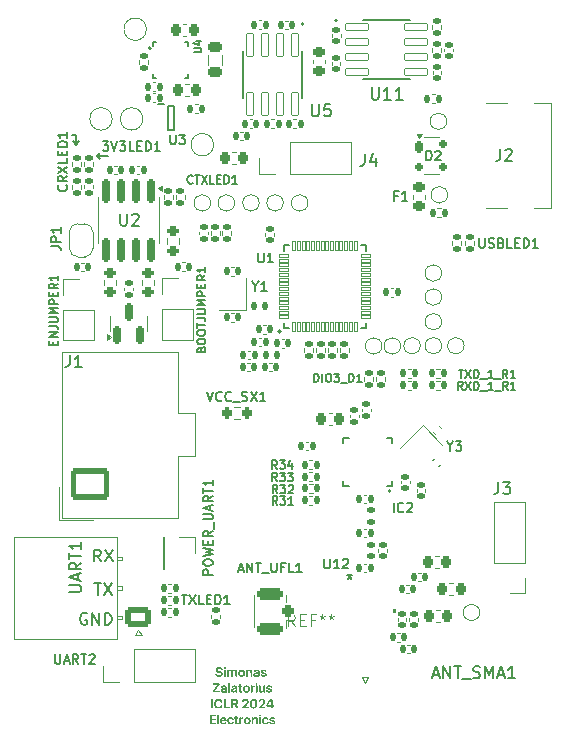
<source format=gbr>
%TF.GenerationSoftware,KiCad,Pcbnew,9.0.1*%
%TF.CreationDate,2025-04-23T21:07:03+03:00*%
%TF.ProjectId,Ricardo-Hermes,52696361-7264-46f2-9d48-65726d65732e,rev?*%
%TF.SameCoordinates,Original*%
%TF.FileFunction,Legend,Top*%
%TF.FilePolarity,Positive*%
%FSLAX46Y46*%
G04 Gerber Fmt 4.6, Leading zero omitted, Abs format (unit mm)*
G04 Created by KiCad (PCBNEW 9.0.1) date 2025-04-23 21:07:03*
%MOMM*%
%LPD*%
G01*
G04 APERTURE LIST*
G04 Aperture macros list*
%AMRoundRect*
0 Rectangle with rounded corners*
0 $1 Rounding radius*
0 $2 $3 $4 $5 $6 $7 $8 $9 X,Y pos of 4 corners*
0 Add a 4 corners polygon primitive as box body*
4,1,4,$2,$3,$4,$5,$6,$7,$8,$9,$2,$3,0*
0 Add four circle primitives for the rounded corners*
1,1,$1+$1,$2,$3*
1,1,$1+$1,$4,$5*
1,1,$1+$1,$6,$7*
1,1,$1+$1,$8,$9*
0 Add four rect primitives between the rounded corners*
20,1,$1+$1,$2,$3,$4,$5,0*
20,1,$1+$1,$4,$5,$6,$7,0*
20,1,$1+$1,$6,$7,$8,$9,0*
20,1,$1+$1,$8,$9,$2,$3,0*%
%AMRotRect*
0 Rectangle, with rotation*
0 The origin of the aperture is its center*
0 $1 length*
0 $2 width*
0 $3 Rotation angle, in degrees counterclockwise*
0 Add horizontal line*
21,1,$1,$2,0,0,$3*%
%AMFreePoly0*
4,1,23,0.500000,-0.750000,0.000000,-0.750000,0.000000,-0.745722,-0.065263,-0.745722,-0.191342,-0.711940,-0.304381,-0.646677,-0.396677,-0.554381,-0.461940,-0.441342,-0.495722,-0.315263,-0.495722,-0.250000,-0.500000,-0.250000,-0.500000,0.250000,-0.495722,0.250000,-0.495722,0.315263,-0.461940,0.441342,-0.396677,0.554381,-0.304381,0.646677,-0.191342,0.711940,-0.065263,0.745722,0.000000,0.745722,
0.000000,0.750000,0.500000,0.750000,0.500000,-0.750000,0.500000,-0.750000,$1*%
%AMFreePoly1*
4,1,23,0.000000,0.745722,0.065263,0.745722,0.191342,0.711940,0.304381,0.646677,0.396677,0.554381,0.461940,0.441342,0.495722,0.315263,0.495722,0.250000,0.500000,0.250000,0.500000,-0.250000,0.495722,-0.250000,0.495722,-0.315263,0.461940,-0.441342,0.396677,-0.554381,0.304381,-0.646677,0.191342,-0.711940,0.065263,-0.745722,0.000000,-0.745722,0.000000,-0.750000,-0.500000,-0.750000,
-0.500000,0.750000,0.000000,0.750000,0.000000,0.745722,0.000000,0.745722,$1*%
G04 Aperture macros list end*
%ADD10C,0.150000*%
%ADD11C,0.160000*%
%ADD12C,0.100000*%
%ADD13C,0.200000*%
%ADD14C,0.120000*%
%ADD15C,0.127000*%
%ADD16C,0.000000*%
%ADD17C,0.010000*%
%ADD18RoundRect,0.135000X0.185000X-0.135000X0.185000X0.135000X-0.185000X0.135000X-0.185000X-0.135000X0*%
%ADD19RoundRect,0.135000X-0.185000X0.135000X-0.185000X-0.135000X0.185000X-0.135000X0.185000X0.135000X0*%
%ADD20C,1.000000*%
%ADD21RoundRect,0.140000X-0.170000X0.140000X-0.170000X-0.140000X0.170000X-0.140000X0.170000X0.140000X0*%
%ADD22RoundRect,0.135000X-0.135000X-0.185000X0.135000X-0.185000X0.135000X0.185000X-0.135000X0.185000X0*%
%ADD23RoundRect,0.250001X1.399999X-1.099999X1.399999X1.099999X-1.399999X1.099999X-1.399999X-1.099999X0*%
%ADD24O,3.300000X2.700000*%
%ADD25RoundRect,0.140000X0.140000X0.170000X-0.140000X0.170000X-0.140000X-0.170000X0.140000X-0.170000X0*%
%ADD26RoundRect,0.140000X-0.140000X-0.170000X0.140000X-0.170000X0.140000X0.170000X-0.140000X0.170000X0*%
%ADD27RoundRect,0.135000X0.135000X0.185000X-0.135000X0.185000X-0.135000X-0.185000X0.135000X-0.185000X0*%
%ADD28C,1.500000*%
%ADD29RoundRect,0.225000X-0.225000X-0.250000X0.225000X-0.250000X0.225000X0.250000X-0.225000X0.250000X0*%
%ADD30RoundRect,0.147500X-0.172500X0.147500X-0.172500X-0.147500X0.172500X-0.147500X0.172500X0.147500X0*%
%ADD31R,1.700000X1.700000*%
%ADD32RoundRect,0.218750X-0.256250X0.218750X-0.256250X-0.218750X0.256250X-0.218750X0.256250X0.218750X0*%
%ADD33RoundRect,0.042000X-0.943000X-0.258000X0.943000X-0.258000X0.943000X0.258000X-0.943000X0.258000X0*%
%ADD34R,2.150000X2.150000*%
%ADD35RoundRect,0.140000X0.170000X-0.140000X0.170000X0.140000X-0.170000X0.140000X-0.170000X-0.140000X0*%
%ADD36RoundRect,0.175000X-0.175000X-0.325000X0.175000X-0.325000X0.175000X0.325000X-0.175000X0.325000X0*%
%ADD37RoundRect,0.150000X-0.200000X-0.150000X0.200000X-0.150000X0.200000X0.150000X-0.200000X0.150000X0*%
%ADD38O,1.700000X1.700000*%
%ADD39RoundRect,0.147500X0.147500X0.172500X-0.147500X0.172500X-0.147500X-0.172500X0.147500X-0.172500X0*%
%ADD40RoundRect,0.200000X0.275000X-0.200000X0.275000X0.200000X-0.275000X0.200000X-0.275000X-0.200000X0*%
%ADD41RoundRect,0.200000X0.200000X0.275000X-0.200000X0.275000X-0.200000X-0.275000X0.200000X-0.275000X0*%
%ADD42C,0.600000*%
%ADD43R,1.160000X0.600000*%
%ADD44R,1.160000X0.300000*%
%ADD45O,2.000000X0.900000*%
%ADD46O,1.700000X0.900000*%
%ADD47R,0.790000X0.260000*%
%ADD48R,0.260000X0.790000*%
%ADD49RoundRect,0.218750X0.218750X0.256250X-0.218750X0.256250X-0.218750X-0.256250X0.218750X-0.256250X0*%
%ADD50RoundRect,0.225000X-0.250000X0.225000X-0.250000X-0.225000X0.250000X-0.225000X0.250000X0.225000X0*%
%ADD51R,0.475000X0.300000*%
%ADD52R,0.304800X0.304800*%
%ADD53R,0.990600X0.838200*%
%ADD54RoundRect,0.140000X-0.021213X0.219203X-0.219203X0.021213X0.021213X-0.219203X0.219203X-0.021213X0*%
%ADD55R,2.290000X5.080000*%
%ADD56R,2.420000X5.080000*%
%ADD57FreePoly0,270.000000*%
%ADD58FreePoly1,270.000000*%
%ADD59R,0.800000X0.900000*%
%ADD60RoundRect,0.140000X0.219203X0.021213X0.021213X0.219203X-0.219203X-0.021213X-0.021213X-0.219203X0*%
%ADD61RotRect,0.900000X0.800000X225.000000*%
%ADD62C,1.700000*%
%ADD63C,5.600000*%
%ADD64RoundRect,0.250000X0.850000X0.600000X-0.850000X0.600000X-0.850000X-0.600000X0.850000X-0.600000X0*%
%ADD65O,2.200000X1.700000*%
%ADD66RoundRect,0.042000X-0.258000X0.943000X-0.258000X-0.943000X0.258000X-0.943000X0.258000X0.943000X0*%
%ADD67RoundRect,0.150000X-0.150000X0.825000X-0.150000X-0.825000X0.150000X-0.825000X0.150000X0.825000X0*%
%ADD68RoundRect,0.147500X-0.147500X-0.172500X0.147500X-0.172500X0.147500X0.172500X-0.147500X0.172500X0*%
%ADD69RoundRect,0.218750X0.381250X-0.218750X0.381250X0.218750X-0.381250X0.218750X-0.381250X-0.218750X0*%
%ADD70RoundRect,0.250000X0.275000X0.250000X-0.275000X0.250000X-0.275000X-0.250000X0.275000X-0.250000X0*%
%ADD71RoundRect,0.250000X0.850000X0.275000X-0.850000X0.275000X-0.850000X-0.275000X0.850000X-0.275000X0*%
%ADD72RoundRect,0.150000X0.150000X-0.587500X0.150000X0.587500X-0.150000X0.587500X-0.150000X-0.587500X0*%
%ADD73RoundRect,0.006600X0.103400X-0.398400X0.103400X0.398400X-0.103400X0.398400X-0.103400X-0.398400X0*%
%ADD74RoundRect,0.022000X0.383000X-0.088000X0.383000X0.088000X-0.383000X0.088000X-0.383000X-0.088000X0*%
%ADD75R,4.000000X4.000000*%
%ADD76RoundRect,0.200000X-0.275000X0.200000X-0.275000X-0.200000X0.275000X-0.200000X0.275000X0.200000X0*%
G04 APERTURE END LIST*
D10*
X121409000Y-83986000D02*
X121663000Y-83605000D01*
X121282000Y-83097000D02*
X121409000Y-83097000D01*
X124050600Y-84849600D02*
X123161600Y-84849600D01*
X121409000Y-83097000D02*
X121409000Y-83986000D01*
X121409000Y-83986000D02*
X121155000Y-83605000D01*
X123161600Y-84849600D02*
X123415600Y-84595600D01*
X123161600Y-84849600D02*
X123415600Y-85103600D01*
X121028000Y-83097000D02*
X121282000Y-83097000D01*
D11*
G36*
X133490608Y-128980140D02*
G01*
X133532576Y-128978592D01*
X133572000Y-128974014D01*
X133607744Y-128966758D01*
X133640893Y-128956821D01*
X133670391Y-128944743D01*
X133697283Y-128930318D01*
X133720746Y-128914197D01*
X133741607Y-128896024D01*
X133759360Y-128876405D01*
X133774494Y-128854971D01*
X133786790Y-128832102D01*
X133796393Y-128807593D01*
X133807250Y-128753805D01*
X133808368Y-128728570D01*
X133806791Y-128699181D01*
X133802003Y-128671995D01*
X133794708Y-128648920D01*
X133784572Y-128627592D01*
X133756767Y-128591208D01*
X133717046Y-128560346D01*
X133661828Y-128533873D01*
X133585469Y-128511716D01*
X133568815Y-128508214D01*
X133485674Y-128491263D01*
X133446515Y-128481862D01*
X133414836Y-128470686D01*
X133394031Y-128460005D01*
X133377847Y-128447922D01*
X133367293Y-128436116D01*
X133359969Y-128423110D01*
X133354418Y-128393908D01*
X133355956Y-128377434D01*
X133360468Y-128362201D01*
X133377823Y-128335865D01*
X133406517Y-128315123D01*
X133447249Y-128301553D01*
X133490071Y-128297628D01*
X133518562Y-128299223D01*
X133544760Y-128304136D01*
X133565855Y-128311379D01*
X133584958Y-128321485D01*
X133600784Y-128333508D01*
X133614744Y-128348202D01*
X133635004Y-128381891D01*
X133646736Y-128399953D01*
X133659992Y-128413639D01*
X133672563Y-128421862D01*
X133686798Y-128427306D01*
X133713748Y-128430545D01*
X133730519Y-128429020D01*
X133745456Y-128424601D01*
X133758084Y-128417685D01*
X133768495Y-128408428D01*
X133776348Y-128397262D01*
X133781625Y-128384252D01*
X133784286Y-128364355D01*
X133782790Y-128345284D01*
X133778574Y-128328582D01*
X133778277Y-128327718D01*
X133756294Y-128282202D01*
X133723689Y-128242992D01*
X133680391Y-128210436D01*
X133626182Y-128185459D01*
X133561111Y-128169498D01*
X133490071Y-128164222D01*
X133452050Y-128165766D01*
X133415839Y-128170324D01*
X133381975Y-128177686D01*
X133350238Y-128187777D01*
X133321389Y-128200200D01*
X133294918Y-128215031D01*
X133271628Y-128231654D01*
X133250895Y-128250361D01*
X133233379Y-128270398D01*
X133218549Y-128292218D01*
X133206820Y-128315101D01*
X133197900Y-128339513D01*
X133191990Y-128364950D01*
X133189048Y-128391715D01*
X133188724Y-128404313D01*
X133190289Y-128432449D01*
X133194991Y-128458870D01*
X133202369Y-128482362D01*
X133212594Y-128504296D01*
X133240921Y-128542735D01*
X133280918Y-128575534D01*
X133334850Y-128603082D01*
X133405985Y-128624834D01*
X133423344Y-128628528D01*
X133507021Y-128644892D01*
X133548902Y-128655098D01*
X133582335Y-128666951D01*
X133603283Y-128677766D01*
X133619512Y-128689968D01*
X133629994Y-128701806D01*
X133637313Y-128714905D01*
X133643190Y-128744528D01*
X133643211Y-128746644D01*
X133641673Y-128762398D01*
X133637163Y-128777227D01*
X133619401Y-128804042D01*
X133589561Y-128826241D01*
X133547248Y-128841639D01*
X133494418Y-128847272D01*
X133464011Y-128845694D01*
X133435520Y-128840904D01*
X133411419Y-128833628D01*
X133389492Y-128823521D01*
X133371535Y-128811713D01*
X133355842Y-128797420D01*
X133343342Y-128781673D01*
X133333200Y-128763643D01*
X133331459Y-128759735D01*
X133319282Y-128741342D01*
X133306036Y-128727747D01*
X133293642Y-128719666D01*
X133279923Y-128714490D01*
X133255451Y-128711619D01*
X133239026Y-128713148D01*
X133224206Y-128717596D01*
X133211422Y-128724633D01*
X133200685Y-128734106D01*
X133192320Y-128745671D01*
X133186425Y-128759233D01*
X133182715Y-128784355D01*
X133188422Y-128819928D01*
X133191459Y-128828660D01*
X133213224Y-128869741D01*
X133247068Y-128906470D01*
X133293271Y-128937572D01*
X133352054Y-128961417D01*
X133386276Y-128970068D01*
X133423382Y-128976160D01*
X133490608Y-128980140D01*
G37*
G36*
X133977335Y-128308032D02*
G01*
X134009541Y-128302151D01*
X134036639Y-128285291D01*
X134047242Y-128273311D01*
X134055311Y-128259454D01*
X134060472Y-128244312D01*
X134062588Y-128227973D01*
X134062625Y-128225478D01*
X134056720Y-128194535D01*
X134039721Y-128168433D01*
X134027508Y-128158116D01*
X134013308Y-128150224D01*
X133997541Y-128145084D01*
X133980416Y-128142925D01*
X133977335Y-128142875D01*
X133944883Y-128148771D01*
X133917773Y-128165627D01*
X133907239Y-128177571D01*
X133899231Y-128191420D01*
X133894121Y-128206584D01*
X133892032Y-128223011D01*
X133891997Y-128225478D01*
X133897902Y-128256172D01*
X133914987Y-128282356D01*
X133927262Y-128292739D01*
X133941537Y-128300689D01*
X133957306Y-128305838D01*
X133974428Y-128307988D01*
X133977335Y-128308032D01*
G37*
G36*
X133977335Y-128978528D02*
G01*
X133995446Y-128976987D01*
X134011541Y-128972456D01*
X134024839Y-128965495D01*
X134036038Y-128956068D01*
X134051413Y-128930804D01*
X134057150Y-128896359D01*
X134057154Y-128895387D01*
X134057154Y-128452429D01*
X134055617Y-128433151D01*
X134051115Y-128416095D01*
X134044230Y-128402077D01*
X134034948Y-128390335D01*
X134010520Y-128374502D01*
X133978002Y-128368753D01*
X133977335Y-128368751D01*
X133959183Y-128370290D01*
X133943105Y-128374811D01*
X133929846Y-128381752D01*
X133918698Y-128391138D01*
X133903332Y-128416352D01*
X133897477Y-128450862D01*
X133897468Y-128452429D01*
X133897468Y-128895387D01*
X133899007Y-128914787D01*
X133903531Y-128931890D01*
X133910400Y-128945784D01*
X133919676Y-128957389D01*
X133944098Y-128972931D01*
X133977335Y-128978528D01*
G37*
G36*
X134242681Y-128978528D02*
G01*
X134260764Y-128976974D01*
X134277052Y-128972350D01*
X134290436Y-128965288D01*
X134301788Y-128955630D01*
X134310575Y-128943950D01*
X134317087Y-128929958D01*
X134322499Y-128895387D01*
X134322499Y-128613189D01*
X134324032Y-128591797D01*
X134328507Y-128572127D01*
X134335621Y-128554639D01*
X134345241Y-128539263D01*
X134356916Y-128526463D01*
X134370657Y-128516097D01*
X134386002Y-128508482D01*
X134403025Y-128503602D01*
X134424202Y-128501619D01*
X134444171Y-128503163D01*
X134462040Y-128507718D01*
X134476939Y-128514717D01*
X134489742Y-128524222D01*
X134508355Y-128549724D01*
X134517884Y-128584616D01*
X134518822Y-128601710D01*
X134518822Y-128895387D01*
X134520356Y-128915610D01*
X134524848Y-128933122D01*
X134531581Y-128947008D01*
X134540616Y-128958425D01*
X134564258Y-128973394D01*
X134595416Y-128978528D01*
X134613542Y-128976974D01*
X134629556Y-128972350D01*
X134642345Y-128965389D01*
X134653054Y-128955894D01*
X134667435Y-128930344D01*
X134672499Y-128895387D01*
X134672499Y-128610991D01*
X134674034Y-128589536D01*
X134678524Y-128569917D01*
X134685603Y-128552721D01*
X134695183Y-128537677D01*
X134706777Y-128525271D01*
X134720447Y-128515279D01*
X134735808Y-128507973D01*
X134752901Y-128503365D01*
X134773127Y-128501619D01*
X134793879Y-128503171D01*
X134812228Y-128507784D01*
X134827022Y-128514724D01*
X134839658Y-128524178D01*
X134857882Y-128549575D01*
X134867588Y-128585302D01*
X134868822Y-128606644D01*
X134868822Y-128895387D01*
X134870349Y-128914791D01*
X134874787Y-128931714D01*
X134881568Y-128945558D01*
X134890634Y-128957040D01*
X134914626Y-128972660D01*
X134946707Y-128978519D01*
X134948152Y-128978528D01*
X134966438Y-128976974D01*
X134982871Y-128972350D01*
X134996318Y-128965307D01*
X135007709Y-128955679D01*
X135016513Y-128944046D01*
X135023039Y-128930115D01*
X135028508Y-128895387D01*
X135028508Y-128566734D01*
X135026966Y-128538410D01*
X135022430Y-128511816D01*
X135015147Y-128487402D01*
X135005202Y-128464925D01*
X134992888Y-128444746D01*
X134978220Y-128426702D01*
X134961447Y-128411019D01*
X134942594Y-128397678D01*
X134921770Y-128386797D01*
X134899101Y-128378498D01*
X134848305Y-128370104D01*
X134836582Y-128369826D01*
X134809878Y-128371366D01*
X134784440Y-128375896D01*
X134760433Y-128383292D01*
X134738094Y-128393412D01*
X134717730Y-128406042D01*
X134699409Y-128421095D01*
X134683501Y-128438221D01*
X134669968Y-128457452D01*
X134654474Y-128490140D01*
X134651152Y-128490140D01*
X134643574Y-128466898D01*
X134633435Y-128445947D01*
X134621235Y-128427877D01*
X134606803Y-128412113D01*
X134572059Y-128388017D01*
X134529142Y-128373675D01*
X134487656Y-128369826D01*
X134462903Y-128371362D01*
X134439438Y-128375865D01*
X134417252Y-128383241D01*
X134396685Y-128393302D01*
X134360746Y-128421116D01*
X134333144Y-128458158D01*
X134320301Y-128486867D01*
X134317028Y-128486867D01*
X134317028Y-128450230D01*
X134315503Y-128430892D01*
X134311079Y-128414116D01*
X134304337Y-128400476D01*
X134295345Y-128389236D01*
X134271574Y-128374110D01*
X134239945Y-128368751D01*
X134222133Y-128370309D01*
X134206134Y-128374959D01*
X134193142Y-128382018D01*
X134182171Y-128391689D01*
X134173753Y-128403396D01*
X134167593Y-128417459D01*
X134162813Y-128450230D01*
X134162813Y-128895387D01*
X134164341Y-128914791D01*
X134168787Y-128931714D01*
X134175573Y-128945533D01*
X134184652Y-128957000D01*
X134208702Y-128972609D01*
X134240982Y-128978515D01*
X134242681Y-128978528D01*
G37*
G36*
X135445628Y-128371109D02*
G01*
X135506007Y-128384753D01*
X135558284Y-128408669D01*
X135602503Y-128442247D01*
X135621589Y-128462641D01*
X135638480Y-128485318D01*
X135653274Y-128510567D01*
X135665640Y-128538034D01*
X135675658Y-128568262D01*
X135682966Y-128600661D01*
X135687540Y-128635953D01*
X135689087Y-128673371D01*
X135686164Y-128725345D01*
X135672692Y-128790394D01*
X135649407Y-128845621D01*
X135617111Y-128891532D01*
X135597642Y-128911133D01*
X135576089Y-128928377D01*
X135552147Y-128943424D01*
X135526211Y-128955937D01*
X135497645Y-128966073D01*
X135467154Y-128973433D01*
X135433847Y-128978050D01*
X135398682Y-128979602D01*
X135350967Y-128976681D01*
X135290466Y-128963095D01*
X135238370Y-128939361D01*
X135194439Y-128906036D01*
X135175481Y-128885747D01*
X135158714Y-128863163D01*
X135143995Y-128837913D01*
X135131697Y-128810404D01*
X135121699Y-128779962D01*
X135114407Y-128747273D01*
X135109825Y-128711441D01*
X135108299Y-128673908D01*
X135270161Y-128673908D01*
X135271998Y-128711390D01*
X135283048Y-128765471D01*
X135302081Y-128805763D01*
X135327662Y-128834050D01*
X135342870Y-128844131D01*
X135359602Y-128851457D01*
X135378414Y-128856075D01*
X135398682Y-128857628D01*
X135415244Y-128856589D01*
X135450519Y-128846039D01*
X135466239Y-128836409D01*
X135480339Y-128823983D01*
X135493297Y-128808005D01*
X135504281Y-128789082D01*
X135513662Y-128765869D01*
X135520596Y-128739499D01*
X135525125Y-128708366D01*
X135526665Y-128673908D01*
X135524836Y-128636952D01*
X135513699Y-128582832D01*
X135494489Y-128542264D01*
X135468793Y-128513762D01*
X135453648Y-128503648D01*
X135437029Y-128496294D01*
X135418538Y-128491691D01*
X135398682Y-128490140D01*
X135381933Y-128491232D01*
X135346716Y-128502019D01*
X135330912Y-128511841D01*
X135316711Y-128524484D01*
X135303662Y-128540673D01*
X135292589Y-128559792D01*
X135283175Y-128583038D01*
X135276215Y-128609353D01*
X135271700Y-128640061D01*
X135270161Y-128673908D01*
X135108299Y-128673908D01*
X135108277Y-128673371D01*
X135111180Y-128622668D01*
X135124753Y-128558147D01*
X135148324Y-128502911D01*
X135181046Y-128456747D01*
X135200728Y-128437011D01*
X135222492Y-128419627D01*
X135246551Y-128404495D01*
X135272569Y-128391901D01*
X135301016Y-128381746D01*
X135331316Y-128374367D01*
X135364127Y-128369764D01*
X135398682Y-128368214D01*
X135445628Y-128371109D01*
G37*
G36*
X135850385Y-128978528D02*
G01*
X135868630Y-128976970D01*
X135885043Y-128972321D01*
X135898404Y-128965262D01*
X135909724Y-128955592D01*
X135918436Y-128943926D01*
X135924882Y-128929920D01*
X135930203Y-128895387D01*
X135930203Y-128630677D01*
X135931743Y-128607088D01*
X135936268Y-128585333D01*
X135943406Y-128566119D01*
X135953109Y-128549043D01*
X135964837Y-128534721D01*
X135978733Y-128522771D01*
X135994307Y-128513552D01*
X136011730Y-128506942D01*
X136047244Y-128502157D01*
X136069416Y-128503705D01*
X136089046Y-128508295D01*
X136105036Y-128515227D01*
X136118815Y-128524652D01*
X136139331Y-128549977D01*
X136151664Y-128585467D01*
X136154956Y-128622471D01*
X136154956Y-128895387D01*
X136156481Y-128914796D01*
X136160910Y-128931684D01*
X136167677Y-128945484D01*
X136176711Y-128956917D01*
X136200672Y-128972534D01*
X136232815Y-128978510D01*
X136234823Y-128978528D01*
X136252905Y-128976970D01*
X136269249Y-128972321D01*
X136282654Y-128965232D01*
X136294043Y-128955514D01*
X136302815Y-128943803D01*
X136309313Y-128929742D01*
X136314642Y-128895387D01*
X136314642Y-128589156D01*
X136313088Y-128555624D01*
X136308468Y-128524544D01*
X136301286Y-128497362D01*
X136291437Y-128472565D01*
X136279575Y-128451170D01*
X136265367Y-128432102D01*
X136249355Y-128415873D01*
X136231209Y-128401977D01*
X136188903Y-128381526D01*
X136137601Y-128371012D01*
X136111236Y-128369826D01*
X136081523Y-128371378D01*
X136054218Y-128375994D01*
X136030485Y-128383158D01*
X136008875Y-128392975D01*
X135989817Y-128405056D01*
X135972735Y-128419561D01*
X135944153Y-128456060D01*
X135930741Y-128482471D01*
X135927468Y-128482471D01*
X135927468Y-128449693D01*
X135925937Y-128431336D01*
X135921473Y-128415058D01*
X135914562Y-128401447D01*
X135905273Y-128390027D01*
X135880575Y-128374381D01*
X135847649Y-128368751D01*
X135829804Y-128370289D01*
X135814049Y-128374800D01*
X135801107Y-128381719D01*
X135790291Y-128391064D01*
X135775599Y-128416162D01*
X135770517Y-128449156D01*
X135770517Y-128895387D01*
X135772041Y-128914649D01*
X135776454Y-128931431D01*
X135783227Y-128945242D01*
X135792255Y-128956697D01*
X135816229Y-128972441D01*
X135848218Y-128978507D01*
X135850385Y-128978528D01*
G37*
G36*
X136723735Y-128370838D02*
G01*
X136784682Y-128383797D01*
X136834620Y-128405955D01*
X136873612Y-128435765D01*
X136901898Y-128472236D01*
X136912040Y-128492846D01*
X136919430Y-128514978D01*
X136923996Y-128538798D01*
X136925542Y-128563999D01*
X136925542Y-128898123D01*
X136920890Y-128929928D01*
X136914737Y-128943920D01*
X136906299Y-128955569D01*
X136895220Y-128965249D01*
X136882095Y-128972310D01*
X136865910Y-128976969D01*
X136847921Y-128978528D01*
X136822721Y-128975398D01*
X136797144Y-128962725D01*
X136787311Y-128952837D01*
X136779632Y-128940584D01*
X136774103Y-128925269D01*
X136771327Y-128907404D01*
X136771327Y-128877314D01*
X136768054Y-128877314D01*
X136762288Y-128887353D01*
X136748302Y-128906492D01*
X136731740Y-128923522D01*
X136711891Y-128939078D01*
X136689979Y-128952080D01*
X136665915Y-128962599D01*
X136640563Y-128970225D01*
X136588682Y-128976330D01*
X136581379Y-128976226D01*
X136553915Y-128973905D01*
X136527878Y-128968642D01*
X136481439Y-128950139D01*
X136443713Y-128922439D01*
X136415779Y-128887182D01*
X136398389Y-128845620D01*
X136393895Y-128822766D01*
X136392360Y-128798570D01*
X136392362Y-128797616D01*
X136393374Y-128789826D01*
X136551508Y-128789826D01*
X136556339Y-128815694D01*
X136563188Y-128828196D01*
X136572750Y-128838866D01*
X136585685Y-128848079D01*
X136601209Y-128854927D01*
X136620055Y-128859415D01*
X136641194Y-128860949D01*
X136679859Y-128856105D01*
X136717327Y-128840258D01*
X136745367Y-128816099D01*
X136762649Y-128786214D01*
X136768591Y-128752115D01*
X136768591Y-128709470D01*
X136645004Y-128717090D01*
X136603778Y-128724956D01*
X136574843Y-128740365D01*
X136557636Y-128761749D01*
X136553056Y-128775062D01*
X136551508Y-128789826D01*
X136393374Y-128789826D01*
X136398306Y-128751876D01*
X136405428Y-128731595D01*
X136415255Y-128712936D01*
X136428129Y-128695467D01*
X136443764Y-128679760D01*
X136463275Y-128665073D01*
X136485765Y-128652415D01*
X136513198Y-128641103D01*
X136543932Y-128632203D01*
X136580605Y-128625361D01*
X136620922Y-128621396D01*
X136768591Y-128612652D01*
X136768591Y-128573817D01*
X136768284Y-128565490D01*
X136760176Y-128533942D01*
X136752107Y-128520842D01*
X136741565Y-128509787D01*
X136727908Y-128500418D01*
X136711824Y-128493508D01*
X136692176Y-128488949D01*
X136670161Y-128487404D01*
X136630532Y-128492161D01*
X136613144Y-128498648D01*
X136596835Y-128508280D01*
X136576740Y-128525614D01*
X136556393Y-128549198D01*
X136551103Y-128554769D01*
X136525213Y-128572503D01*
X136509867Y-128577189D01*
X136492988Y-128578751D01*
X136474343Y-128576670D01*
X136448693Y-128564717D01*
X136432167Y-128544355D01*
X136427780Y-128531647D01*
X136426261Y-128517495D01*
X136426274Y-128515944D01*
X136428485Y-128498492D01*
X136434467Y-128481396D01*
X136453793Y-128448366D01*
X136469412Y-128431808D01*
X136488132Y-128416966D01*
X136511366Y-128403078D01*
X136537660Y-128391360D01*
X136568253Y-128381514D01*
X136601640Y-128374293D01*
X136638319Y-128369755D01*
X136677293Y-128368214D01*
X136723735Y-128370838D01*
G37*
G36*
X137267042Y-128979602D02*
G01*
X137304555Y-128978059D01*
X137339796Y-128973508D01*
X137371864Y-128966267D01*
X137401410Y-128956377D01*
X137427385Y-128944417D01*
X137450689Y-128930189D01*
X137470393Y-128914500D01*
X137487356Y-128896903D01*
X137500967Y-128878246D01*
X137511788Y-128857982D01*
X137519540Y-128836733D01*
X137524404Y-128814102D01*
X137526281Y-128787628D01*
X137524696Y-128762441D01*
X137519850Y-128739649D01*
X137512637Y-128721171D01*
X137502609Y-128704407D01*
X137474693Y-128676360D01*
X137432781Y-128652726D01*
X137370133Y-128632468D01*
X137350182Y-128627942D01*
X137253413Y-128607181D01*
X137224249Y-128599301D01*
X137202034Y-128589715D01*
X137188741Y-128580577D01*
X137179465Y-128570179D01*
X137172047Y-128548082D01*
X137171885Y-128543727D01*
X137173414Y-128530957D01*
X137177860Y-128519314D01*
X137195185Y-128499563D01*
X137224353Y-128485547D01*
X137263769Y-128480321D01*
X137286159Y-128481834D01*
X137305949Y-128486172D01*
X137339386Y-128502304D01*
X137369395Y-128529447D01*
X137380810Y-128543189D01*
X137401701Y-128559344D01*
X137430619Y-128567419D01*
X137438794Y-128567809D01*
X137456094Y-128566290D01*
X137470517Y-128561912D01*
X137481469Y-128555418D01*
X137489888Y-128546850D01*
X137499152Y-128524404D01*
X137500050Y-128513099D01*
X137496191Y-128489602D01*
X137480262Y-128456604D01*
X137451149Y-128425339D01*
X137408315Y-128398174D01*
X137381857Y-128387080D01*
X137352714Y-128378308D01*
X137320945Y-128372092D01*
X137286909Y-128368742D01*
X137266505Y-128368214D01*
X137228970Y-128369757D01*
X137193981Y-128374308D01*
X137162601Y-128381490D01*
X137133902Y-128391284D01*
X137108967Y-128403066D01*
X137086765Y-128417067D01*
X137068151Y-128432496D01*
X137052277Y-128449793D01*
X137039635Y-128468222D01*
X137029759Y-128488244D01*
X137022835Y-128509435D01*
X137018784Y-128532021D01*
X137017670Y-128552471D01*
X137019232Y-128576438D01*
X137023915Y-128598841D01*
X137031287Y-128618731D01*
X137041488Y-128637148D01*
X137070054Y-128669203D01*
X137111035Y-128695875D01*
X137167157Y-128716879D01*
X137190496Y-128722561D01*
X137288926Y-128743371D01*
X137319877Y-128751793D01*
X137342218Y-128761884D01*
X137353585Y-128770598D01*
X137361204Y-128780697D01*
X137366586Y-128803405D01*
X137366595Y-128804578D01*
X137365061Y-128817638D01*
X137360571Y-128829385D01*
X137343375Y-128848606D01*
X137314119Y-128862124D01*
X137270901Y-128867495D01*
X137242398Y-128865914D01*
X137217477Y-128861101D01*
X137198045Y-128854097D01*
X137180586Y-128844428D01*
X137150236Y-128816997D01*
X137142918Y-128807900D01*
X137126823Y-128792184D01*
X137110395Y-128781029D01*
X137095713Y-128774962D01*
X137080322Y-128772082D01*
X137073455Y-128771801D01*
X137057909Y-128773325D01*
X137043933Y-128777743D01*
X137031979Y-128784725D01*
X137022190Y-128794083D01*
X137015018Y-128805296D01*
X137010500Y-128818351D01*
X137008926Y-128833057D01*
X137014935Y-128862561D01*
X137035747Y-128897408D01*
X137068849Y-128928034D01*
X137115125Y-128953237D01*
X137175254Y-128971095D01*
X137249224Y-128979315D01*
X137267042Y-128979602D01*
G37*
G36*
X133022394Y-130311000D02*
G01*
X133482841Y-130311000D01*
X133501057Y-130309462D01*
X133517211Y-130304949D01*
X133530378Y-130298064D01*
X133541229Y-130288774D01*
X133549238Y-130277746D01*
X133554719Y-130264745D01*
X133557775Y-130242660D01*
X133556244Y-130226590D01*
X133551779Y-130212436D01*
X133544841Y-130200670D01*
X133535508Y-130190928D01*
X133510047Y-130177873D01*
X133482841Y-130174321D01*
X133137775Y-130174321D01*
X133137775Y-130169925D01*
X133511857Y-129662974D01*
X133529968Y-129633659D01*
X133535158Y-129618152D01*
X133537014Y-129600644D01*
X133535479Y-129583317D01*
X133530989Y-129567813D01*
X133523975Y-129554671D01*
X133514498Y-129543536D01*
X133488876Y-129527891D01*
X133454268Y-129521909D01*
X133452750Y-129521900D01*
X133013064Y-129521900D01*
X132994881Y-129523438D01*
X132978809Y-129527950D01*
X132965774Y-129534818D01*
X132955055Y-129544084D01*
X132947138Y-129555112D01*
X132941729Y-129568118D01*
X132938717Y-129590239D01*
X132940244Y-129606173D01*
X132944679Y-129620227D01*
X132951617Y-129632033D01*
X132960924Y-129641816D01*
X132986297Y-129655003D01*
X133013064Y-129658578D01*
X133339568Y-129658578D01*
X133339568Y-129662437D01*
X132962750Y-130171000D01*
X132949314Y-130192080D01*
X132941497Y-130212046D01*
X132938717Y-130234991D01*
X132940248Y-130251451D01*
X132944713Y-130266253D01*
X132951777Y-130279029D01*
X132961308Y-130289886D01*
X132987291Y-130305305D01*
X133022394Y-130311000D01*
G37*
G36*
X133956952Y-129714838D02*
G01*
X134017898Y-129727797D01*
X134067836Y-129749955D01*
X134106829Y-129779765D01*
X134135114Y-129816236D01*
X134145257Y-129836846D01*
X134152647Y-129858978D01*
X134157213Y-129882798D01*
X134158759Y-129907999D01*
X134158759Y-130242123D01*
X134154106Y-130273928D01*
X134147954Y-130287920D01*
X134139516Y-130299569D01*
X134128437Y-130309249D01*
X134115311Y-130316310D01*
X134099126Y-130320969D01*
X134081138Y-130322528D01*
X134055938Y-130319398D01*
X134030361Y-130306725D01*
X134020528Y-130296837D01*
X134012849Y-130284584D01*
X134007320Y-130269269D01*
X134004544Y-130251404D01*
X134004544Y-130221314D01*
X134001271Y-130221314D01*
X133995505Y-130231353D01*
X133981518Y-130250492D01*
X133964957Y-130267522D01*
X133945107Y-130283078D01*
X133923196Y-130296080D01*
X133899132Y-130306599D01*
X133873780Y-130314225D01*
X133821899Y-130320330D01*
X133814596Y-130320226D01*
X133787132Y-130317905D01*
X133761094Y-130312642D01*
X133714655Y-130294139D01*
X133676930Y-130266439D01*
X133648995Y-130231182D01*
X133631606Y-130189620D01*
X133627112Y-130166766D01*
X133625576Y-130142570D01*
X133625579Y-130141616D01*
X133626591Y-130133826D01*
X133784725Y-130133826D01*
X133789555Y-130159694D01*
X133796405Y-130172196D01*
X133805967Y-130182866D01*
X133818902Y-130192079D01*
X133834425Y-130198927D01*
X133853272Y-130203415D01*
X133874411Y-130204949D01*
X133913076Y-130200105D01*
X133950544Y-130184258D01*
X133978583Y-130160099D01*
X133995865Y-130130214D01*
X134001808Y-130096115D01*
X134001808Y-130053470D01*
X133878221Y-130061090D01*
X133836995Y-130068956D01*
X133808060Y-130084365D01*
X133790853Y-130105749D01*
X133786273Y-130119062D01*
X133784725Y-130133826D01*
X133626591Y-130133826D01*
X133631523Y-130095876D01*
X133638645Y-130075595D01*
X133648472Y-130056936D01*
X133661346Y-130039467D01*
X133676981Y-130023760D01*
X133696491Y-130009073D01*
X133718982Y-129996415D01*
X133746415Y-129985103D01*
X133777149Y-129976203D01*
X133813822Y-129969361D01*
X133854139Y-129965396D01*
X134001808Y-129956652D01*
X134001808Y-129917817D01*
X134001501Y-129909490D01*
X133993393Y-129877942D01*
X133985324Y-129864842D01*
X133974782Y-129853787D01*
X133961125Y-129844418D01*
X133945041Y-129837508D01*
X133925392Y-129832949D01*
X133903378Y-129831404D01*
X133863749Y-129836161D01*
X133846361Y-129842648D01*
X133830052Y-129852280D01*
X133809957Y-129869614D01*
X133789610Y-129893198D01*
X133784319Y-129898769D01*
X133758430Y-129916503D01*
X133743084Y-129921189D01*
X133726204Y-129922751D01*
X133707559Y-129920670D01*
X133681909Y-129908717D01*
X133665384Y-129888355D01*
X133660997Y-129875647D01*
X133659477Y-129861495D01*
X133659491Y-129859944D01*
X133661701Y-129842492D01*
X133667684Y-129825396D01*
X133687009Y-129792366D01*
X133702629Y-129775808D01*
X133721349Y-129760966D01*
X133744583Y-129747078D01*
X133770876Y-129735360D01*
X133801470Y-129725514D01*
X133834857Y-129718293D01*
X133871536Y-129713755D01*
X133910510Y-129712214D01*
X133956952Y-129714838D01*
G37*
G36*
X134344969Y-130322528D02*
G01*
X134363229Y-130320970D01*
X134379649Y-130316321D01*
X134393006Y-130309264D01*
X134404320Y-130299599D01*
X134413026Y-130287937D01*
X134419467Y-130273936D01*
X134424788Y-130239387D01*
X134424788Y-129593512D01*
X134423262Y-129574066D01*
X134418832Y-129557107D01*
X134412053Y-129543201D01*
X134403000Y-129531661D01*
X134379025Y-129515887D01*
X134347014Y-129509853D01*
X134344969Y-129509834D01*
X134327031Y-129511389D01*
X134310800Y-129516022D01*
X134297393Y-129523117D01*
X134285986Y-129532835D01*
X134277146Y-129544580D01*
X134270577Y-129558664D01*
X134265102Y-129593512D01*
X134265102Y-130239387D01*
X134266626Y-130258649D01*
X134271039Y-130275431D01*
X134277811Y-130289242D01*
X134286839Y-130300697D01*
X134310814Y-130316441D01*
X134342802Y-130322507D01*
X134344969Y-130322528D01*
G37*
G36*
X134840915Y-129714838D02*
G01*
X134901862Y-129727797D01*
X134951800Y-129749955D01*
X134990793Y-129779765D01*
X135019078Y-129816236D01*
X135029221Y-129836846D01*
X135036611Y-129858978D01*
X135041177Y-129882798D01*
X135042722Y-129907999D01*
X135042722Y-130242123D01*
X135038070Y-130273928D01*
X135031918Y-130287920D01*
X135023480Y-130299569D01*
X135012401Y-130309249D01*
X134999275Y-130316310D01*
X134983090Y-130320969D01*
X134965102Y-130322528D01*
X134939901Y-130319398D01*
X134914325Y-130306725D01*
X134904491Y-130296837D01*
X134896812Y-130284584D01*
X134891283Y-130269269D01*
X134888507Y-130251404D01*
X134888507Y-130221314D01*
X134885234Y-130221314D01*
X134879469Y-130231353D01*
X134865482Y-130250492D01*
X134848921Y-130267522D01*
X134829071Y-130283078D01*
X134807160Y-130296080D01*
X134783095Y-130306599D01*
X134757743Y-130314225D01*
X134705863Y-130320330D01*
X134698560Y-130320226D01*
X134671095Y-130317905D01*
X134645058Y-130312642D01*
X134598619Y-130294139D01*
X134560893Y-130266439D01*
X134532959Y-130231182D01*
X134515569Y-130189620D01*
X134511075Y-130166766D01*
X134509540Y-130142570D01*
X134509542Y-130141616D01*
X134510554Y-130133826D01*
X134668689Y-130133826D01*
X134673519Y-130159694D01*
X134680368Y-130172196D01*
X134689931Y-130182866D01*
X134702865Y-130192079D01*
X134718389Y-130198927D01*
X134737236Y-130203415D01*
X134758375Y-130204949D01*
X134797040Y-130200105D01*
X134834508Y-130184258D01*
X134862547Y-130160099D01*
X134879829Y-130130214D01*
X134885772Y-130096115D01*
X134885772Y-130053470D01*
X134762185Y-130061090D01*
X134720959Y-130068956D01*
X134692024Y-130084365D01*
X134674816Y-130105749D01*
X134670236Y-130119062D01*
X134668689Y-130133826D01*
X134510554Y-130133826D01*
X134515487Y-130095876D01*
X134522608Y-130075595D01*
X134532435Y-130056936D01*
X134545310Y-130039467D01*
X134560944Y-130023760D01*
X134580455Y-130009073D01*
X134602946Y-129996415D01*
X134630379Y-129985103D01*
X134661113Y-129976203D01*
X134697786Y-129969361D01*
X134738103Y-129965396D01*
X134885772Y-129956652D01*
X134885772Y-129917817D01*
X134885465Y-129909490D01*
X134877356Y-129877942D01*
X134869287Y-129864842D01*
X134858745Y-129853787D01*
X134845089Y-129844418D01*
X134829005Y-129837508D01*
X134809356Y-129832949D01*
X134787342Y-129831404D01*
X134747713Y-129836161D01*
X134730325Y-129842648D01*
X134714015Y-129852280D01*
X134693921Y-129869614D01*
X134673574Y-129893198D01*
X134668283Y-129898769D01*
X134642393Y-129916503D01*
X134627048Y-129921189D01*
X134610168Y-129922751D01*
X134591523Y-129920670D01*
X134565873Y-129908717D01*
X134549347Y-129888355D01*
X134544961Y-129875647D01*
X134543441Y-129861495D01*
X134543455Y-129859944D01*
X134545665Y-129842492D01*
X134551648Y-129825396D01*
X134570973Y-129792366D01*
X134586593Y-129775808D01*
X134605313Y-129760966D01*
X134628547Y-129747078D01*
X134654840Y-129735360D01*
X134685433Y-129725514D01*
X134718821Y-129718293D01*
X134755499Y-129713755D01*
X134794474Y-129712214D01*
X134840915Y-129714838D01*
G37*
G36*
X135187900Y-130161181D02*
G01*
X135189462Y-130190138D01*
X135194140Y-130216176D01*
X135201144Y-130237433D01*
X135210742Y-130256220D01*
X135222180Y-130271682D01*
X135235918Y-130284922D01*
X135269943Y-130304567D01*
X135314904Y-130315607D01*
X135348710Y-130317594D01*
X135354181Y-130317594D01*
X135382399Y-130316034D01*
X135407377Y-130311370D01*
X135426523Y-130304615D01*
X135442392Y-130295428D01*
X135453323Y-130285410D01*
X135461272Y-130273553D01*
X135465763Y-130261012D01*
X135467361Y-130246927D01*
X135467363Y-130246471D01*
X135465812Y-130230534D01*
X135461212Y-130217440D01*
X135454524Y-130207917D01*
X135445481Y-130200391D01*
X135418884Y-130190401D01*
X135406644Y-130188536D01*
X135396288Y-130187413D01*
X135379704Y-130184479D01*
X135366798Y-130178397D01*
X135358943Y-130171002D01*
X135353228Y-130161195D01*
X135347716Y-130132253D01*
X135347586Y-130125619D01*
X135347586Y-129845082D01*
X135403909Y-129845082D01*
X135419798Y-129843553D01*
X135433607Y-129839103D01*
X135444706Y-129832298D01*
X135453570Y-129823185D01*
X135463901Y-129799050D01*
X135465165Y-129784949D01*
X135463632Y-129769487D01*
X135459156Y-129755975D01*
X135452289Y-129745064D01*
X135443056Y-129736307D01*
X135418415Y-129726032D01*
X135403909Y-129724768D01*
X135347586Y-129724768D01*
X135347586Y-129659702D01*
X135346047Y-129640448D01*
X135341522Y-129623403D01*
X135334627Y-129609471D01*
X135325309Y-129597803D01*
X135314080Y-129588787D01*
X135300796Y-129582156D01*
X135267768Y-129576561D01*
X135249629Y-129578099D01*
X135233560Y-129582610D01*
X135220277Y-129589547D01*
X135209112Y-129598919D01*
X135193724Y-129624075D01*
X135187907Y-129658371D01*
X135187900Y-129659702D01*
X135187900Y-129724768D01*
X135157272Y-129724768D01*
X135141192Y-129726301D01*
X135127183Y-129730783D01*
X135115994Y-129737603D01*
X135107047Y-129746766D01*
X135096721Y-129770936D01*
X135095479Y-129784949D01*
X135097009Y-129800403D01*
X135101465Y-129813844D01*
X135108306Y-129824692D01*
X135117481Y-129833388D01*
X135142101Y-129843726D01*
X135157272Y-129845082D01*
X135187900Y-129845082D01*
X135187900Y-130161181D01*
G37*
G36*
X135850484Y-129715109D02*
G01*
X135910863Y-129728753D01*
X135963141Y-129752669D01*
X136007360Y-129786247D01*
X136026445Y-129806641D01*
X136043337Y-129829318D01*
X136058131Y-129854567D01*
X136070496Y-129882034D01*
X136080514Y-129912262D01*
X136087823Y-129944661D01*
X136092397Y-129979953D01*
X136093943Y-130017371D01*
X136091020Y-130069345D01*
X136077549Y-130134394D01*
X136054264Y-130189621D01*
X136021968Y-130235532D01*
X136002499Y-130255133D01*
X135980946Y-130272377D01*
X135957003Y-130287424D01*
X135931067Y-130299937D01*
X135902502Y-130310073D01*
X135872011Y-130317433D01*
X135838704Y-130322050D01*
X135803539Y-130323602D01*
X135755824Y-130320681D01*
X135695323Y-130307095D01*
X135643226Y-130283361D01*
X135599296Y-130250036D01*
X135580338Y-130229747D01*
X135563570Y-130207163D01*
X135548852Y-130181913D01*
X135536554Y-130154404D01*
X135526556Y-130123962D01*
X135519264Y-130091273D01*
X135514682Y-130055441D01*
X135513156Y-130017908D01*
X135675018Y-130017908D01*
X135676855Y-130055390D01*
X135687905Y-130109471D01*
X135706938Y-130149763D01*
X135732519Y-130178050D01*
X135747727Y-130188131D01*
X135764459Y-130195457D01*
X135783271Y-130200075D01*
X135803539Y-130201628D01*
X135820101Y-130200589D01*
X135855376Y-130190039D01*
X135871096Y-130180409D01*
X135885196Y-130167983D01*
X135898154Y-130152005D01*
X135909137Y-130133082D01*
X135918519Y-130109869D01*
X135925452Y-130083499D01*
X135929982Y-130052366D01*
X135931522Y-130017908D01*
X135929693Y-129980952D01*
X135918556Y-129926832D01*
X135899346Y-129886264D01*
X135873650Y-129857762D01*
X135858504Y-129847648D01*
X135841886Y-129840294D01*
X135823395Y-129835691D01*
X135803539Y-129834140D01*
X135786789Y-129835232D01*
X135751572Y-129846019D01*
X135735769Y-129855841D01*
X135721568Y-129868484D01*
X135708519Y-129884673D01*
X135697445Y-129903792D01*
X135688032Y-129927038D01*
X135681071Y-129953353D01*
X135676556Y-129984061D01*
X135675018Y-130017908D01*
X135513156Y-130017908D01*
X135513134Y-130017371D01*
X135516037Y-129966668D01*
X135529609Y-129902147D01*
X135553181Y-129846911D01*
X135585903Y-129800747D01*
X135605585Y-129781011D01*
X135627349Y-129763627D01*
X135651408Y-129748495D01*
X135677426Y-129735901D01*
X135705873Y-129725746D01*
X135736173Y-129718367D01*
X135768984Y-129713764D01*
X135803539Y-129712214D01*
X135850484Y-129715109D01*
G37*
G36*
X136255241Y-130322528D02*
G01*
X136273509Y-130320981D01*
X136289772Y-130316405D01*
X136303072Y-130309425D01*
X136314279Y-130299932D01*
X136329496Y-130274574D01*
X136335060Y-130239387D01*
X136335060Y-129979073D01*
X136336685Y-129951161D01*
X136341806Y-129926908D01*
X136348705Y-129910205D01*
X136358292Y-129896098D01*
X136369246Y-129885805D01*
X136382619Y-129877725D01*
X136416945Y-129868520D01*
X136433490Y-129867503D01*
X136457613Y-129865538D01*
X136478005Y-129860593D01*
X136502953Y-129846743D01*
X136512424Y-129836571D01*
X136519386Y-129824440D01*
X136525819Y-129794026D01*
X136525911Y-129789297D01*
X136524346Y-129769411D01*
X136519645Y-129752671D01*
X136512976Y-129740641D01*
X136503907Y-129731004D01*
X136502953Y-129730239D01*
X136479970Y-129718675D01*
X136453176Y-129715487D01*
X136434297Y-129717032D01*
X136416350Y-129721595D01*
X136383899Y-129739392D01*
X136357006Y-129768500D01*
X136337374Y-129808741D01*
X136331250Y-129831404D01*
X136327977Y-129831404D01*
X136327977Y-129793156D01*
X136326450Y-129774349D01*
X136322016Y-129757834D01*
X136315194Y-129744186D01*
X136306070Y-129732865D01*
X136282038Y-129717711D01*
X136252506Y-129712751D01*
X136235003Y-129714295D01*
X136219299Y-129718851D01*
X136206232Y-129725882D01*
X136195202Y-129735440D01*
X136186601Y-129747095D01*
X136180309Y-129760967D01*
X136175374Y-129793156D01*
X136175374Y-130239387D01*
X136176905Y-130258643D01*
X136181370Y-130275545D01*
X136188200Y-130289414D01*
X136197366Y-130300972D01*
X136221606Y-130316678D01*
X136254011Y-130322521D01*
X136255241Y-130322528D01*
G37*
G36*
X136665179Y-129652032D02*
G01*
X136697384Y-129646151D01*
X136724482Y-129629291D01*
X136735086Y-129617311D01*
X136743154Y-129603454D01*
X136748315Y-129588312D01*
X136750432Y-129571973D01*
X136750468Y-129569478D01*
X136744564Y-129538535D01*
X136727565Y-129512433D01*
X136715352Y-129502116D01*
X136701151Y-129494224D01*
X136685385Y-129489084D01*
X136668259Y-129486925D01*
X136665179Y-129486875D01*
X136632726Y-129492771D01*
X136605617Y-129509627D01*
X136595083Y-129521571D01*
X136587075Y-129535420D01*
X136581965Y-129550584D01*
X136579875Y-129567011D01*
X136579840Y-129569478D01*
X136585745Y-129600172D01*
X136602830Y-129626356D01*
X136615106Y-129636739D01*
X136629381Y-129644689D01*
X136645149Y-129649838D01*
X136662272Y-129651988D01*
X136665179Y-129652032D01*
G37*
G36*
X136665179Y-130322528D02*
G01*
X136683289Y-130320987D01*
X136699385Y-130316456D01*
X136712683Y-130309495D01*
X136723881Y-130300068D01*
X136739256Y-130274804D01*
X136744994Y-130240359D01*
X136744997Y-130239387D01*
X136744997Y-129796429D01*
X136743461Y-129777151D01*
X136738959Y-129760095D01*
X136732074Y-129746077D01*
X136722791Y-129734335D01*
X136698363Y-129718502D01*
X136665845Y-129712753D01*
X136665179Y-129712751D01*
X136647027Y-129714290D01*
X136630948Y-129718811D01*
X136617690Y-129725752D01*
X136606542Y-129735138D01*
X136591175Y-129760352D01*
X136585320Y-129794862D01*
X136585311Y-129796429D01*
X136585311Y-130239387D01*
X136586851Y-130258787D01*
X136591374Y-130275890D01*
X136598244Y-130289784D01*
X136607520Y-130301389D01*
X136631941Y-130316931D01*
X136665179Y-130322528D01*
G37*
G36*
X137058996Y-130321942D02*
G01*
X137087260Y-130320394D01*
X137113291Y-130315813D01*
X137136228Y-130308635D01*
X137157124Y-130298821D01*
X137192389Y-130272076D01*
X137220274Y-130235330D01*
X137234558Y-130205487D01*
X137237830Y-130205487D01*
X137237830Y-130241586D01*
X137239358Y-130260896D01*
X137243800Y-130277648D01*
X137250549Y-130291196D01*
X137259568Y-130302358D01*
X137283420Y-130317304D01*
X137314962Y-130322528D01*
X137332921Y-130320972D01*
X137348975Y-130316331D01*
X137361944Y-130309306D01*
X137372857Y-130299696D01*
X137381222Y-130288055D01*
X137387324Y-130274088D01*
X137392045Y-130241586D01*
X137392045Y-129796429D01*
X137390519Y-129776969D01*
X137386090Y-129760003D01*
X137379313Y-129746100D01*
X137370263Y-129734565D01*
X137346298Y-129718803D01*
X137314284Y-129712770D01*
X137312227Y-129712751D01*
X137294274Y-129714306D01*
X137278031Y-129718941D01*
X137264627Y-129726036D01*
X137253222Y-129735755D01*
X137244389Y-129747499D01*
X137237826Y-129761584D01*
X137232359Y-129796429D01*
X137232359Y-130060553D01*
X137230818Y-130084858D01*
X137226284Y-130107083D01*
X137219210Y-130126358D01*
X137209601Y-130143368D01*
X137198053Y-130157463D01*
X137184368Y-130169154D01*
X137168987Y-130178137D01*
X137151758Y-130184530D01*
X137116979Y-130189073D01*
X137094490Y-130187517D01*
X137074445Y-130182876D01*
X137058170Y-130175894D01*
X137044074Y-130166353D01*
X137023225Y-130140864D01*
X137010813Y-130105339D01*
X137007607Y-130069297D01*
X137007607Y-129796429D01*
X137006081Y-129776982D01*
X137001653Y-129760027D01*
X136994876Y-129746122D01*
X136985826Y-129734585D01*
X136961860Y-129718811D01*
X136929861Y-129712770D01*
X136927789Y-129712751D01*
X136909835Y-129714306D01*
X136893593Y-129718941D01*
X136880189Y-129726036D01*
X136868784Y-129735755D01*
X136859951Y-129747499D01*
X136853388Y-129761584D01*
X136847921Y-129796429D01*
X136847921Y-130102660D01*
X136849464Y-130133905D01*
X136854012Y-130163056D01*
X136861241Y-130189435D01*
X136871109Y-130213658D01*
X136883252Y-130235265D01*
X136897722Y-130254647D01*
X136914262Y-130271598D01*
X136932880Y-130286220D01*
X136976160Y-130308272D01*
X137027484Y-130320157D01*
X137058996Y-130321942D01*
G37*
G36*
X137734425Y-130323602D02*
G01*
X137771938Y-130322059D01*
X137807179Y-130317508D01*
X137839247Y-130310267D01*
X137868793Y-130300377D01*
X137894768Y-130288417D01*
X137918072Y-130274189D01*
X137937775Y-130258500D01*
X137954739Y-130240903D01*
X137968350Y-130222246D01*
X137979171Y-130201982D01*
X137986923Y-130180733D01*
X137991787Y-130158102D01*
X137993664Y-130131628D01*
X137992079Y-130106441D01*
X137987233Y-130083649D01*
X137980020Y-130065171D01*
X137969992Y-130048407D01*
X137942075Y-130020360D01*
X137900164Y-129996726D01*
X137837515Y-129976468D01*
X137817565Y-129971942D01*
X137720796Y-129951181D01*
X137691632Y-129943301D01*
X137669417Y-129933715D01*
X137656124Y-129924577D01*
X137646848Y-129914179D01*
X137639430Y-129892082D01*
X137639268Y-129887727D01*
X137640796Y-129874957D01*
X137645243Y-129863314D01*
X137662568Y-129843563D01*
X137691735Y-129829547D01*
X137731152Y-129824321D01*
X137753542Y-129825834D01*
X137773332Y-129830172D01*
X137806769Y-129846304D01*
X137836778Y-129873447D01*
X137848193Y-129887189D01*
X137869084Y-129903344D01*
X137898002Y-129911419D01*
X137906177Y-129911809D01*
X137923477Y-129910290D01*
X137937900Y-129905912D01*
X137948852Y-129899418D01*
X137957271Y-129890850D01*
X137966535Y-129868404D01*
X137967433Y-129857099D01*
X137963574Y-129833602D01*
X137947645Y-129800604D01*
X137918532Y-129769339D01*
X137875698Y-129742174D01*
X137849240Y-129731080D01*
X137820097Y-129722308D01*
X137788328Y-129716092D01*
X137754292Y-129712742D01*
X137733888Y-129712214D01*
X137696353Y-129713757D01*
X137661364Y-129718308D01*
X137629984Y-129725490D01*
X137601285Y-129735284D01*
X137576350Y-129747066D01*
X137554148Y-129761067D01*
X137535534Y-129776496D01*
X137519660Y-129793793D01*
X137507018Y-129812222D01*
X137497142Y-129832244D01*
X137490218Y-129853435D01*
X137486167Y-129876021D01*
X137485053Y-129896471D01*
X137486615Y-129920438D01*
X137491298Y-129942841D01*
X137498669Y-129962731D01*
X137508871Y-129981148D01*
X137537437Y-130013203D01*
X137578418Y-130039875D01*
X137634540Y-130060879D01*
X137657879Y-130066561D01*
X137756309Y-130087371D01*
X137787260Y-130095793D01*
X137809601Y-130105884D01*
X137820968Y-130114598D01*
X137828587Y-130124697D01*
X137833969Y-130147405D01*
X137833978Y-130148578D01*
X137832444Y-130161638D01*
X137827954Y-130173385D01*
X137810758Y-130192606D01*
X137781502Y-130206124D01*
X137738284Y-130211495D01*
X137709781Y-130209914D01*
X137684860Y-130205101D01*
X137665428Y-130198097D01*
X137647969Y-130188428D01*
X137617619Y-130160997D01*
X137610301Y-130151900D01*
X137594206Y-130136184D01*
X137577778Y-130125029D01*
X137563096Y-130118962D01*
X137547705Y-130116082D01*
X137540838Y-130115801D01*
X137525292Y-130117325D01*
X137511316Y-130121743D01*
X137499362Y-130128725D01*
X137489572Y-130138083D01*
X137482401Y-130149296D01*
X137477883Y-130162351D01*
X137476309Y-130177057D01*
X137482318Y-130206561D01*
X137503130Y-130241408D01*
X137536232Y-130272034D01*
X137582508Y-130297237D01*
X137642637Y-130315095D01*
X137716607Y-130323315D01*
X137734425Y-130323602D01*
G37*
G36*
X132890503Y-131665404D02*
G01*
X132909421Y-131663861D01*
X132926116Y-131659308D01*
X132939673Y-131652394D01*
X132951066Y-131643024D01*
X132966736Y-131617950D01*
X132973056Y-131583337D01*
X132973106Y-131579577D01*
X132973106Y-130941371D01*
X132971564Y-130921156D01*
X132967018Y-130903406D01*
X132960175Y-130889165D01*
X132950925Y-130877264D01*
X132926616Y-130861259D01*
X132893645Y-130854997D01*
X132890503Y-130854958D01*
X132871602Y-130856502D01*
X132854919Y-130861064D01*
X132841395Y-130867984D01*
X132830022Y-130877369D01*
X132814367Y-130902513D01*
X132808006Y-130937337D01*
X132807949Y-130941371D01*
X132807949Y-131579577D01*
X132809492Y-131599591D01*
X132814036Y-131617192D01*
X132820892Y-131631359D01*
X132830162Y-131643208D01*
X132854555Y-131659166D01*
X132887628Y-131665371D01*
X132890503Y-131665404D01*
G37*
G36*
X133455828Y-131668140D02*
G01*
X133494482Y-131666594D01*
X133531513Y-131662024D01*
X133566517Y-131654600D01*
X133599626Y-131644399D01*
X133630304Y-131631706D01*
X133658853Y-131616503D01*
X133684698Y-131599210D01*
X133708216Y-131579678D01*
X133728901Y-131558425D01*
X133747091Y-131535191D01*
X133771878Y-131491503D01*
X133780272Y-131467625D01*
X133784207Y-131444263D01*
X133784481Y-131436256D01*
X133782950Y-131419906D01*
X133778490Y-131405206D01*
X133771448Y-131392575D01*
X133761955Y-131381928D01*
X133736398Y-131367373D01*
X133707349Y-131362983D01*
X133689062Y-131364597D01*
X133673367Y-131369645D01*
X133651442Y-131387012D01*
X133634613Y-131414958D01*
X133621671Y-131440052D01*
X133606757Y-131462049D01*
X133590642Y-131480272D01*
X133572805Y-131495702D01*
X133532774Y-131518050D01*
X133485680Y-131529985D01*
X133453630Y-131531999D01*
X133427517Y-131530450D01*
X133402887Y-131525858D01*
X133380235Y-131518481D01*
X133359140Y-131508336D01*
X133321943Y-131480126D01*
X133291263Y-131441079D01*
X133267745Y-131390507D01*
X133252727Y-131327653D01*
X133247977Y-131259619D01*
X133249521Y-131220697D01*
X133254079Y-131184312D01*
X133261288Y-131151510D01*
X133271132Y-131121351D01*
X133283030Y-131094873D01*
X133297192Y-131071081D01*
X133312893Y-131050798D01*
X133330525Y-131033208D01*
X133349407Y-131018805D01*
X133369953Y-131007122D01*
X133391749Y-130998360D01*
X133415014Y-130992411D01*
X133453092Y-130988949D01*
X133479335Y-130990512D01*
X133504353Y-130995196D01*
X133527228Y-131002676D01*
X133548734Y-131013057D01*
X133568386Y-131026052D01*
X133586509Y-131041830D01*
X133617746Y-131081726D01*
X133632464Y-131109801D01*
X133643459Y-131129380D01*
X133656000Y-131144400D01*
X133667967Y-131153648D01*
X133681471Y-131159981D01*
X133711208Y-131164462D01*
X133728274Y-131162931D01*
X133743472Y-131158467D01*
X133756212Y-131151525D01*
X133766792Y-131142186D01*
X133774891Y-131130846D01*
X133780525Y-131117529D01*
X133783944Y-131093387D01*
X133777691Y-131055566D01*
X133767530Y-131031594D01*
X133752762Y-131004166D01*
X133735579Y-130978806D01*
X133694403Y-130934582D01*
X133644395Y-130899151D01*
X133585766Y-130873030D01*
X133518704Y-130857049D01*
X133451431Y-130852222D01*
X133412633Y-130853775D01*
X133375578Y-130858391D01*
X133341062Y-130865817D01*
X133308357Y-130876060D01*
X133278048Y-130888814D01*
X133249622Y-130904176D01*
X133223416Y-130921888D01*
X133199183Y-130942044D01*
X133156972Y-130989368D01*
X133123192Y-131046204D01*
X133098401Y-131112834D01*
X133083517Y-131189600D01*
X133079547Y-131260157D01*
X133081099Y-131305306D01*
X133085711Y-131348152D01*
X133093066Y-131387545D01*
X133103190Y-131424631D01*
X133115644Y-131458450D01*
X133130604Y-131489965D01*
X133147592Y-131518481D01*
X133166867Y-131544688D01*
X133188028Y-131568183D01*
X133211305Y-131589336D01*
X133263692Y-131624240D01*
X133324188Y-131649370D01*
X133393197Y-131664240D01*
X133455828Y-131668140D01*
G37*
G36*
X133983930Y-131655000D02*
G01*
X134346533Y-131655000D01*
X134364917Y-131653462D01*
X134381138Y-131648949D01*
X134394251Y-131642096D01*
X134405025Y-131632854D01*
X134412972Y-131621867D01*
X134418407Y-131608914D01*
X134421466Y-131586660D01*
X134419938Y-131570726D01*
X134415493Y-131556672D01*
X134408550Y-131544892D01*
X134399226Y-131535124D01*
X134373766Y-131521942D01*
X134346533Y-131518321D01*
X134066533Y-131518321D01*
X134066533Y-130941371D01*
X134064990Y-130921156D01*
X134060445Y-130903406D01*
X134053602Y-130889165D01*
X134044351Y-130877264D01*
X134020042Y-130861259D01*
X133987071Y-130854997D01*
X133983930Y-130854958D01*
X133965028Y-130856502D01*
X133948346Y-130861064D01*
X133934821Y-130867984D01*
X133923449Y-130877369D01*
X133907794Y-130902513D01*
X133901432Y-130937337D01*
X133901376Y-130941371D01*
X133901376Y-131568635D01*
X133902918Y-131588833D01*
X133907463Y-131606570D01*
X133914306Y-131620808D01*
X133923557Y-131632705D01*
X133947869Y-131648707D01*
X133980833Y-131654961D01*
X133983930Y-131655000D01*
G37*
G36*
X134857122Y-130866501D02*
G01*
X134926012Y-130875671D01*
X134983352Y-130894645D01*
X135030113Y-130922256D01*
X135067075Y-130958005D01*
X135082054Y-130979057D01*
X135094502Y-131002042D01*
X135104590Y-131027553D01*
X135111918Y-131054961D01*
X135116542Y-131085272D01*
X135118096Y-131117470D01*
X135118038Y-131123330D01*
X135110889Y-131181102D01*
X135092651Y-131232492D01*
X135064561Y-131276207D01*
X135027632Y-131311382D01*
X135006115Y-131325513D01*
X134982492Y-131337288D01*
X135096260Y-131534148D01*
X135105150Y-131551172D01*
X135111892Y-131571239D01*
X135113748Y-131591057D01*
X135108310Y-131619444D01*
X135101153Y-131632699D01*
X135091381Y-131644112D01*
X135079079Y-131653556D01*
X135064644Y-131660608D01*
X135048409Y-131665006D01*
X135030608Y-131666528D01*
X135008168Y-131664425D01*
X134994722Y-131659962D01*
X134982703Y-131652566D01*
X134964809Y-131633517D01*
X134946393Y-131604148D01*
X134815137Y-131366256D01*
X134674600Y-131366256D01*
X134674600Y-131580652D01*
X134674548Y-131584453D01*
X134668216Y-131619068D01*
X134652536Y-131644147D01*
X134641141Y-131653518D01*
X134627585Y-131660433D01*
X134610900Y-131664984D01*
X134591997Y-131666528D01*
X134588932Y-131666490D01*
X134556033Y-131660184D01*
X134531630Y-131644074D01*
X134522367Y-131632186D01*
X134515506Y-131617991D01*
X134510982Y-131600505D01*
X134509442Y-131580652D01*
X134509442Y-131246528D01*
X134674600Y-131246528D01*
X134816798Y-131246528D01*
X134819966Y-131246504D01*
X134864846Y-131240281D01*
X134899786Y-131224305D01*
X134913883Y-131212935D01*
X134925691Y-131199411D01*
X134935370Y-131183347D01*
X134942465Y-131165196D01*
X134947044Y-131144009D01*
X134948591Y-131120743D01*
X134948567Y-131117857D01*
X134942101Y-131076694D01*
X134925152Y-131043264D01*
X134912922Y-131029414D01*
X134898371Y-131017727D01*
X134881143Y-131008107D01*
X134861715Y-131001020D01*
X134839466Y-130996497D01*
X134815137Y-130994958D01*
X134674600Y-130994958D01*
X134674600Y-131246528D01*
X134509442Y-131246528D01*
X134509442Y-130951727D01*
X134509492Y-130947990D01*
X134515807Y-130913366D01*
X134531473Y-130888283D01*
X134542862Y-130878912D01*
X134556413Y-130871996D01*
X134573095Y-130867443D01*
X134591997Y-130865900D01*
X134832625Y-130865900D01*
X134857122Y-130866501D01*
G37*
G36*
X135514062Y-131655000D02*
G01*
X135951013Y-131655000D01*
X135967848Y-131653476D01*
X135982561Y-131649066D01*
X135994673Y-131642256D01*
X136004523Y-131633172D01*
X136016887Y-131609178D01*
X136019352Y-131589396D01*
X136017814Y-131573244D01*
X136013301Y-131559021D01*
X136006378Y-131547452D01*
X135997026Y-131537984D01*
X135971941Y-131526126D01*
X135951013Y-131523792D01*
X135653525Y-131523792D01*
X135653525Y-131520471D01*
X135824153Y-131356437D01*
X135895952Y-131285796D01*
X135947342Y-131226353D01*
X135966804Y-131197762D01*
X135981524Y-131169849D01*
X135990712Y-131145444D01*
X135996720Y-131120384D01*
X136000203Y-131078049D01*
X135998658Y-131050974D01*
X135994096Y-131025150D01*
X135986650Y-131000738D01*
X135976419Y-130977769D01*
X135947815Y-130936297D01*
X135908586Y-130901406D01*
X135858924Y-130874163D01*
X135799199Y-130855989D01*
X135730163Y-130848475D01*
X135720203Y-130848363D01*
X135685377Y-130849888D01*
X135652546Y-130854307D01*
X135591897Y-130871387D01*
X135539250Y-130898406D01*
X135496002Y-130933846D01*
X135478383Y-130954132D01*
X135463816Y-130975553D01*
X135445137Y-131017379D01*
X135440704Y-131034733D01*
X135439128Y-131052892D01*
X135440669Y-131069327D01*
X135445198Y-131083806D01*
X135452128Y-131095552D01*
X135461503Y-131105203D01*
X135486687Y-131117461D01*
X135509666Y-131120157D01*
X135527782Y-131118579D01*
X135543139Y-131113791D01*
X135565648Y-131096908D01*
X135582939Y-131072041D01*
X135595734Y-131047395D01*
X135610376Y-131026433D01*
X135625280Y-131010639D01*
X135641810Y-130997865D01*
X135659107Y-130988511D01*
X135677974Y-130981898D01*
X135718591Y-130976884D01*
X135740275Y-130978414D01*
X135760385Y-130982871D01*
X135778695Y-130990051D01*
X135795007Y-130999758D01*
X135808994Y-131011679D01*
X135820599Y-131025696D01*
X135829508Y-131041387D01*
X135835696Y-131058742D01*
X135839442Y-131088454D01*
X135837739Y-131112070D01*
X135832068Y-131134699D01*
X135811271Y-131174160D01*
X135768095Y-131225967D01*
X135716930Y-131277156D01*
X135481773Y-131501908D01*
X135459259Y-131524928D01*
X135444958Y-131546028D01*
X135439306Y-131560718D01*
X135436682Y-131576413D01*
X135436393Y-131584462D01*
X135437958Y-131601407D01*
X135442659Y-131616536D01*
X135449724Y-131628553D01*
X135459435Y-131638592D01*
X135471280Y-131646178D01*
X135485588Y-131651538D01*
X135514062Y-131655000D01*
G37*
G36*
X136449749Y-130848916D02*
G01*
X136511463Y-130859734D01*
X136539801Y-130869313D01*
X136566505Y-130881599D01*
X136591714Y-130896658D01*
X136615165Y-130914344D01*
X136637223Y-130935027D01*
X136657349Y-130958312D01*
X136675987Y-130984925D01*
X136692465Y-131014156D01*
X136707163Y-131047039D01*
X136719429Y-131082564D01*
X136729479Y-131121959D01*
X136736795Y-131164004D01*
X136741395Y-131209964D01*
X136742946Y-131258545D01*
X136741029Y-131312694D01*
X136729010Y-131398103D01*
X136707304Y-131471043D01*
X136677278Y-131531975D01*
X136639931Y-131581551D01*
X136595788Y-131620371D01*
X136571187Y-131635861D01*
X136544895Y-131648721D01*
X136516725Y-131658954D01*
X136486928Y-131666379D01*
X136454949Y-131670985D01*
X136421376Y-131672536D01*
X136392250Y-131671383D01*
X136330679Y-131660419D01*
X136302387Y-131650758D01*
X136275736Y-131638389D01*
X136250548Y-131623224D01*
X136227124Y-131605432D01*
X136205064Y-131584607D01*
X136184943Y-131561176D01*
X136166289Y-131534374D01*
X136149803Y-131504954D01*
X136135086Y-131471836D01*
X136122809Y-131436081D01*
X136112745Y-131396421D01*
X136105423Y-131354124D01*
X136100819Y-131307902D01*
X136099268Y-131259082D01*
X136267161Y-131259082D01*
X136268463Y-131304862D01*
X136278537Y-131384166D01*
X136296412Y-131443819D01*
X136320063Y-131486884D01*
X136348459Y-131516277D01*
X136381800Y-131533961D01*
X136400936Y-131538601D01*
X136421376Y-131540157D01*
X136429014Y-131539947D01*
X136466548Y-131531914D01*
X136483784Y-131523367D01*
X136499640Y-131511874D01*
X136514960Y-131496456D01*
X136528639Y-131477799D01*
X136541573Y-131453966D01*
X136552478Y-131426450D01*
X136561950Y-131392525D01*
X136568909Y-131354429D01*
X136573504Y-131309054D01*
X136575053Y-131259082D01*
X136573849Y-131215307D01*
X136563943Y-131136107D01*
X136546179Y-131076497D01*
X136522597Y-131033441D01*
X136494241Y-131004044D01*
X136460925Y-130986354D01*
X136441799Y-130981713D01*
X136421376Y-130980157D01*
X136413539Y-130980381D01*
X136376078Y-130988537D01*
X136358791Y-130997184D01*
X136342851Y-131008800D01*
X136327451Y-131024337D01*
X136313674Y-131043117D01*
X136300689Y-131066965D01*
X136289723Y-131094462D01*
X136280250Y-131128078D01*
X136273280Y-131165766D01*
X136268707Y-131210220D01*
X136267161Y-131259082D01*
X136099268Y-131259082D01*
X136101077Y-131206797D01*
X136112933Y-131121762D01*
X136134528Y-131049108D01*
X136164513Y-130988352D01*
X136201906Y-130938852D01*
X136246190Y-130900041D01*
X136270905Y-130884534D01*
X136297308Y-130871668D01*
X136325621Y-130861420D01*
X136355552Y-130853989D01*
X136387677Y-130849378D01*
X136421376Y-130847826D01*
X136449749Y-130848916D01*
G37*
G36*
X136914648Y-131655000D02*
G01*
X137351599Y-131655000D01*
X137368434Y-131653476D01*
X137383147Y-131649066D01*
X137395259Y-131642256D01*
X137405109Y-131633172D01*
X137417473Y-131609178D01*
X137419938Y-131589396D01*
X137418400Y-131573244D01*
X137413887Y-131559021D01*
X137406964Y-131547452D01*
X137397612Y-131537984D01*
X137372528Y-131526126D01*
X137351599Y-131523792D01*
X137054111Y-131523792D01*
X137054111Y-131520471D01*
X137224739Y-131356437D01*
X137296538Y-131285796D01*
X137347929Y-131226353D01*
X137367391Y-131197762D01*
X137382111Y-131169849D01*
X137391299Y-131145444D01*
X137397306Y-131120384D01*
X137400789Y-131078049D01*
X137399244Y-131050974D01*
X137394683Y-131025150D01*
X137387236Y-131000738D01*
X137377005Y-130977769D01*
X137348401Y-130936297D01*
X137309172Y-130901406D01*
X137259510Y-130874163D01*
X137199785Y-130855989D01*
X137130749Y-130848475D01*
X137120789Y-130848363D01*
X137085963Y-130849888D01*
X137053132Y-130854307D01*
X136992483Y-130871387D01*
X136939836Y-130898406D01*
X136896588Y-130933846D01*
X136878969Y-130954132D01*
X136864402Y-130975553D01*
X136845723Y-131017379D01*
X136841290Y-131034733D01*
X136839715Y-131052892D01*
X136841255Y-131069327D01*
X136845785Y-131083806D01*
X136852714Y-131095552D01*
X136862090Y-131105203D01*
X136887273Y-131117461D01*
X136910252Y-131120157D01*
X136928368Y-131118579D01*
X136943726Y-131113791D01*
X136966235Y-131096908D01*
X136983525Y-131072041D01*
X136996320Y-131047395D01*
X137010962Y-131026433D01*
X137025866Y-131010639D01*
X137042396Y-130997865D01*
X137059694Y-130988511D01*
X137078560Y-130981898D01*
X137119177Y-130976884D01*
X137140861Y-130978414D01*
X137160971Y-130982871D01*
X137179282Y-130990051D01*
X137195593Y-130999758D01*
X137209580Y-131011679D01*
X137221185Y-131025696D01*
X137230094Y-131041387D01*
X137236283Y-131058742D01*
X137240029Y-131088454D01*
X137238325Y-131112070D01*
X137232654Y-131134699D01*
X137211857Y-131174160D01*
X137168681Y-131225967D01*
X137117516Y-131277156D01*
X136882359Y-131501908D01*
X136859845Y-131524928D01*
X136845544Y-131546028D01*
X136839892Y-131560718D01*
X136837268Y-131576413D01*
X136836979Y-131584462D01*
X136838544Y-131601407D01*
X136843245Y-131616536D01*
X136850310Y-131628553D01*
X136860021Y-131638592D01*
X136871866Y-131646178D01*
X136886174Y-131651538D01*
X136914648Y-131655000D01*
G37*
G36*
X137899733Y-130853860D02*
G01*
X137946460Y-130860159D01*
X137982872Y-130876095D01*
X138009505Y-130900290D01*
X138019256Y-130915444D01*
X138026415Y-130932473D01*
X138030957Y-130951878D01*
X138032499Y-130973073D01*
X138032499Y-131378321D01*
X138077342Y-131378321D01*
X138097253Y-131380456D01*
X138110986Y-131385135D01*
X138122495Y-131392215D01*
X138132014Y-131401852D01*
X138139004Y-131413583D01*
X138143595Y-131428124D01*
X138145144Y-131444462D01*
X138142702Y-131464507D01*
X138130595Y-131488411D01*
X138120939Y-131497420D01*
X138108998Y-131504183D01*
X138094301Y-131508592D01*
X138077342Y-131510115D01*
X138032499Y-131510115D01*
X138032499Y-131586123D01*
X138027637Y-131617904D01*
X138021271Y-131631873D01*
X138012582Y-131643535D01*
X138001226Y-131653249D01*
X137987840Y-131660342D01*
X137971635Y-131664973D01*
X137953755Y-131666528D01*
X137921403Y-131660983D01*
X137897309Y-131645698D01*
X137888265Y-131634542D01*
X137881477Y-131621077D01*
X137877071Y-131604792D01*
X137875549Y-131586123D01*
X137875549Y-131510115D01*
X137581334Y-131510115D01*
X137565818Y-131509235D01*
X137530869Y-131499344D01*
X137504596Y-131479986D01*
X137494932Y-131467176D01*
X137487792Y-131452490D01*
X137483313Y-131435882D01*
X137481780Y-131417693D01*
X137483238Y-131395817D01*
X137486888Y-131378321D01*
X137626177Y-131378321D01*
X137626177Y-131382669D01*
X137878821Y-131382669D01*
X137878821Y-130985628D01*
X137875549Y-130985628D01*
X137840153Y-131036901D01*
X137714700Y-131226477D01*
X137626177Y-131378321D01*
X137486888Y-131378321D01*
X137487813Y-131373886D01*
X137498835Y-131343848D01*
X137516218Y-131309933D01*
X137613726Y-131148684D01*
X137735011Y-130964867D01*
X137774723Y-130911265D01*
X137809745Y-130878940D01*
X137827599Y-130868238D01*
X137846309Y-130860696D01*
X137870105Y-130855473D01*
X137896309Y-130853834D01*
X137899733Y-130853860D01*
G37*
G36*
X132768577Y-132999000D02*
G01*
X133143734Y-132999000D01*
X133162134Y-132997462D01*
X133178361Y-132992949D01*
X133191470Y-132986098D01*
X133202236Y-132976861D01*
X133210177Y-132965878D01*
X133215608Y-132952929D01*
X133218668Y-132930660D01*
X133217140Y-132914726D01*
X133212695Y-132900672D01*
X133205751Y-132888892D01*
X133196427Y-132879124D01*
X133170968Y-132865942D01*
X133143734Y-132862321D01*
X132851180Y-132862321D01*
X132851180Y-132663263D01*
X133129519Y-132663263D01*
X133146899Y-132661728D01*
X133162182Y-132657235D01*
X133174505Y-132650397D01*
X133184506Y-132641195D01*
X133191743Y-132630232D01*
X133196437Y-132617337D01*
X133198445Y-132599809D01*
X133196919Y-132584545D01*
X133192493Y-132571129D01*
X133185568Y-132559914D01*
X133176292Y-132550727D01*
X133151009Y-132538810D01*
X133129519Y-132536355D01*
X132851180Y-132536355D01*
X132851180Y-132346578D01*
X133143734Y-132346578D01*
X133161950Y-132345040D01*
X133178105Y-132340527D01*
X133191271Y-132333643D01*
X133202122Y-132324352D01*
X133210131Y-132313324D01*
X133215613Y-132300323D01*
X133218668Y-132278239D01*
X133217137Y-132262156D01*
X133212670Y-132247992D01*
X133205733Y-132236228D01*
X133196399Y-132226489D01*
X133170937Y-132213445D01*
X133143734Y-132209900D01*
X132768577Y-132209900D01*
X132749676Y-132211443D01*
X132732993Y-132215996D01*
X132719443Y-132222912D01*
X132708054Y-132232283D01*
X132692388Y-132257366D01*
X132686073Y-132291990D01*
X132686023Y-132295727D01*
X132686023Y-132912635D01*
X132687566Y-132932833D01*
X132692110Y-132950570D01*
X132698954Y-132964808D01*
X132708205Y-132976705D01*
X132732516Y-132992707D01*
X132765480Y-132998961D01*
X132768577Y-132999000D01*
G37*
G36*
X133397698Y-133010528D02*
G01*
X133415958Y-133008970D01*
X133432377Y-133004321D01*
X133445735Y-132997264D01*
X133457048Y-132987599D01*
X133465754Y-132975937D01*
X133472196Y-132961936D01*
X133477516Y-132927387D01*
X133477516Y-132281512D01*
X133475990Y-132262066D01*
X133471561Y-132245107D01*
X133464782Y-132231201D01*
X133455728Y-132219661D01*
X133431754Y-132203887D01*
X133399742Y-132197853D01*
X133397698Y-132197834D01*
X133379759Y-132199389D01*
X133363528Y-132204022D01*
X133350122Y-132211117D01*
X133338714Y-132220835D01*
X133329874Y-132232580D01*
X133323306Y-132246664D01*
X133317831Y-132281512D01*
X133317831Y-132927387D01*
X133319354Y-132946649D01*
X133323767Y-132963431D01*
X133330540Y-132977242D01*
X133339568Y-132988697D01*
X133363542Y-133004441D01*
X133395531Y-133010507D01*
X133397698Y-133010528D01*
G37*
G36*
X133873274Y-132401170D02*
G01*
X133904860Y-132405056D01*
X133934771Y-132411814D01*
X133962853Y-132421301D01*
X133989058Y-132433401D01*
X134013286Y-132447992D01*
X134035429Y-132464948D01*
X134055426Y-132484193D01*
X134073119Y-132505563D01*
X134088458Y-132529032D01*
X134101262Y-132554390D01*
X134111467Y-132581643D01*
X134118897Y-132610546D01*
X134123459Y-132641112D01*
X134125004Y-132673082D01*
X134122347Y-132696118D01*
X134110433Y-132720515D01*
X134100804Y-132729665D01*
X134088897Y-132736435D01*
X134073463Y-132740999D01*
X134055542Y-132742545D01*
X133720831Y-132742545D01*
X133720831Y-132749628D01*
X133721264Y-132763103D01*
X133729974Y-132807849D01*
X133748555Y-132843692D01*
X133775785Y-132870404D01*
X133792513Y-132880216D01*
X133811107Y-132887422D01*
X133831852Y-132891947D01*
X133854286Y-132893487D01*
X133866221Y-132893197D01*
X133909706Y-132885654D01*
X133929794Y-132877410D01*
X133948897Y-132865923D01*
X133971552Y-132847204D01*
X133994286Y-132822949D01*
X134014448Y-132806785D01*
X134029354Y-132801108D01*
X134046260Y-132799404D01*
X134062072Y-132801028D01*
X134086797Y-132812024D01*
X134102775Y-132831333D01*
X134107083Y-132843748D01*
X134108591Y-132857925D01*
X134108330Y-132863692D01*
X134104894Y-132880099D01*
X134097649Y-132896759D01*
X134076545Y-132927471D01*
X134058922Y-132945454D01*
X134038611Y-132961453D01*
X134014695Y-132975971D01*
X133988239Y-132988144D01*
X133958410Y-132998172D01*
X133926307Y-133005491D01*
X133891508Y-133010057D01*
X133854823Y-133011602D01*
X133807722Y-133008938D01*
X133746125Y-132995850D01*
X133693721Y-132972825D01*
X133649861Y-132940382D01*
X133630958Y-132920524D01*
X133614292Y-132898406D01*
X133599599Y-132873480D01*
X133587356Y-132846303D01*
X133577337Y-132815927D01*
X133570046Y-132783279D01*
X133565433Y-132747109D01*
X133563881Y-132708644D01*
X133566713Y-132657678D01*
X133569379Y-132644652D01*
X133722492Y-132644652D01*
X133971327Y-132644652D01*
X133964870Y-132604792D01*
X133947952Y-132568576D01*
X133922284Y-132541527D01*
X133906498Y-132531642D01*
X133888962Y-132524385D01*
X133869621Y-132519868D01*
X133848814Y-132518330D01*
X133815018Y-132522618D01*
X133796591Y-132529122D01*
X133779802Y-132538358D01*
X133764615Y-132550336D01*
X133751457Y-132564759D01*
X133740381Y-132581664D01*
X133731745Y-132600694D01*
X133725700Y-132621792D01*
X133722492Y-132644652D01*
X133569379Y-132644652D01*
X133580171Y-132591928D01*
X133603522Y-132535744D01*
X133635774Y-132488995D01*
X133676354Y-132451620D01*
X133699754Y-132436472D01*
X133725078Y-132423851D01*
X133752627Y-132413721D01*
X133782000Y-132406350D01*
X133813734Y-132401762D01*
X133847202Y-132400214D01*
X133873274Y-132401170D01*
G37*
G36*
X134474027Y-133011602D02*
G01*
X134537301Y-133005579D01*
X134597011Y-132987841D01*
X134624221Y-132974986D01*
X134649165Y-132959741D01*
X134671041Y-132942724D01*
X134690166Y-132923782D01*
X134705573Y-132904085D01*
X134717959Y-132882947D01*
X134721201Y-132875999D01*
X134728783Y-132855044D01*
X134731579Y-132836402D01*
X134731606Y-132834429D01*
X134730095Y-132819675D01*
X134725773Y-132806588D01*
X134709609Y-132785674D01*
X134684631Y-132773042D01*
X134664341Y-132770437D01*
X134646193Y-132772045D01*
X134630903Y-132777047D01*
X134608467Y-132794591D01*
X134591606Y-132817478D01*
X134577106Y-132838673D01*
X134560230Y-132856571D01*
X134544374Y-132868424D01*
X134526429Y-132877491D01*
X134507863Y-132883152D01*
X134487157Y-132886025D01*
X134476763Y-132886355D01*
X134456140Y-132884803D01*
X134437035Y-132880192D01*
X134420087Y-132872889D01*
X134404710Y-132862851D01*
X134378961Y-132834787D01*
X134359905Y-132794980D01*
X134348910Y-132741724D01*
X134347119Y-132705371D01*
X134348662Y-132672098D01*
X134353212Y-132641876D01*
X134360193Y-132616161D01*
X134369666Y-132593415D01*
X134380784Y-132574796D01*
X134393939Y-132559005D01*
X134408298Y-132546671D01*
X134424357Y-132537070D01*
X134460563Y-132526478D01*
X134477838Y-132525413D01*
X134499545Y-132526990D01*
X134519395Y-132531778D01*
X134536230Y-132539130D01*
X134551761Y-132549361D01*
X134579811Y-132579229D01*
X134593218Y-132600346D01*
X134604733Y-132617347D01*
X134617723Y-132629702D01*
X134629718Y-132636453D01*
X134643443Y-132640478D01*
X134660482Y-132641916D01*
X134676982Y-132640376D01*
X134692028Y-132635843D01*
X134704670Y-132628793D01*
X134715096Y-132619223D01*
X134722470Y-132608088D01*
X134727178Y-132594947D01*
X134728870Y-132579586D01*
X134723200Y-132548784D01*
X134720078Y-132540214D01*
X134698227Y-132500003D01*
X134664620Y-132464022D01*
X134619504Y-132434035D01*
X134564056Y-132412361D01*
X134533129Y-132405370D01*
X134500627Y-132401282D01*
X134472904Y-132400214D01*
X134438683Y-132401763D01*
X134406253Y-132406352D01*
X134376295Y-132413716D01*
X134348214Y-132423836D01*
X134322477Y-132436413D01*
X134298708Y-132451507D01*
X134277133Y-132468903D01*
X134257643Y-132488628D01*
X134225129Y-132534905D01*
X134201650Y-132590375D01*
X134188118Y-132655193D01*
X134185235Y-132705908D01*
X134186783Y-132743679D01*
X134191367Y-132779310D01*
X134198677Y-132811929D01*
X134208707Y-132842362D01*
X134221054Y-132869918D01*
X134235839Y-132895246D01*
X134252674Y-132917906D01*
X134271715Y-132938280D01*
X134315762Y-132971696D01*
X134367849Y-132995403D01*
X134428130Y-133008842D01*
X134474027Y-133011602D01*
G37*
G36*
X134858856Y-132849181D02*
G01*
X134860418Y-132878138D01*
X134865096Y-132904176D01*
X134872100Y-132925433D01*
X134881698Y-132944220D01*
X134893136Y-132959682D01*
X134906874Y-132972922D01*
X134940900Y-132992567D01*
X134985860Y-133003607D01*
X135019666Y-133005594D01*
X135025137Y-133005594D01*
X135053355Y-133004034D01*
X135078334Y-132999370D01*
X135097479Y-132992615D01*
X135113348Y-132983428D01*
X135124279Y-132973410D01*
X135132228Y-132961553D01*
X135136719Y-132949012D01*
X135138318Y-132934927D01*
X135138319Y-132934471D01*
X135136769Y-132918534D01*
X135132168Y-132905440D01*
X135125480Y-132895917D01*
X135116437Y-132888391D01*
X135089840Y-132878401D01*
X135077600Y-132876536D01*
X135067244Y-132875413D01*
X135050660Y-132872479D01*
X135037754Y-132866397D01*
X135029899Y-132859002D01*
X135024184Y-132849195D01*
X135018672Y-132820253D01*
X135018542Y-132813619D01*
X135018542Y-132533082D01*
X135074865Y-132533082D01*
X135090754Y-132531553D01*
X135104563Y-132527103D01*
X135115662Y-132520298D01*
X135124526Y-132511185D01*
X135134858Y-132487050D01*
X135136121Y-132472949D01*
X135134588Y-132457487D01*
X135130112Y-132443975D01*
X135123245Y-132433064D01*
X135114012Y-132424307D01*
X135089371Y-132414032D01*
X135074865Y-132412768D01*
X135018542Y-132412768D01*
X135018542Y-132347702D01*
X135017003Y-132328448D01*
X135012478Y-132311403D01*
X135005583Y-132297471D01*
X134996265Y-132285803D01*
X134985036Y-132276787D01*
X134971752Y-132270156D01*
X134938724Y-132264561D01*
X134920585Y-132266099D01*
X134904516Y-132270610D01*
X134891233Y-132277547D01*
X134880068Y-132286919D01*
X134864680Y-132312075D01*
X134858863Y-132346371D01*
X134858856Y-132347702D01*
X134858856Y-132412768D01*
X134828228Y-132412768D01*
X134812149Y-132414301D01*
X134798139Y-132418783D01*
X134786950Y-132425603D01*
X134778003Y-132434766D01*
X134767677Y-132458936D01*
X134766435Y-132472949D01*
X134767965Y-132488403D01*
X134772421Y-132501844D01*
X134779262Y-132512692D01*
X134788437Y-132521388D01*
X134813057Y-132531726D01*
X134828228Y-132533082D01*
X134858856Y-132533082D01*
X134858856Y-132849181D01*
G37*
G36*
X135293902Y-133010528D02*
G01*
X135312169Y-133008981D01*
X135328432Y-133004405D01*
X135341733Y-132997425D01*
X135352939Y-132987932D01*
X135368156Y-132962574D01*
X135373720Y-132927387D01*
X135373720Y-132667073D01*
X135375345Y-132639161D01*
X135380466Y-132614908D01*
X135387365Y-132598205D01*
X135396952Y-132584098D01*
X135407907Y-132573805D01*
X135421280Y-132565725D01*
X135455605Y-132556520D01*
X135472150Y-132555503D01*
X135496273Y-132553538D01*
X135516666Y-132548593D01*
X135541613Y-132534743D01*
X135551084Y-132524571D01*
X135558046Y-132512440D01*
X135564479Y-132482026D01*
X135564572Y-132477297D01*
X135563007Y-132457411D01*
X135558305Y-132440671D01*
X135551636Y-132428641D01*
X135542567Y-132419004D01*
X135541613Y-132418239D01*
X135518630Y-132406675D01*
X135491836Y-132403487D01*
X135472958Y-132405032D01*
X135455011Y-132409595D01*
X135422559Y-132427392D01*
X135395666Y-132456500D01*
X135376034Y-132496741D01*
X135369910Y-132519404D01*
X135366637Y-132519404D01*
X135366637Y-132481156D01*
X135365110Y-132462349D01*
X135360676Y-132445834D01*
X135353854Y-132432186D01*
X135344730Y-132420865D01*
X135320698Y-132405711D01*
X135291166Y-132400751D01*
X135273663Y-132402295D01*
X135257959Y-132406851D01*
X135244892Y-132413882D01*
X135233862Y-132423440D01*
X135225262Y-132435095D01*
X135218970Y-132448967D01*
X135214034Y-132481156D01*
X135214034Y-132927387D01*
X135215565Y-132946643D01*
X135220030Y-132963545D01*
X135226860Y-132977414D01*
X135236026Y-132988972D01*
X135260267Y-133004678D01*
X135292671Y-133010521D01*
X135293902Y-133010528D01*
G37*
G36*
X135917700Y-132403109D02*
G01*
X135978079Y-132416753D01*
X136030357Y-132440669D01*
X136074575Y-132474247D01*
X136093661Y-132494641D01*
X136110552Y-132517318D01*
X136125346Y-132542567D01*
X136137712Y-132570034D01*
X136147730Y-132600262D01*
X136155039Y-132632661D01*
X136159613Y-132667953D01*
X136161159Y-132705371D01*
X136158236Y-132757345D01*
X136144765Y-132822394D01*
X136121479Y-132877621D01*
X136089183Y-132923532D01*
X136069715Y-132943133D01*
X136048162Y-132960377D01*
X136024219Y-132975424D01*
X135998283Y-132987937D01*
X135969718Y-132998073D01*
X135939227Y-133005433D01*
X135905920Y-133010050D01*
X135870754Y-133011602D01*
X135823040Y-133008681D01*
X135762539Y-132995095D01*
X135710442Y-132971361D01*
X135666511Y-132938036D01*
X135647553Y-132917747D01*
X135630786Y-132895163D01*
X135616067Y-132869913D01*
X135603770Y-132842404D01*
X135593772Y-132811962D01*
X135586479Y-132779273D01*
X135581897Y-132743441D01*
X135580372Y-132705908D01*
X135742234Y-132705908D01*
X135744071Y-132743390D01*
X135755121Y-132797471D01*
X135774154Y-132837763D01*
X135799735Y-132866050D01*
X135814943Y-132876131D01*
X135831675Y-132883457D01*
X135850486Y-132888075D01*
X135870754Y-132889628D01*
X135887316Y-132888589D01*
X135922592Y-132878039D01*
X135938312Y-132868409D01*
X135952412Y-132855983D01*
X135965370Y-132840005D01*
X135976353Y-132821082D01*
X135985735Y-132797869D01*
X135992668Y-132771499D01*
X135997197Y-132740366D01*
X135998738Y-132705908D01*
X135996909Y-132668952D01*
X135985772Y-132614832D01*
X135966562Y-132574264D01*
X135940865Y-132545762D01*
X135925720Y-132535648D01*
X135909102Y-132528294D01*
X135890611Y-132523691D01*
X135870754Y-132522140D01*
X135854005Y-132523232D01*
X135818788Y-132534019D01*
X135802985Y-132543841D01*
X135788784Y-132556484D01*
X135775734Y-132572673D01*
X135764661Y-132591792D01*
X135755248Y-132615038D01*
X135748287Y-132641353D01*
X135743772Y-132672061D01*
X135742234Y-132705908D01*
X135580372Y-132705908D01*
X135580350Y-132705371D01*
X135583253Y-132654668D01*
X135596825Y-132590147D01*
X135620396Y-132534911D01*
X135653118Y-132488747D01*
X135672800Y-132469011D01*
X135694565Y-132451627D01*
X135718623Y-132436495D01*
X135744642Y-132423901D01*
X135773089Y-132413746D01*
X135803389Y-132406367D01*
X135836200Y-132401764D01*
X135870754Y-132400214D01*
X135917700Y-132403109D01*
G37*
G36*
X136322457Y-133010528D02*
G01*
X136340702Y-133008970D01*
X136357116Y-133004321D01*
X136370477Y-132997262D01*
X136381797Y-132987592D01*
X136390508Y-132975926D01*
X136396954Y-132961920D01*
X136402276Y-132927387D01*
X136402276Y-132662677D01*
X136403815Y-132639088D01*
X136408340Y-132617333D01*
X136415478Y-132598119D01*
X136425182Y-132581043D01*
X136436909Y-132566721D01*
X136450806Y-132554771D01*
X136466379Y-132545552D01*
X136483803Y-132538942D01*
X136519317Y-132534157D01*
X136541488Y-132535705D01*
X136561119Y-132540295D01*
X136577109Y-132547227D01*
X136590888Y-132556652D01*
X136611404Y-132581977D01*
X136623736Y-132617467D01*
X136627028Y-132654471D01*
X136627028Y-132927387D01*
X136628554Y-132946796D01*
X136632983Y-132963684D01*
X136639750Y-132977484D01*
X136648784Y-132988917D01*
X136672744Y-133004534D01*
X136704887Y-133010510D01*
X136706895Y-133010528D01*
X136724978Y-133008970D01*
X136741322Y-133004321D01*
X136754726Y-132997232D01*
X136766115Y-132987514D01*
X136774887Y-132975803D01*
X136781385Y-132961742D01*
X136786714Y-132927387D01*
X136786714Y-132621156D01*
X136785161Y-132587624D01*
X136780540Y-132556544D01*
X136773358Y-132529362D01*
X136763509Y-132504565D01*
X136751648Y-132483170D01*
X136737440Y-132464102D01*
X136721428Y-132447873D01*
X136703282Y-132433977D01*
X136660976Y-132413526D01*
X136609673Y-132403012D01*
X136583309Y-132401826D01*
X136553595Y-132403378D01*
X136526291Y-132407994D01*
X136502557Y-132415158D01*
X136480948Y-132424975D01*
X136461890Y-132437056D01*
X136444807Y-132451561D01*
X136416225Y-132488060D01*
X136402813Y-132514471D01*
X136399540Y-132514471D01*
X136399540Y-132481693D01*
X136398009Y-132463336D01*
X136393545Y-132447058D01*
X136386635Y-132433447D01*
X136377345Y-132422027D01*
X136352647Y-132406381D01*
X136319722Y-132400751D01*
X136301877Y-132402289D01*
X136286121Y-132406800D01*
X136273180Y-132413719D01*
X136262364Y-132423064D01*
X136247671Y-132448162D01*
X136242590Y-132481156D01*
X136242590Y-132927387D01*
X136244113Y-132946649D01*
X136248527Y-132963431D01*
X136255299Y-132977242D01*
X136264327Y-132988697D01*
X136288302Y-133004441D01*
X136320290Y-133010507D01*
X136322457Y-133010528D01*
G37*
G36*
X136969994Y-132340032D02*
G01*
X137002199Y-132334151D01*
X137029297Y-132317291D01*
X137039901Y-132305311D01*
X137047969Y-132291454D01*
X137053130Y-132276312D01*
X137055247Y-132259973D01*
X137055283Y-132257478D01*
X137049379Y-132226535D01*
X137032380Y-132200433D01*
X137020167Y-132190116D01*
X137005966Y-132182224D01*
X136990200Y-132177084D01*
X136973075Y-132174925D01*
X136969994Y-132174875D01*
X136937541Y-132180771D01*
X136910432Y-132197627D01*
X136899898Y-132209571D01*
X136891890Y-132223420D01*
X136886780Y-132238584D01*
X136884690Y-132255011D01*
X136884655Y-132257478D01*
X136890560Y-132288172D01*
X136907645Y-132314356D01*
X136919921Y-132324739D01*
X136934196Y-132332689D01*
X136949964Y-132337838D01*
X136967087Y-132339988D01*
X136969994Y-132340032D01*
G37*
G36*
X136969994Y-133010528D02*
G01*
X136988105Y-133008987D01*
X137004200Y-133004456D01*
X137017498Y-132997495D01*
X137028697Y-132988068D01*
X137044071Y-132962804D01*
X137049809Y-132928359D01*
X137049812Y-132927387D01*
X137049812Y-132484429D01*
X137048276Y-132465151D01*
X137043774Y-132448095D01*
X137036889Y-132434077D01*
X137027606Y-132422335D01*
X137003178Y-132406502D01*
X136970660Y-132400753D01*
X136969994Y-132400751D01*
X136951842Y-132402290D01*
X136935763Y-132406811D01*
X136922505Y-132413752D01*
X136911357Y-132423138D01*
X136895990Y-132448352D01*
X136890136Y-132482862D01*
X136890126Y-132484429D01*
X136890126Y-132927387D01*
X136891666Y-132946787D01*
X136896189Y-132963890D01*
X136903059Y-132977784D01*
X136912335Y-132989389D01*
X136936757Y-133004931D01*
X136969994Y-133010528D01*
G37*
G36*
X137422918Y-133011602D02*
G01*
X137486191Y-133005579D01*
X137545902Y-132987841D01*
X137573111Y-132974986D01*
X137598055Y-132959741D01*
X137619932Y-132942724D01*
X137639056Y-132923782D01*
X137654463Y-132904085D01*
X137666849Y-132882947D01*
X137670092Y-132875999D01*
X137677674Y-132855044D01*
X137680469Y-132836402D01*
X137680496Y-132834429D01*
X137678986Y-132819675D01*
X137674663Y-132806588D01*
X137658499Y-132785674D01*
X137633521Y-132773042D01*
X137613232Y-132770437D01*
X137595083Y-132772045D01*
X137579794Y-132777047D01*
X137557358Y-132794591D01*
X137540496Y-132817478D01*
X137525996Y-132838673D01*
X137509120Y-132856571D01*
X137493265Y-132868424D01*
X137475319Y-132877491D01*
X137456753Y-132883152D01*
X137436047Y-132886025D01*
X137425653Y-132886355D01*
X137405031Y-132884803D01*
X137385926Y-132880192D01*
X137368977Y-132872889D01*
X137353601Y-132862851D01*
X137327851Y-132834787D01*
X137308796Y-132794980D01*
X137297801Y-132741724D01*
X137296009Y-132705371D01*
X137297552Y-132672098D01*
X137302102Y-132641876D01*
X137309083Y-132616161D01*
X137318557Y-132593415D01*
X137329674Y-132574796D01*
X137342830Y-132559005D01*
X137357188Y-132546671D01*
X137373247Y-132537070D01*
X137409453Y-132526478D01*
X137426728Y-132525413D01*
X137448436Y-132526990D01*
X137468285Y-132531778D01*
X137485120Y-132539130D01*
X137500651Y-132549361D01*
X137528702Y-132579229D01*
X137542108Y-132600346D01*
X137553623Y-132617347D01*
X137566613Y-132629702D01*
X137578609Y-132636453D01*
X137592334Y-132640478D01*
X137609373Y-132641916D01*
X137625872Y-132640376D01*
X137640919Y-132635843D01*
X137653560Y-132628793D01*
X137663987Y-132619223D01*
X137671361Y-132608088D01*
X137676069Y-132594947D01*
X137677761Y-132579586D01*
X137672091Y-132548784D01*
X137668968Y-132540214D01*
X137647118Y-132500003D01*
X137613511Y-132464022D01*
X137568395Y-132434035D01*
X137512947Y-132412361D01*
X137482019Y-132405370D01*
X137449518Y-132401282D01*
X137421794Y-132400214D01*
X137387574Y-132401763D01*
X137355143Y-132406352D01*
X137325186Y-132413716D01*
X137297104Y-132423836D01*
X137271367Y-132436413D01*
X137247598Y-132451507D01*
X137226023Y-132468903D01*
X137206533Y-132488628D01*
X137174020Y-132534905D01*
X137150541Y-132590375D01*
X137137008Y-132655193D01*
X137134125Y-132705908D01*
X137135673Y-132743679D01*
X137140257Y-132779310D01*
X137147568Y-132811929D01*
X137157597Y-132842362D01*
X137169944Y-132869918D01*
X137184729Y-132895246D01*
X137201564Y-132917906D01*
X137220606Y-132938280D01*
X137264652Y-132971696D01*
X137316740Y-132995403D01*
X137377021Y-133008842D01*
X137422918Y-133011602D01*
G37*
G36*
X138004069Y-133011602D02*
G01*
X138041582Y-133010059D01*
X138076823Y-133005508D01*
X138108892Y-132998267D01*
X138138438Y-132988377D01*
X138164412Y-132976417D01*
X138187716Y-132962189D01*
X138207420Y-132946500D01*
X138224383Y-132928903D01*
X138237994Y-132910246D01*
X138248815Y-132889982D01*
X138256568Y-132868733D01*
X138261431Y-132846102D01*
X138263309Y-132819628D01*
X138261723Y-132794441D01*
X138256877Y-132771649D01*
X138249664Y-132753171D01*
X138239636Y-132736407D01*
X138211720Y-132708360D01*
X138169808Y-132684726D01*
X138107160Y-132664468D01*
X138087209Y-132659942D01*
X137990440Y-132639181D01*
X137961276Y-132631301D01*
X137939061Y-132621715D01*
X137925768Y-132612577D01*
X137916492Y-132602179D01*
X137909074Y-132580082D01*
X137908912Y-132575727D01*
X137910441Y-132562957D01*
X137914887Y-132551314D01*
X137932212Y-132531563D01*
X137961380Y-132517547D01*
X138000796Y-132512321D01*
X138023187Y-132513834D01*
X138042976Y-132518172D01*
X138076414Y-132534304D01*
X138106422Y-132561447D01*
X138117838Y-132575189D01*
X138138728Y-132591344D01*
X138167646Y-132599419D01*
X138175821Y-132599809D01*
X138193122Y-132598290D01*
X138207544Y-132593912D01*
X138218497Y-132587418D01*
X138226916Y-132578850D01*
X138236179Y-132556404D01*
X138237077Y-132545099D01*
X138233218Y-132521602D01*
X138217289Y-132488604D01*
X138188176Y-132457339D01*
X138145343Y-132430174D01*
X138118884Y-132419080D01*
X138089741Y-132410308D01*
X138057972Y-132404092D01*
X138023936Y-132400742D01*
X138003532Y-132400214D01*
X137965997Y-132401757D01*
X137931008Y-132406308D01*
X137899628Y-132413490D01*
X137870929Y-132423284D01*
X137845994Y-132435066D01*
X137823792Y-132449067D01*
X137805178Y-132464496D01*
X137789305Y-132481793D01*
X137776662Y-132500222D01*
X137766786Y-132520244D01*
X137759862Y-132541435D01*
X137755811Y-132564021D01*
X137754697Y-132584471D01*
X137756259Y-132608438D01*
X137760942Y-132630841D01*
X137768314Y-132650731D01*
X137778516Y-132669148D01*
X137807081Y-132701203D01*
X137848062Y-132727875D01*
X137904184Y-132748879D01*
X137927523Y-132754561D01*
X138025953Y-132775371D01*
X138056904Y-132783793D01*
X138079245Y-132793884D01*
X138090612Y-132802598D01*
X138098231Y-132812697D01*
X138103613Y-132835405D01*
X138103623Y-132836578D01*
X138102088Y-132849638D01*
X138097598Y-132861385D01*
X138080403Y-132880606D01*
X138051147Y-132894124D01*
X138007928Y-132899495D01*
X137979425Y-132897914D01*
X137954504Y-132893101D01*
X137935072Y-132886097D01*
X137917613Y-132876428D01*
X137887263Y-132848997D01*
X137879945Y-132839900D01*
X137863850Y-132824184D01*
X137847422Y-132813029D01*
X137832740Y-132806962D01*
X137817349Y-132804082D01*
X137810482Y-132803801D01*
X137794936Y-132805325D01*
X137780960Y-132809743D01*
X137769006Y-132816725D01*
X137759217Y-132826083D01*
X137752045Y-132837296D01*
X137747527Y-132850351D01*
X137745953Y-132865057D01*
X137751962Y-132894561D01*
X137772775Y-132929408D01*
X137805876Y-132960034D01*
X137852152Y-132985237D01*
X137912281Y-133003095D01*
X137986251Y-133011315D01*
X138004069Y-133011602D01*
G37*
D10*
X122294988Y-123619638D02*
X122199750Y-123572019D01*
X122199750Y-123572019D02*
X122056893Y-123572019D01*
X122056893Y-123572019D02*
X121914036Y-123619638D01*
X121914036Y-123619638D02*
X121818798Y-123714876D01*
X121818798Y-123714876D02*
X121771179Y-123810114D01*
X121771179Y-123810114D02*
X121723560Y-124000590D01*
X121723560Y-124000590D02*
X121723560Y-124143447D01*
X121723560Y-124143447D02*
X121771179Y-124333923D01*
X121771179Y-124333923D02*
X121818798Y-124429161D01*
X121818798Y-124429161D02*
X121914036Y-124524400D01*
X121914036Y-124524400D02*
X122056893Y-124572019D01*
X122056893Y-124572019D02*
X122152131Y-124572019D01*
X122152131Y-124572019D02*
X122294988Y-124524400D01*
X122294988Y-124524400D02*
X122342607Y-124476780D01*
X122342607Y-124476780D02*
X122342607Y-124143447D01*
X122342607Y-124143447D02*
X122152131Y-124143447D01*
X122771179Y-124572019D02*
X122771179Y-123572019D01*
X122771179Y-123572019D02*
X123342607Y-124572019D01*
X123342607Y-124572019D02*
X123342607Y-123572019D01*
X123818798Y-124572019D02*
X123818798Y-123572019D01*
X123818798Y-123572019D02*
X124056893Y-123572019D01*
X124056893Y-123572019D02*
X124199750Y-123619638D01*
X124199750Y-123619638D02*
X124294988Y-123714876D01*
X124294988Y-123714876D02*
X124342607Y-123810114D01*
X124342607Y-123810114D02*
X124390226Y-124000590D01*
X124390226Y-124000590D02*
X124390226Y-124143447D01*
X124390226Y-124143447D02*
X124342607Y-124333923D01*
X124342607Y-124333923D02*
X124294988Y-124429161D01*
X124294988Y-124429161D02*
X124199750Y-124524400D01*
X124199750Y-124524400D02*
X124056893Y-124572019D01*
X124056893Y-124572019D02*
X123818798Y-124572019D01*
X123485607Y-119212619D02*
X123152274Y-118736428D01*
X122914179Y-119212619D02*
X122914179Y-118212619D01*
X122914179Y-118212619D02*
X123295131Y-118212619D01*
X123295131Y-118212619D02*
X123390369Y-118260238D01*
X123390369Y-118260238D02*
X123437988Y-118307857D01*
X123437988Y-118307857D02*
X123485607Y-118403095D01*
X123485607Y-118403095D02*
X123485607Y-118545952D01*
X123485607Y-118545952D02*
X123437988Y-118641190D01*
X123437988Y-118641190D02*
X123390369Y-118688809D01*
X123390369Y-118688809D02*
X123295131Y-118736428D01*
X123295131Y-118736428D02*
X122914179Y-118736428D01*
X123818941Y-118212619D02*
X124485607Y-119212619D01*
X124485607Y-118212619D02*
X123818941Y-119212619D01*
X122923722Y-121032019D02*
X123495150Y-121032019D01*
X123209436Y-122032019D02*
X123209436Y-121032019D01*
X123733246Y-121032019D02*
X124399912Y-122032019D01*
X124399912Y-121032019D02*
X123733246Y-122032019D01*
D12*
X139913066Y-124702419D02*
X139579733Y-124226228D01*
X139341638Y-124702419D02*
X139341638Y-123702419D01*
X139341638Y-123702419D02*
X139722590Y-123702419D01*
X139722590Y-123702419D02*
X139817828Y-123750038D01*
X139817828Y-123750038D02*
X139865447Y-123797657D01*
X139865447Y-123797657D02*
X139913066Y-123892895D01*
X139913066Y-123892895D02*
X139913066Y-124035752D01*
X139913066Y-124035752D02*
X139865447Y-124130990D01*
X139865447Y-124130990D02*
X139817828Y-124178609D01*
X139817828Y-124178609D02*
X139722590Y-124226228D01*
X139722590Y-124226228D02*
X139341638Y-124226228D01*
X140341638Y-124178609D02*
X140674971Y-124178609D01*
X140817828Y-124702419D02*
X140341638Y-124702419D01*
X140341638Y-124702419D02*
X140341638Y-123702419D01*
X140341638Y-123702419D02*
X140817828Y-123702419D01*
X141579733Y-124178609D02*
X141246400Y-124178609D01*
X141246400Y-124702419D02*
X141246400Y-123702419D01*
X141246400Y-123702419D02*
X141722590Y-123702419D01*
X142246400Y-123702419D02*
X142246400Y-123940514D01*
X142008305Y-123845276D02*
X142246400Y-123940514D01*
X142246400Y-123940514D02*
X142484495Y-123845276D01*
X142103543Y-124130990D02*
X142246400Y-123940514D01*
X142246400Y-123940514D02*
X142389257Y-124130990D01*
X143008305Y-123702419D02*
X143008305Y-123940514D01*
X142770210Y-123845276D02*
X143008305Y-123940514D01*
X143008305Y-123940514D02*
X143246400Y-123845276D01*
X142865448Y-124130990D02*
X143008305Y-123940514D01*
X143008305Y-123940514D02*
X143151162Y-124130990D01*
D10*
X138430199Y-114405633D02*
X138196866Y-114072300D01*
X138030199Y-114405633D02*
X138030199Y-113705633D01*
X138030199Y-113705633D02*
X138296866Y-113705633D01*
X138296866Y-113705633D02*
X138363533Y-113738966D01*
X138363533Y-113738966D02*
X138396866Y-113772300D01*
X138396866Y-113772300D02*
X138430199Y-113838966D01*
X138430199Y-113838966D02*
X138430199Y-113938966D01*
X138430199Y-113938966D02*
X138396866Y-114005633D01*
X138396866Y-114005633D02*
X138363533Y-114038966D01*
X138363533Y-114038966D02*
X138296866Y-114072300D01*
X138296866Y-114072300D02*
X138030199Y-114072300D01*
X138663533Y-113705633D02*
X139096866Y-113705633D01*
X139096866Y-113705633D02*
X138863533Y-113972300D01*
X138863533Y-113972300D02*
X138963533Y-113972300D01*
X138963533Y-113972300D02*
X139030199Y-114005633D01*
X139030199Y-114005633D02*
X139063533Y-114038966D01*
X139063533Y-114038966D02*
X139096866Y-114105633D01*
X139096866Y-114105633D02*
X139096866Y-114272300D01*
X139096866Y-114272300D02*
X139063533Y-114338966D01*
X139063533Y-114338966D02*
X139030199Y-114372300D01*
X139030199Y-114372300D02*
X138963533Y-114405633D01*
X138963533Y-114405633D02*
X138763533Y-114405633D01*
X138763533Y-114405633D02*
X138696866Y-114372300D01*
X138696866Y-114372300D02*
X138663533Y-114338966D01*
X139763533Y-114405633D02*
X139363533Y-114405633D01*
X139563533Y-114405633D02*
X139563533Y-113705633D01*
X139563533Y-113705633D02*
X139496866Y-113805633D01*
X139496866Y-113805633D02*
X139430200Y-113872300D01*
X139430200Y-113872300D02*
X139363533Y-113905633D01*
X120847066Y-101754219D02*
X120847066Y-102468504D01*
X120847066Y-102468504D02*
X120799447Y-102611361D01*
X120799447Y-102611361D02*
X120704209Y-102706600D01*
X120704209Y-102706600D02*
X120561352Y-102754219D01*
X120561352Y-102754219D02*
X120466114Y-102754219D01*
X121847066Y-102754219D02*
X121275638Y-102754219D01*
X121561352Y-102754219D02*
X121561352Y-101754219D01*
X121561352Y-101754219D02*
X121466114Y-101897076D01*
X121466114Y-101897076D02*
X121370876Y-101992314D01*
X121370876Y-101992314D02*
X121275638Y-102039933D01*
X153773666Y-102982233D02*
X154173666Y-102982233D01*
X153973666Y-103682233D02*
X153973666Y-102982233D01*
X154340333Y-102982233D02*
X154806999Y-103682233D01*
X154806999Y-102982233D02*
X154340333Y-103682233D01*
X155073666Y-103682233D02*
X155073666Y-102982233D01*
X155073666Y-102982233D02*
X155240333Y-102982233D01*
X155240333Y-102982233D02*
X155340333Y-103015566D01*
X155340333Y-103015566D02*
X155407000Y-103082233D01*
X155407000Y-103082233D02*
X155440333Y-103148900D01*
X155440333Y-103148900D02*
X155473666Y-103282233D01*
X155473666Y-103282233D02*
X155473666Y-103382233D01*
X155473666Y-103382233D02*
X155440333Y-103515566D01*
X155440333Y-103515566D02*
X155407000Y-103582233D01*
X155407000Y-103582233D02*
X155340333Y-103648900D01*
X155340333Y-103648900D02*
X155240333Y-103682233D01*
X155240333Y-103682233D02*
X155073666Y-103682233D01*
X155607000Y-103748900D02*
X156140333Y-103748900D01*
X156673666Y-103682233D02*
X156273666Y-103682233D01*
X156473666Y-103682233D02*
X156473666Y-102982233D01*
X156473666Y-102982233D02*
X156406999Y-103082233D01*
X156406999Y-103082233D02*
X156340333Y-103148900D01*
X156340333Y-103148900D02*
X156273666Y-103182233D01*
X156807000Y-103748900D02*
X157340333Y-103748900D01*
X157906999Y-103682233D02*
X157673666Y-103348900D01*
X157506999Y-103682233D02*
X157506999Y-102982233D01*
X157506999Y-102982233D02*
X157773666Y-102982233D01*
X157773666Y-102982233D02*
X157840333Y-103015566D01*
X157840333Y-103015566D02*
X157873666Y-103048900D01*
X157873666Y-103048900D02*
X157906999Y-103115566D01*
X157906999Y-103115566D02*
X157906999Y-103215566D01*
X157906999Y-103215566D02*
X157873666Y-103282233D01*
X157873666Y-103282233D02*
X157840333Y-103315566D01*
X157840333Y-103315566D02*
X157773666Y-103348900D01*
X157773666Y-103348900D02*
X157506999Y-103348900D01*
X158573666Y-103682233D02*
X158173666Y-103682233D01*
X158373666Y-103682233D02*
X158373666Y-102982233D01*
X158373666Y-102982233D02*
X158306999Y-103082233D01*
X158306999Y-103082233D02*
X158240333Y-103148900D01*
X158240333Y-103148900D02*
X158173666Y-103182233D01*
X132947295Y-120345599D02*
X132147295Y-120345599D01*
X132147295Y-120345599D02*
X132147295Y-120040837D01*
X132147295Y-120040837D02*
X132185390Y-119964647D01*
X132185390Y-119964647D02*
X132223485Y-119926552D01*
X132223485Y-119926552D02*
X132299676Y-119888456D01*
X132299676Y-119888456D02*
X132413961Y-119888456D01*
X132413961Y-119888456D02*
X132490152Y-119926552D01*
X132490152Y-119926552D02*
X132528247Y-119964647D01*
X132528247Y-119964647D02*
X132566342Y-120040837D01*
X132566342Y-120040837D02*
X132566342Y-120345599D01*
X132147295Y-119393218D02*
X132147295Y-119240837D01*
X132147295Y-119240837D02*
X132185390Y-119164647D01*
X132185390Y-119164647D02*
X132261580Y-119088456D01*
X132261580Y-119088456D02*
X132413961Y-119050361D01*
X132413961Y-119050361D02*
X132680628Y-119050361D01*
X132680628Y-119050361D02*
X132833009Y-119088456D01*
X132833009Y-119088456D02*
X132909200Y-119164647D01*
X132909200Y-119164647D02*
X132947295Y-119240837D01*
X132947295Y-119240837D02*
X132947295Y-119393218D01*
X132947295Y-119393218D02*
X132909200Y-119469409D01*
X132909200Y-119469409D02*
X132833009Y-119545599D01*
X132833009Y-119545599D02*
X132680628Y-119583695D01*
X132680628Y-119583695D02*
X132413961Y-119583695D01*
X132413961Y-119583695D02*
X132261580Y-119545599D01*
X132261580Y-119545599D02*
X132185390Y-119469409D01*
X132185390Y-119469409D02*
X132147295Y-119393218D01*
X132147295Y-118783695D02*
X132947295Y-118593219D01*
X132947295Y-118593219D02*
X132375866Y-118440838D01*
X132375866Y-118440838D02*
X132947295Y-118288457D01*
X132947295Y-118288457D02*
X132147295Y-118097981D01*
X132528247Y-117793218D02*
X132528247Y-117526552D01*
X132947295Y-117412266D02*
X132947295Y-117793218D01*
X132947295Y-117793218D02*
X132147295Y-117793218D01*
X132147295Y-117793218D02*
X132147295Y-117412266D01*
X132947295Y-116612265D02*
X132566342Y-116878932D01*
X132947295Y-117069408D02*
X132147295Y-117069408D01*
X132147295Y-117069408D02*
X132147295Y-116764646D01*
X132147295Y-116764646D02*
X132185390Y-116688456D01*
X132185390Y-116688456D02*
X132223485Y-116650361D01*
X132223485Y-116650361D02*
X132299676Y-116612265D01*
X132299676Y-116612265D02*
X132413961Y-116612265D01*
X132413961Y-116612265D02*
X132490152Y-116650361D01*
X132490152Y-116650361D02*
X132528247Y-116688456D01*
X132528247Y-116688456D02*
X132566342Y-116764646D01*
X132566342Y-116764646D02*
X132566342Y-117069408D01*
X133023485Y-116459885D02*
X133023485Y-115850361D01*
X132147295Y-115659884D02*
X132794914Y-115659884D01*
X132794914Y-115659884D02*
X132871104Y-115621789D01*
X132871104Y-115621789D02*
X132909200Y-115583694D01*
X132909200Y-115583694D02*
X132947295Y-115507503D01*
X132947295Y-115507503D02*
X132947295Y-115355122D01*
X132947295Y-115355122D02*
X132909200Y-115278932D01*
X132909200Y-115278932D02*
X132871104Y-115240837D01*
X132871104Y-115240837D02*
X132794914Y-115202741D01*
X132794914Y-115202741D02*
X132147295Y-115202741D01*
X132718723Y-114859885D02*
X132718723Y-114478932D01*
X132947295Y-114936075D02*
X132147295Y-114669408D01*
X132147295Y-114669408D02*
X132947295Y-114402742D01*
X132947295Y-113678932D02*
X132566342Y-113945599D01*
X132947295Y-114136075D02*
X132147295Y-114136075D01*
X132147295Y-114136075D02*
X132147295Y-113831313D01*
X132147295Y-113831313D02*
X132185390Y-113755123D01*
X132185390Y-113755123D02*
X132223485Y-113717028D01*
X132223485Y-113717028D02*
X132299676Y-113678932D01*
X132299676Y-113678932D02*
X132413961Y-113678932D01*
X132413961Y-113678932D02*
X132490152Y-113717028D01*
X132490152Y-113717028D02*
X132528247Y-113755123D01*
X132528247Y-113755123D02*
X132566342Y-113831313D01*
X132566342Y-113831313D02*
X132566342Y-114136075D01*
X132147295Y-113450361D02*
X132147295Y-112993218D01*
X132947295Y-113221790D02*
X132147295Y-113221790D01*
X132947295Y-112307504D02*
X132947295Y-112764647D01*
X132947295Y-112536075D02*
X132147295Y-112536075D01*
X132147295Y-112536075D02*
X132261580Y-112612266D01*
X132261580Y-112612266D02*
X132337771Y-112688456D01*
X132337771Y-112688456D02*
X132375866Y-112764647D01*
X148599733Y-88247247D02*
X148333067Y-88247247D01*
X148333067Y-88666295D02*
X148333067Y-87866295D01*
X148333067Y-87866295D02*
X148714019Y-87866295D01*
X149437828Y-88666295D02*
X148980685Y-88666295D01*
X149209257Y-88666295D02*
X149209257Y-87866295D01*
X149209257Y-87866295D02*
X149133066Y-87980580D01*
X149133066Y-87980580D02*
X149056876Y-88056771D01*
X149056876Y-88056771D02*
X148980685Y-88094866D01*
X120552104Y-87382999D02*
X120590200Y-87421095D01*
X120590200Y-87421095D02*
X120628295Y-87535380D01*
X120628295Y-87535380D02*
X120628295Y-87611571D01*
X120628295Y-87611571D02*
X120590200Y-87725857D01*
X120590200Y-87725857D02*
X120514009Y-87802047D01*
X120514009Y-87802047D02*
X120437819Y-87840142D01*
X120437819Y-87840142D02*
X120285438Y-87878238D01*
X120285438Y-87878238D02*
X120171152Y-87878238D01*
X120171152Y-87878238D02*
X120018771Y-87840142D01*
X120018771Y-87840142D02*
X119942580Y-87802047D01*
X119942580Y-87802047D02*
X119866390Y-87725857D01*
X119866390Y-87725857D02*
X119828295Y-87611571D01*
X119828295Y-87611571D02*
X119828295Y-87535380D01*
X119828295Y-87535380D02*
X119866390Y-87421095D01*
X119866390Y-87421095D02*
X119904485Y-87382999D01*
X120628295Y-86582999D02*
X120247342Y-86849666D01*
X120628295Y-87040142D02*
X119828295Y-87040142D01*
X119828295Y-87040142D02*
X119828295Y-86735380D01*
X119828295Y-86735380D02*
X119866390Y-86659190D01*
X119866390Y-86659190D02*
X119904485Y-86621095D01*
X119904485Y-86621095D02*
X119980676Y-86582999D01*
X119980676Y-86582999D02*
X120094961Y-86582999D01*
X120094961Y-86582999D02*
X120171152Y-86621095D01*
X120171152Y-86621095D02*
X120209247Y-86659190D01*
X120209247Y-86659190D02*
X120247342Y-86735380D01*
X120247342Y-86735380D02*
X120247342Y-87040142D01*
X119828295Y-86316333D02*
X120628295Y-85782999D01*
X119828295Y-85782999D02*
X120628295Y-86316333D01*
X120628295Y-85097285D02*
X120628295Y-85478237D01*
X120628295Y-85478237D02*
X119828295Y-85478237D01*
X120209247Y-84830618D02*
X120209247Y-84563952D01*
X120628295Y-84449666D02*
X120628295Y-84830618D01*
X120628295Y-84830618D02*
X119828295Y-84830618D01*
X119828295Y-84830618D02*
X119828295Y-84449666D01*
X120628295Y-84106808D02*
X119828295Y-84106808D01*
X119828295Y-84106808D02*
X119828295Y-83916332D01*
X119828295Y-83916332D02*
X119866390Y-83802046D01*
X119866390Y-83802046D02*
X119942580Y-83725856D01*
X119942580Y-83725856D02*
X120018771Y-83687761D01*
X120018771Y-83687761D02*
X120171152Y-83649665D01*
X120171152Y-83649665D02*
X120285438Y-83649665D01*
X120285438Y-83649665D02*
X120437819Y-83687761D01*
X120437819Y-83687761D02*
X120514009Y-83725856D01*
X120514009Y-83725856D02*
X120590200Y-83802046D01*
X120590200Y-83802046D02*
X120628295Y-83916332D01*
X120628295Y-83916332D02*
X120628295Y-84106808D01*
X120628295Y-82887761D02*
X120628295Y-83344904D01*
X120628295Y-83116332D02*
X119828295Y-83116332D01*
X119828295Y-83116332D02*
X119942580Y-83192523D01*
X119942580Y-83192523D02*
X120018771Y-83268713D01*
X120018771Y-83268713D02*
X120056866Y-83344904D01*
X155508809Y-91854095D02*
X155508809Y-92501714D01*
X155508809Y-92501714D02*
X155546904Y-92577904D01*
X155546904Y-92577904D02*
X155584999Y-92616000D01*
X155584999Y-92616000D02*
X155661190Y-92654095D01*
X155661190Y-92654095D02*
X155813571Y-92654095D01*
X155813571Y-92654095D02*
X155889761Y-92616000D01*
X155889761Y-92616000D02*
X155927856Y-92577904D01*
X155927856Y-92577904D02*
X155965952Y-92501714D01*
X155965952Y-92501714D02*
X155965952Y-91854095D01*
X156308808Y-92616000D02*
X156423094Y-92654095D01*
X156423094Y-92654095D02*
X156613570Y-92654095D01*
X156613570Y-92654095D02*
X156689761Y-92616000D01*
X156689761Y-92616000D02*
X156727856Y-92577904D01*
X156727856Y-92577904D02*
X156765951Y-92501714D01*
X156765951Y-92501714D02*
X156765951Y-92425523D01*
X156765951Y-92425523D02*
X156727856Y-92349333D01*
X156727856Y-92349333D02*
X156689761Y-92311238D01*
X156689761Y-92311238D02*
X156613570Y-92273142D01*
X156613570Y-92273142D02*
X156461189Y-92235047D01*
X156461189Y-92235047D02*
X156384999Y-92196952D01*
X156384999Y-92196952D02*
X156346904Y-92158857D01*
X156346904Y-92158857D02*
X156308808Y-92082666D01*
X156308808Y-92082666D02*
X156308808Y-92006476D01*
X156308808Y-92006476D02*
X156346904Y-91930285D01*
X156346904Y-91930285D02*
X156384999Y-91892190D01*
X156384999Y-91892190D02*
X156461189Y-91854095D01*
X156461189Y-91854095D02*
X156651666Y-91854095D01*
X156651666Y-91854095D02*
X156765951Y-91892190D01*
X157375475Y-92235047D02*
X157489761Y-92273142D01*
X157489761Y-92273142D02*
X157527856Y-92311238D01*
X157527856Y-92311238D02*
X157565952Y-92387428D01*
X157565952Y-92387428D02*
X157565952Y-92501714D01*
X157565952Y-92501714D02*
X157527856Y-92577904D01*
X157527856Y-92577904D02*
X157489761Y-92616000D01*
X157489761Y-92616000D02*
X157413571Y-92654095D01*
X157413571Y-92654095D02*
X157108809Y-92654095D01*
X157108809Y-92654095D02*
X157108809Y-91854095D01*
X157108809Y-91854095D02*
X157375475Y-91854095D01*
X157375475Y-91854095D02*
X157451666Y-91892190D01*
X157451666Y-91892190D02*
X157489761Y-91930285D01*
X157489761Y-91930285D02*
X157527856Y-92006476D01*
X157527856Y-92006476D02*
X157527856Y-92082666D01*
X157527856Y-92082666D02*
X157489761Y-92158857D01*
X157489761Y-92158857D02*
X157451666Y-92196952D01*
X157451666Y-92196952D02*
X157375475Y-92235047D01*
X157375475Y-92235047D02*
X157108809Y-92235047D01*
X158289761Y-92654095D02*
X157908809Y-92654095D01*
X157908809Y-92654095D02*
X157908809Y-91854095D01*
X158556428Y-92235047D02*
X158823094Y-92235047D01*
X158937380Y-92654095D02*
X158556428Y-92654095D01*
X158556428Y-92654095D02*
X158556428Y-91854095D01*
X158556428Y-91854095D02*
X158937380Y-91854095D01*
X159280238Y-92654095D02*
X159280238Y-91854095D01*
X159280238Y-91854095D02*
X159470714Y-91854095D01*
X159470714Y-91854095D02*
X159585000Y-91892190D01*
X159585000Y-91892190D02*
X159661190Y-91968380D01*
X159661190Y-91968380D02*
X159699285Y-92044571D01*
X159699285Y-92044571D02*
X159737381Y-92196952D01*
X159737381Y-92196952D02*
X159737381Y-92311238D01*
X159737381Y-92311238D02*
X159699285Y-92463619D01*
X159699285Y-92463619D02*
X159661190Y-92539809D01*
X159661190Y-92539809D02*
X159585000Y-92616000D01*
X159585000Y-92616000D02*
X159470714Y-92654095D01*
X159470714Y-92654095D02*
X159280238Y-92654095D01*
X160499285Y-92654095D02*
X160042142Y-92654095D01*
X160270714Y-92654095D02*
X160270714Y-91854095D01*
X160270714Y-91854095D02*
X160194523Y-91968380D01*
X160194523Y-91968380D02*
X160118333Y-92044571D01*
X160118333Y-92044571D02*
X160042142Y-92082666D01*
X146411755Y-79076520D02*
X146411755Y-79917527D01*
X146411755Y-79917527D02*
X146461226Y-80016469D01*
X146461226Y-80016469D02*
X146510697Y-80065940D01*
X146510697Y-80065940D02*
X146609639Y-80115410D01*
X146609639Y-80115410D02*
X146807523Y-80115410D01*
X146807523Y-80115410D02*
X146906465Y-80065940D01*
X146906465Y-80065940D02*
X146955936Y-80016469D01*
X146955936Y-80016469D02*
X147005407Y-79917527D01*
X147005407Y-79917527D02*
X147005407Y-79076520D01*
X148044297Y-80115410D02*
X147450645Y-80115410D01*
X147747471Y-80115410D02*
X147747471Y-79076520D01*
X147747471Y-79076520D02*
X147648529Y-79224933D01*
X147648529Y-79224933D02*
X147549587Y-79323875D01*
X147549587Y-79323875D02*
X147450645Y-79373346D01*
X149033716Y-80115410D02*
X148440064Y-80115410D01*
X148736890Y-80115410D02*
X148736890Y-79076520D01*
X148736890Y-79076520D02*
X148637948Y-79224933D01*
X148637948Y-79224933D02*
X148539006Y-79323875D01*
X148539006Y-79323875D02*
X148440064Y-79373346D01*
X151044524Y-85262695D02*
X151044524Y-84462695D01*
X151044524Y-84462695D02*
X151235000Y-84462695D01*
X151235000Y-84462695D02*
X151349286Y-84500790D01*
X151349286Y-84500790D02*
X151425476Y-84576980D01*
X151425476Y-84576980D02*
X151463571Y-84653171D01*
X151463571Y-84653171D02*
X151501667Y-84805552D01*
X151501667Y-84805552D02*
X151501667Y-84919838D01*
X151501667Y-84919838D02*
X151463571Y-85072219D01*
X151463571Y-85072219D02*
X151425476Y-85148409D01*
X151425476Y-85148409D02*
X151349286Y-85224600D01*
X151349286Y-85224600D02*
X151235000Y-85262695D01*
X151235000Y-85262695D02*
X151044524Y-85262695D01*
X151806428Y-84538885D02*
X151844524Y-84500790D01*
X151844524Y-84500790D02*
X151920714Y-84462695D01*
X151920714Y-84462695D02*
X152111190Y-84462695D01*
X152111190Y-84462695D02*
X152187381Y-84500790D01*
X152187381Y-84500790D02*
X152225476Y-84538885D01*
X152225476Y-84538885D02*
X152263571Y-84615076D01*
X152263571Y-84615076D02*
X152263571Y-84691266D01*
X152263571Y-84691266D02*
X152225476Y-84805552D01*
X152225476Y-84805552D02*
X151768333Y-85262695D01*
X151768333Y-85262695D02*
X152263571Y-85262695D01*
X123625456Y-83649895D02*
X124120694Y-83649895D01*
X124120694Y-83649895D02*
X123854028Y-83954657D01*
X123854028Y-83954657D02*
X123968313Y-83954657D01*
X123968313Y-83954657D02*
X124044504Y-83992752D01*
X124044504Y-83992752D02*
X124082599Y-84030847D01*
X124082599Y-84030847D02*
X124120694Y-84107038D01*
X124120694Y-84107038D02*
X124120694Y-84297514D01*
X124120694Y-84297514D02*
X124082599Y-84373704D01*
X124082599Y-84373704D02*
X124044504Y-84411800D01*
X124044504Y-84411800D02*
X123968313Y-84449895D01*
X123968313Y-84449895D02*
X123739742Y-84449895D01*
X123739742Y-84449895D02*
X123663551Y-84411800D01*
X123663551Y-84411800D02*
X123625456Y-84373704D01*
X124349266Y-83649895D02*
X124615933Y-84449895D01*
X124615933Y-84449895D02*
X124882599Y-83649895D01*
X125073075Y-83649895D02*
X125568313Y-83649895D01*
X125568313Y-83649895D02*
X125301647Y-83954657D01*
X125301647Y-83954657D02*
X125415932Y-83954657D01*
X125415932Y-83954657D02*
X125492123Y-83992752D01*
X125492123Y-83992752D02*
X125530218Y-84030847D01*
X125530218Y-84030847D02*
X125568313Y-84107038D01*
X125568313Y-84107038D02*
X125568313Y-84297514D01*
X125568313Y-84297514D02*
X125530218Y-84373704D01*
X125530218Y-84373704D02*
X125492123Y-84411800D01*
X125492123Y-84411800D02*
X125415932Y-84449895D01*
X125415932Y-84449895D02*
X125187361Y-84449895D01*
X125187361Y-84449895D02*
X125111170Y-84411800D01*
X125111170Y-84411800D02*
X125073075Y-84373704D01*
X126292123Y-84449895D02*
X125911171Y-84449895D01*
X125911171Y-84449895D02*
X125911171Y-83649895D01*
X126558790Y-84030847D02*
X126825456Y-84030847D01*
X126939742Y-84449895D02*
X126558790Y-84449895D01*
X126558790Y-84449895D02*
X126558790Y-83649895D01*
X126558790Y-83649895D02*
X126939742Y-83649895D01*
X127282600Y-84449895D02*
X127282600Y-83649895D01*
X127282600Y-83649895D02*
X127473076Y-83649895D01*
X127473076Y-83649895D02*
X127587362Y-83687990D01*
X127587362Y-83687990D02*
X127663552Y-83764180D01*
X127663552Y-83764180D02*
X127701647Y-83840371D01*
X127701647Y-83840371D02*
X127739743Y-83992752D01*
X127739743Y-83992752D02*
X127739743Y-84107038D01*
X127739743Y-84107038D02*
X127701647Y-84259419D01*
X127701647Y-84259419D02*
X127663552Y-84335609D01*
X127663552Y-84335609D02*
X127587362Y-84411800D01*
X127587362Y-84411800D02*
X127473076Y-84449895D01*
X127473076Y-84449895D02*
X127282600Y-84449895D01*
X128501647Y-84449895D02*
X128044504Y-84449895D01*
X128273076Y-84449895D02*
X128273076Y-83649895D01*
X128273076Y-83649895D02*
X128196885Y-83764180D01*
X128196885Y-83764180D02*
X128120695Y-83840371D01*
X128120695Y-83840371D02*
X128044504Y-83878466D01*
X145840666Y-84710819D02*
X145840666Y-85425104D01*
X145840666Y-85425104D02*
X145793047Y-85567961D01*
X145793047Y-85567961D02*
X145697809Y-85663200D01*
X145697809Y-85663200D02*
X145554952Y-85710819D01*
X145554952Y-85710819D02*
X145459714Y-85710819D01*
X146745428Y-85044152D02*
X146745428Y-85710819D01*
X146507333Y-84663200D02*
X146269238Y-85377485D01*
X146269238Y-85377485D02*
X146888285Y-85377485D01*
X132458314Y-104833495D02*
X132724981Y-105633495D01*
X132724981Y-105633495D02*
X132991647Y-104833495D01*
X133715457Y-105557304D02*
X133677361Y-105595400D01*
X133677361Y-105595400D02*
X133563076Y-105633495D01*
X133563076Y-105633495D02*
X133486885Y-105633495D01*
X133486885Y-105633495D02*
X133372599Y-105595400D01*
X133372599Y-105595400D02*
X133296409Y-105519209D01*
X133296409Y-105519209D02*
X133258314Y-105443019D01*
X133258314Y-105443019D02*
X133220218Y-105290638D01*
X133220218Y-105290638D02*
X133220218Y-105176352D01*
X133220218Y-105176352D02*
X133258314Y-105023971D01*
X133258314Y-105023971D02*
X133296409Y-104947780D01*
X133296409Y-104947780D02*
X133372599Y-104871590D01*
X133372599Y-104871590D02*
X133486885Y-104833495D01*
X133486885Y-104833495D02*
X133563076Y-104833495D01*
X133563076Y-104833495D02*
X133677361Y-104871590D01*
X133677361Y-104871590D02*
X133715457Y-104909685D01*
X134515457Y-105557304D02*
X134477361Y-105595400D01*
X134477361Y-105595400D02*
X134363076Y-105633495D01*
X134363076Y-105633495D02*
X134286885Y-105633495D01*
X134286885Y-105633495D02*
X134172599Y-105595400D01*
X134172599Y-105595400D02*
X134096409Y-105519209D01*
X134096409Y-105519209D02*
X134058314Y-105443019D01*
X134058314Y-105443019D02*
X134020218Y-105290638D01*
X134020218Y-105290638D02*
X134020218Y-105176352D01*
X134020218Y-105176352D02*
X134058314Y-105023971D01*
X134058314Y-105023971D02*
X134096409Y-104947780D01*
X134096409Y-104947780D02*
X134172599Y-104871590D01*
X134172599Y-104871590D02*
X134286885Y-104833495D01*
X134286885Y-104833495D02*
X134363076Y-104833495D01*
X134363076Y-104833495D02*
X134477361Y-104871590D01*
X134477361Y-104871590D02*
X134515457Y-104909685D01*
X134667838Y-105709685D02*
X135277361Y-105709685D01*
X135429742Y-105595400D02*
X135544028Y-105633495D01*
X135544028Y-105633495D02*
X135734504Y-105633495D01*
X135734504Y-105633495D02*
X135810695Y-105595400D01*
X135810695Y-105595400D02*
X135848790Y-105557304D01*
X135848790Y-105557304D02*
X135886885Y-105481114D01*
X135886885Y-105481114D02*
X135886885Y-105404923D01*
X135886885Y-105404923D02*
X135848790Y-105328733D01*
X135848790Y-105328733D02*
X135810695Y-105290638D01*
X135810695Y-105290638D02*
X135734504Y-105252542D01*
X135734504Y-105252542D02*
X135582123Y-105214447D01*
X135582123Y-105214447D02*
X135505933Y-105176352D01*
X135505933Y-105176352D02*
X135467838Y-105138257D01*
X135467838Y-105138257D02*
X135429742Y-105062066D01*
X135429742Y-105062066D02*
X135429742Y-104985876D01*
X135429742Y-104985876D02*
X135467838Y-104909685D01*
X135467838Y-104909685D02*
X135505933Y-104871590D01*
X135505933Y-104871590D02*
X135582123Y-104833495D01*
X135582123Y-104833495D02*
X135772600Y-104833495D01*
X135772600Y-104833495D02*
X135886885Y-104871590D01*
X136153552Y-104833495D02*
X136686886Y-105633495D01*
X136686886Y-104833495D02*
X136153552Y-105633495D01*
X137410695Y-105633495D02*
X136953552Y-105633495D01*
X137182124Y-105633495D02*
X137182124Y-104833495D01*
X137182124Y-104833495D02*
X137105933Y-104947780D01*
X137105933Y-104947780D02*
X137029743Y-105023971D01*
X137029743Y-105023971D02*
X136953552Y-105062066D01*
X157296066Y-84304419D02*
X157296066Y-85018704D01*
X157296066Y-85018704D02*
X157248447Y-85161561D01*
X157248447Y-85161561D02*
X157153209Y-85256800D01*
X157153209Y-85256800D02*
X157010352Y-85304419D01*
X157010352Y-85304419D02*
X156915114Y-85304419D01*
X157724638Y-84399657D02*
X157772257Y-84352038D01*
X157772257Y-84352038D02*
X157867495Y-84304419D01*
X157867495Y-84304419D02*
X158105590Y-84304419D01*
X158105590Y-84304419D02*
X158200828Y-84352038D01*
X158200828Y-84352038D02*
X158248447Y-84399657D01*
X158248447Y-84399657D02*
X158296066Y-84494895D01*
X158296066Y-84494895D02*
X158296066Y-84590133D01*
X158296066Y-84590133D02*
X158248447Y-84732990D01*
X158248447Y-84732990D02*
X157677019Y-85304419D01*
X157677019Y-85304419D02*
X158296066Y-85304419D01*
X148263248Y-115036095D02*
X148263248Y-114236095D01*
X149101343Y-114959904D02*
X149063247Y-114998000D01*
X149063247Y-114998000D02*
X148948962Y-115036095D01*
X148948962Y-115036095D02*
X148872771Y-115036095D01*
X148872771Y-115036095D02*
X148758485Y-114998000D01*
X148758485Y-114998000D02*
X148682295Y-114921809D01*
X148682295Y-114921809D02*
X148644200Y-114845619D01*
X148644200Y-114845619D02*
X148606104Y-114693238D01*
X148606104Y-114693238D02*
X148606104Y-114578952D01*
X148606104Y-114578952D02*
X148644200Y-114426571D01*
X148644200Y-114426571D02*
X148682295Y-114350380D01*
X148682295Y-114350380D02*
X148758485Y-114274190D01*
X148758485Y-114274190D02*
X148872771Y-114236095D01*
X148872771Y-114236095D02*
X148948962Y-114236095D01*
X148948962Y-114236095D02*
X149063247Y-114274190D01*
X149063247Y-114274190D02*
X149101343Y-114312285D01*
X149406104Y-114312285D02*
X149444200Y-114274190D01*
X149444200Y-114274190D02*
X149520390Y-114236095D01*
X149520390Y-114236095D02*
X149710866Y-114236095D01*
X149710866Y-114236095D02*
X149787057Y-114274190D01*
X149787057Y-114274190D02*
X149825152Y-114312285D01*
X149825152Y-114312285D02*
X149863247Y-114388476D01*
X149863247Y-114388476D02*
X149863247Y-114464666D01*
X149863247Y-114464666D02*
X149825152Y-114578952D01*
X149825152Y-114578952D02*
X149368009Y-115036095D01*
X149368009Y-115036095D02*
X149863247Y-115036095D01*
D13*
X129359276Y-83088495D02*
X129359276Y-83736114D01*
X129359276Y-83736114D02*
X129397371Y-83812304D01*
X129397371Y-83812304D02*
X129435466Y-83850400D01*
X129435466Y-83850400D02*
X129511657Y-83888495D01*
X129511657Y-83888495D02*
X129664038Y-83888495D01*
X129664038Y-83888495D02*
X129740228Y-83850400D01*
X129740228Y-83850400D02*
X129778323Y-83812304D01*
X129778323Y-83812304D02*
X129816419Y-83736114D01*
X129816419Y-83736114D02*
X129816419Y-83088495D01*
X130121180Y-83088495D02*
X130616418Y-83088495D01*
X130616418Y-83088495D02*
X130349752Y-83393257D01*
X130349752Y-83393257D02*
X130464037Y-83393257D01*
X130464037Y-83393257D02*
X130540228Y-83431352D01*
X130540228Y-83431352D02*
X130578323Y-83469447D01*
X130578323Y-83469447D02*
X130616418Y-83545638D01*
X130616418Y-83545638D02*
X130616418Y-83736114D01*
X130616418Y-83736114D02*
X130578323Y-83812304D01*
X130578323Y-83812304D02*
X130540228Y-83850400D01*
X130540228Y-83850400D02*
X130464037Y-83888495D01*
X130464037Y-83888495D02*
X130235466Y-83888495D01*
X130235466Y-83888495D02*
X130159275Y-83850400D01*
X130159275Y-83850400D02*
X130121180Y-83812304D01*
D10*
X142414924Y-119006695D02*
X142414924Y-119654314D01*
X142414924Y-119654314D02*
X142453019Y-119730504D01*
X142453019Y-119730504D02*
X142491114Y-119768600D01*
X142491114Y-119768600D02*
X142567305Y-119806695D01*
X142567305Y-119806695D02*
X142719686Y-119806695D01*
X142719686Y-119806695D02*
X142795876Y-119768600D01*
X142795876Y-119768600D02*
X142833971Y-119730504D01*
X142833971Y-119730504D02*
X142872067Y-119654314D01*
X142872067Y-119654314D02*
X142872067Y-119006695D01*
X143672066Y-119806695D02*
X143214923Y-119806695D01*
X143443495Y-119806695D02*
X143443495Y-119006695D01*
X143443495Y-119006695D02*
X143367304Y-119120980D01*
X143367304Y-119120980D02*
X143291114Y-119197171D01*
X143291114Y-119197171D02*
X143214923Y-119235266D01*
X143976828Y-119082885D02*
X144014924Y-119044790D01*
X144014924Y-119044790D02*
X144091114Y-119006695D01*
X144091114Y-119006695D02*
X144281590Y-119006695D01*
X144281590Y-119006695D02*
X144357781Y-119044790D01*
X144357781Y-119044790D02*
X144395876Y-119082885D01*
X144395876Y-119082885D02*
X144433971Y-119159076D01*
X144433971Y-119159076D02*
X144433971Y-119235266D01*
X144433971Y-119235266D02*
X144395876Y-119349552D01*
X144395876Y-119349552D02*
X143938733Y-119806695D01*
X143938733Y-119806695D02*
X144433971Y-119806695D01*
X144534999Y-120240019D02*
X144534999Y-120478114D01*
X144296904Y-120382876D02*
X144534999Y-120478114D01*
X144534999Y-120478114D02*
X144773094Y-120382876D01*
X144392142Y-120668590D02*
X144534999Y-120478114D01*
X144534999Y-120478114D02*
X144677856Y-120668590D01*
X144534999Y-120240019D02*
X144534999Y-120478114D01*
X144296904Y-120382876D02*
X144534999Y-120478114D01*
X144534999Y-120478114D02*
X144773094Y-120382876D01*
X144392142Y-120668590D02*
X144534999Y-120478114D01*
X144534999Y-120478114D02*
X144677856Y-120668590D01*
X141532400Y-104015726D02*
X141532400Y-103315726D01*
X141532400Y-103315726D02*
X141699067Y-103315726D01*
X141699067Y-103315726D02*
X141799067Y-103349059D01*
X141799067Y-103349059D02*
X141865734Y-103415726D01*
X141865734Y-103415726D02*
X141899067Y-103482393D01*
X141899067Y-103482393D02*
X141932400Y-103615726D01*
X141932400Y-103615726D02*
X141932400Y-103715726D01*
X141932400Y-103715726D02*
X141899067Y-103849059D01*
X141899067Y-103849059D02*
X141865734Y-103915726D01*
X141865734Y-103915726D02*
X141799067Y-103982393D01*
X141799067Y-103982393D02*
X141699067Y-104015726D01*
X141699067Y-104015726D02*
X141532400Y-104015726D01*
X142232400Y-104015726D02*
X142232400Y-103315726D01*
X142699067Y-103315726D02*
X142832400Y-103315726D01*
X142832400Y-103315726D02*
X142899067Y-103349059D01*
X142899067Y-103349059D02*
X142965733Y-103415726D01*
X142965733Y-103415726D02*
X142999067Y-103549059D01*
X142999067Y-103549059D02*
X142999067Y-103782393D01*
X142999067Y-103782393D02*
X142965733Y-103915726D01*
X142965733Y-103915726D02*
X142899067Y-103982393D01*
X142899067Y-103982393D02*
X142832400Y-104015726D01*
X142832400Y-104015726D02*
X142699067Y-104015726D01*
X142699067Y-104015726D02*
X142632400Y-103982393D01*
X142632400Y-103982393D02*
X142565733Y-103915726D01*
X142565733Y-103915726D02*
X142532400Y-103782393D01*
X142532400Y-103782393D02*
X142532400Y-103549059D01*
X142532400Y-103549059D02*
X142565733Y-103415726D01*
X142565733Y-103415726D02*
X142632400Y-103349059D01*
X142632400Y-103349059D02*
X142699067Y-103315726D01*
X143232400Y-103315726D02*
X143665733Y-103315726D01*
X143665733Y-103315726D02*
X143432400Y-103582393D01*
X143432400Y-103582393D02*
X143532400Y-103582393D01*
X143532400Y-103582393D02*
X143599066Y-103615726D01*
X143599066Y-103615726D02*
X143632400Y-103649059D01*
X143632400Y-103649059D02*
X143665733Y-103715726D01*
X143665733Y-103715726D02*
X143665733Y-103882393D01*
X143665733Y-103882393D02*
X143632400Y-103949059D01*
X143632400Y-103949059D02*
X143599066Y-103982393D01*
X143599066Y-103982393D02*
X143532400Y-104015726D01*
X143532400Y-104015726D02*
X143332400Y-104015726D01*
X143332400Y-104015726D02*
X143265733Y-103982393D01*
X143265733Y-103982393D02*
X143232400Y-103949059D01*
X143799067Y-104082393D02*
X144332400Y-104082393D01*
X144499066Y-104015726D02*
X144499066Y-103315726D01*
X144499066Y-103315726D02*
X144665733Y-103315726D01*
X144665733Y-103315726D02*
X144765733Y-103349059D01*
X144765733Y-103349059D02*
X144832400Y-103415726D01*
X144832400Y-103415726D02*
X144865733Y-103482393D01*
X144865733Y-103482393D02*
X144899066Y-103615726D01*
X144899066Y-103615726D02*
X144899066Y-103715726D01*
X144899066Y-103715726D02*
X144865733Y-103849059D01*
X144865733Y-103849059D02*
X144832400Y-103915726D01*
X144832400Y-103915726D02*
X144765733Y-103982393D01*
X144765733Y-103982393D02*
X144665733Y-104015726D01*
X144665733Y-104015726D02*
X144499066Y-104015726D01*
X145565733Y-104015726D02*
X145165733Y-104015726D01*
X145365733Y-104015726D02*
X145365733Y-103315726D01*
X145365733Y-103315726D02*
X145299066Y-103415726D01*
X145299066Y-103415726D02*
X145232400Y-103482393D01*
X145232400Y-103482393D02*
X145165733Y-103515726D01*
X151587809Y-128808304D02*
X152063999Y-128808304D01*
X151492571Y-129094019D02*
X151825904Y-128094019D01*
X151825904Y-128094019D02*
X152159237Y-129094019D01*
X152492571Y-129094019D02*
X152492571Y-128094019D01*
X152492571Y-128094019D02*
X153063999Y-129094019D01*
X153063999Y-129094019D02*
X153063999Y-128094019D01*
X153397333Y-128094019D02*
X153968761Y-128094019D01*
X153683047Y-129094019D02*
X153683047Y-128094019D01*
X154064000Y-129189257D02*
X154825904Y-129189257D01*
X155016381Y-129046400D02*
X155159238Y-129094019D01*
X155159238Y-129094019D02*
X155397333Y-129094019D01*
X155397333Y-129094019D02*
X155492571Y-129046400D01*
X155492571Y-129046400D02*
X155540190Y-128998780D01*
X155540190Y-128998780D02*
X155587809Y-128903542D01*
X155587809Y-128903542D02*
X155587809Y-128808304D01*
X155587809Y-128808304D02*
X155540190Y-128713066D01*
X155540190Y-128713066D02*
X155492571Y-128665447D01*
X155492571Y-128665447D02*
X155397333Y-128617828D01*
X155397333Y-128617828D02*
X155206857Y-128570209D01*
X155206857Y-128570209D02*
X155111619Y-128522590D01*
X155111619Y-128522590D02*
X155064000Y-128474971D01*
X155064000Y-128474971D02*
X155016381Y-128379733D01*
X155016381Y-128379733D02*
X155016381Y-128284495D01*
X155016381Y-128284495D02*
X155064000Y-128189257D01*
X155064000Y-128189257D02*
X155111619Y-128141638D01*
X155111619Y-128141638D02*
X155206857Y-128094019D01*
X155206857Y-128094019D02*
X155444952Y-128094019D01*
X155444952Y-128094019D02*
X155587809Y-128141638D01*
X156016381Y-129094019D02*
X156016381Y-128094019D01*
X156016381Y-128094019D02*
X156349714Y-128808304D01*
X156349714Y-128808304D02*
X156683047Y-128094019D01*
X156683047Y-128094019D02*
X156683047Y-129094019D01*
X157111619Y-128808304D02*
X157587809Y-128808304D01*
X157016381Y-129094019D02*
X157349714Y-128094019D01*
X157349714Y-128094019D02*
X157683047Y-129094019D01*
X158540190Y-129094019D02*
X157968762Y-129094019D01*
X158254476Y-129094019D02*
X158254476Y-128094019D01*
X158254476Y-128094019D02*
X158159238Y-128236876D01*
X158159238Y-128236876D02*
X158064000Y-128332114D01*
X158064000Y-128332114D02*
X157968762Y-128379733D01*
X138404799Y-111357633D02*
X138171466Y-111024300D01*
X138004799Y-111357633D02*
X138004799Y-110657633D01*
X138004799Y-110657633D02*
X138271466Y-110657633D01*
X138271466Y-110657633D02*
X138338133Y-110690966D01*
X138338133Y-110690966D02*
X138371466Y-110724300D01*
X138371466Y-110724300D02*
X138404799Y-110790966D01*
X138404799Y-110790966D02*
X138404799Y-110890966D01*
X138404799Y-110890966D02*
X138371466Y-110957633D01*
X138371466Y-110957633D02*
X138338133Y-110990966D01*
X138338133Y-110990966D02*
X138271466Y-111024300D01*
X138271466Y-111024300D02*
X138004799Y-111024300D01*
X138638133Y-110657633D02*
X139071466Y-110657633D01*
X139071466Y-110657633D02*
X138838133Y-110924300D01*
X138838133Y-110924300D02*
X138938133Y-110924300D01*
X138938133Y-110924300D02*
X139004799Y-110957633D01*
X139004799Y-110957633D02*
X139038133Y-110990966D01*
X139038133Y-110990966D02*
X139071466Y-111057633D01*
X139071466Y-111057633D02*
X139071466Y-111224300D01*
X139071466Y-111224300D02*
X139038133Y-111290966D01*
X139038133Y-111290966D02*
X139004799Y-111324300D01*
X139004799Y-111324300D02*
X138938133Y-111357633D01*
X138938133Y-111357633D02*
X138738133Y-111357633D01*
X138738133Y-111357633D02*
X138671466Y-111324300D01*
X138671466Y-111324300D02*
X138638133Y-111290966D01*
X139671466Y-110890966D02*
X139671466Y-111357633D01*
X139504800Y-110624300D02*
X139338133Y-111124300D01*
X139338133Y-111124300D02*
X139771466Y-111124300D01*
X119281295Y-92526666D02*
X119852723Y-92526666D01*
X119852723Y-92526666D02*
X119967009Y-92564761D01*
X119967009Y-92564761D02*
X120043200Y-92640952D01*
X120043200Y-92640952D02*
X120081295Y-92755237D01*
X120081295Y-92755237D02*
X120081295Y-92831428D01*
X120081295Y-92145713D02*
X119281295Y-92145713D01*
X119281295Y-92145713D02*
X119281295Y-91840951D01*
X119281295Y-91840951D02*
X119319390Y-91764761D01*
X119319390Y-91764761D02*
X119357485Y-91726666D01*
X119357485Y-91726666D02*
X119433676Y-91688570D01*
X119433676Y-91688570D02*
X119547961Y-91688570D01*
X119547961Y-91688570D02*
X119624152Y-91726666D01*
X119624152Y-91726666D02*
X119662247Y-91764761D01*
X119662247Y-91764761D02*
X119700342Y-91840951D01*
X119700342Y-91840951D02*
X119700342Y-92145713D01*
X120081295Y-90926666D02*
X120081295Y-91383809D01*
X120081295Y-91155237D02*
X119281295Y-91155237D01*
X119281295Y-91155237D02*
X119395580Y-91231428D01*
X119395580Y-91231428D02*
X119471771Y-91307618D01*
X119471771Y-91307618D02*
X119509866Y-91383809D01*
X136572848Y-95930742D02*
X136572848Y-96311695D01*
X136306181Y-95511695D02*
X136572848Y-95930742D01*
X136572848Y-95930742D02*
X136839514Y-95511695D01*
X137525228Y-96311695D02*
X137068085Y-96311695D01*
X137296657Y-96311695D02*
X137296657Y-95511695D01*
X137296657Y-95511695D02*
X137220466Y-95625980D01*
X137220466Y-95625980D02*
X137144276Y-95702171D01*
X137144276Y-95702171D02*
X137068085Y-95740266D01*
X153053448Y-109448142D02*
X153053448Y-109829095D01*
X152786781Y-109029095D02*
X153053448Y-109448142D01*
X153053448Y-109448142D02*
X153320114Y-109029095D01*
X153510590Y-109029095D02*
X154005828Y-109029095D01*
X154005828Y-109029095D02*
X153739162Y-109333857D01*
X153739162Y-109333857D02*
X153853447Y-109333857D01*
X153853447Y-109333857D02*
X153929638Y-109371952D01*
X153929638Y-109371952D02*
X153967733Y-109410047D01*
X153967733Y-109410047D02*
X154005828Y-109486238D01*
X154005828Y-109486238D02*
X154005828Y-109676714D01*
X154005828Y-109676714D02*
X153967733Y-109752904D01*
X153967733Y-109752904D02*
X153929638Y-109791000D01*
X153929638Y-109791000D02*
X153853447Y-109829095D01*
X153853447Y-109829095D02*
X153624876Y-109829095D01*
X153624876Y-109829095D02*
X153548685Y-109791000D01*
X153548685Y-109791000D02*
X153510590Y-109752904D01*
X119599457Y-127083895D02*
X119599457Y-127731514D01*
X119599457Y-127731514D02*
X119637552Y-127807704D01*
X119637552Y-127807704D02*
X119675647Y-127845800D01*
X119675647Y-127845800D02*
X119751838Y-127883895D01*
X119751838Y-127883895D02*
X119904219Y-127883895D01*
X119904219Y-127883895D02*
X119980409Y-127845800D01*
X119980409Y-127845800D02*
X120018504Y-127807704D01*
X120018504Y-127807704D02*
X120056600Y-127731514D01*
X120056600Y-127731514D02*
X120056600Y-127083895D01*
X120399456Y-127655323D02*
X120780409Y-127655323D01*
X120323266Y-127883895D02*
X120589933Y-127083895D01*
X120589933Y-127083895D02*
X120856599Y-127883895D01*
X121580409Y-127883895D02*
X121313742Y-127502942D01*
X121123266Y-127883895D02*
X121123266Y-127083895D01*
X121123266Y-127083895D02*
X121428028Y-127083895D01*
X121428028Y-127083895D02*
X121504218Y-127121990D01*
X121504218Y-127121990D02*
X121542313Y-127160085D01*
X121542313Y-127160085D02*
X121580409Y-127236276D01*
X121580409Y-127236276D02*
X121580409Y-127350561D01*
X121580409Y-127350561D02*
X121542313Y-127426752D01*
X121542313Y-127426752D02*
X121504218Y-127464847D01*
X121504218Y-127464847D02*
X121428028Y-127502942D01*
X121428028Y-127502942D02*
X121123266Y-127502942D01*
X121808980Y-127083895D02*
X122266123Y-127083895D01*
X122037551Y-127883895D02*
X122037551Y-127083895D01*
X122494694Y-127160085D02*
X122532790Y-127121990D01*
X122532790Y-127121990D02*
X122608980Y-127083895D01*
X122608980Y-127083895D02*
X122799456Y-127083895D01*
X122799456Y-127083895D02*
X122875647Y-127121990D01*
X122875647Y-127121990D02*
X122913742Y-127160085D01*
X122913742Y-127160085D02*
X122951837Y-127236276D01*
X122951837Y-127236276D02*
X122951837Y-127312466D01*
X122951837Y-127312466D02*
X122913742Y-127426752D01*
X122913742Y-127426752D02*
X122456599Y-127883895D01*
X122456599Y-127883895D02*
X122951837Y-127883895D01*
X154114133Y-104698233D02*
X153880800Y-104364900D01*
X153714133Y-104698233D02*
X153714133Y-103998233D01*
X153714133Y-103998233D02*
X153980800Y-103998233D01*
X153980800Y-103998233D02*
X154047467Y-104031566D01*
X154047467Y-104031566D02*
X154080800Y-104064900D01*
X154080800Y-104064900D02*
X154114133Y-104131566D01*
X154114133Y-104131566D02*
X154114133Y-104231566D01*
X154114133Y-104231566D02*
X154080800Y-104298233D01*
X154080800Y-104298233D02*
X154047467Y-104331566D01*
X154047467Y-104331566D02*
X153980800Y-104364900D01*
X153980800Y-104364900D02*
X153714133Y-104364900D01*
X154347467Y-103998233D02*
X154814133Y-104698233D01*
X154814133Y-103998233D02*
X154347467Y-104698233D01*
X155080800Y-104698233D02*
X155080800Y-103998233D01*
X155080800Y-103998233D02*
X155247467Y-103998233D01*
X155247467Y-103998233D02*
X155347467Y-104031566D01*
X155347467Y-104031566D02*
X155414134Y-104098233D01*
X155414134Y-104098233D02*
X155447467Y-104164900D01*
X155447467Y-104164900D02*
X155480800Y-104298233D01*
X155480800Y-104298233D02*
X155480800Y-104398233D01*
X155480800Y-104398233D02*
X155447467Y-104531566D01*
X155447467Y-104531566D02*
X155414134Y-104598233D01*
X155414134Y-104598233D02*
X155347467Y-104664900D01*
X155347467Y-104664900D02*
X155247467Y-104698233D01*
X155247467Y-104698233D02*
X155080800Y-104698233D01*
X155614134Y-104764900D02*
X156147467Y-104764900D01*
X156680800Y-104698233D02*
X156280800Y-104698233D01*
X156480800Y-104698233D02*
X156480800Y-103998233D01*
X156480800Y-103998233D02*
X156414133Y-104098233D01*
X156414133Y-104098233D02*
X156347467Y-104164900D01*
X156347467Y-104164900D02*
X156280800Y-104198233D01*
X156814134Y-104764900D02*
X157347467Y-104764900D01*
X157914133Y-104698233D02*
X157680800Y-104364900D01*
X157514133Y-104698233D02*
X157514133Y-103998233D01*
X157514133Y-103998233D02*
X157780800Y-103998233D01*
X157780800Y-103998233D02*
X157847467Y-104031566D01*
X157847467Y-104031566D02*
X157880800Y-104064900D01*
X157880800Y-104064900D02*
X157914133Y-104131566D01*
X157914133Y-104131566D02*
X157914133Y-104231566D01*
X157914133Y-104231566D02*
X157880800Y-104298233D01*
X157880800Y-104298233D02*
X157847467Y-104331566D01*
X157847467Y-104331566D02*
X157780800Y-104364900D01*
X157780800Y-104364900D02*
X157514133Y-104364900D01*
X158580800Y-104698233D02*
X158180800Y-104698233D01*
X158380800Y-104698233D02*
X158380800Y-103998233D01*
X158380800Y-103998233D02*
X158314133Y-104098233D01*
X158314133Y-104098233D02*
X158247467Y-104164900D01*
X158247467Y-104164900D02*
X158180800Y-104198233D01*
X157143666Y-112498419D02*
X157143666Y-113212704D01*
X157143666Y-113212704D02*
X157096047Y-113355561D01*
X157096047Y-113355561D02*
X157000809Y-113450800D01*
X157000809Y-113450800D02*
X156857952Y-113498419D01*
X156857952Y-113498419D02*
X156762714Y-113498419D01*
X157524619Y-112498419D02*
X158143666Y-112498419D01*
X158143666Y-112498419D02*
X157810333Y-112879371D01*
X157810333Y-112879371D02*
X157953190Y-112879371D01*
X157953190Y-112879371D02*
X158048428Y-112926990D01*
X158048428Y-112926990D02*
X158096047Y-112974609D01*
X158096047Y-112974609D02*
X158143666Y-113069847D01*
X158143666Y-113069847D02*
X158143666Y-113307942D01*
X158143666Y-113307942D02*
X158096047Y-113403180D01*
X158096047Y-113403180D02*
X158048428Y-113450800D01*
X158048428Y-113450800D02*
X157953190Y-113498419D01*
X157953190Y-113498419D02*
X157667476Y-113498419D01*
X157667476Y-113498419D02*
X157572238Y-113450800D01*
X157572238Y-113450800D02*
X157524619Y-113403180D01*
X120813019Y-121795228D02*
X121622542Y-121795228D01*
X121622542Y-121795228D02*
X121717780Y-121747609D01*
X121717780Y-121747609D02*
X121765400Y-121699990D01*
X121765400Y-121699990D02*
X121813019Y-121604752D01*
X121813019Y-121604752D02*
X121813019Y-121414276D01*
X121813019Y-121414276D02*
X121765400Y-121319038D01*
X121765400Y-121319038D02*
X121717780Y-121271419D01*
X121717780Y-121271419D02*
X121622542Y-121223800D01*
X121622542Y-121223800D02*
X120813019Y-121223800D01*
X121527304Y-120795228D02*
X121527304Y-120319038D01*
X121813019Y-120890466D02*
X120813019Y-120557133D01*
X120813019Y-120557133D02*
X121813019Y-120223800D01*
X121813019Y-119319038D02*
X121336828Y-119652371D01*
X121813019Y-119890466D02*
X120813019Y-119890466D01*
X120813019Y-119890466D02*
X120813019Y-119509514D01*
X120813019Y-119509514D02*
X120860638Y-119414276D01*
X120860638Y-119414276D02*
X120908257Y-119366657D01*
X120908257Y-119366657D02*
X121003495Y-119319038D01*
X121003495Y-119319038D02*
X121146352Y-119319038D01*
X121146352Y-119319038D02*
X121241590Y-119366657D01*
X121241590Y-119366657D02*
X121289209Y-119414276D01*
X121289209Y-119414276D02*
X121336828Y-119509514D01*
X121336828Y-119509514D02*
X121336828Y-119890466D01*
X120813019Y-119033323D02*
X120813019Y-118461895D01*
X121813019Y-118747609D02*
X120813019Y-118747609D01*
X121813019Y-117604752D02*
X121813019Y-118176180D01*
X121813019Y-117890466D02*
X120813019Y-117890466D01*
X120813019Y-117890466D02*
X120955876Y-117985704D01*
X120955876Y-117985704D02*
X121051114Y-118080942D01*
X121051114Y-118080942D02*
X121098733Y-118176180D01*
X141332441Y-80500906D02*
X141332441Y-81341913D01*
X141332441Y-81341913D02*
X141381912Y-81440855D01*
X141381912Y-81440855D02*
X141431383Y-81490326D01*
X141431383Y-81490326D02*
X141530325Y-81539796D01*
X141530325Y-81539796D02*
X141728209Y-81539796D01*
X141728209Y-81539796D02*
X141827151Y-81490326D01*
X141827151Y-81490326D02*
X141876622Y-81440855D01*
X141876622Y-81440855D02*
X141926093Y-81341913D01*
X141926093Y-81341913D02*
X141926093Y-80500906D01*
X142915512Y-80500906D02*
X142420802Y-80500906D01*
X142420802Y-80500906D02*
X142371331Y-80995616D01*
X142371331Y-80995616D02*
X142420802Y-80946145D01*
X142420802Y-80946145D02*
X142519744Y-80896674D01*
X142519744Y-80896674D02*
X142767099Y-80896674D01*
X142767099Y-80896674D02*
X142866041Y-80946145D01*
X142866041Y-80946145D02*
X142915512Y-80995616D01*
X142915512Y-80995616D02*
X142964983Y-81094558D01*
X142964983Y-81094558D02*
X142964983Y-81341913D01*
X142964983Y-81341913D02*
X142915512Y-81440855D01*
X142915512Y-81440855D02*
X142866041Y-81490326D01*
X142866041Y-81490326D02*
X142767099Y-81539796D01*
X142767099Y-81539796D02*
X142519744Y-81539796D01*
X142519744Y-81539796D02*
X142420802Y-81490326D01*
X142420802Y-81490326D02*
X142371331Y-81440855D01*
X138437181Y-113448765D02*
X138203848Y-113115432D01*
X138037181Y-113448765D02*
X138037181Y-112748765D01*
X138037181Y-112748765D02*
X138303848Y-112748765D01*
X138303848Y-112748765D02*
X138370515Y-112782098D01*
X138370515Y-112782098D02*
X138403848Y-112815432D01*
X138403848Y-112815432D02*
X138437181Y-112882098D01*
X138437181Y-112882098D02*
X138437181Y-112982098D01*
X138437181Y-112982098D02*
X138403848Y-113048765D01*
X138403848Y-113048765D02*
X138370515Y-113082098D01*
X138370515Y-113082098D02*
X138303848Y-113115432D01*
X138303848Y-113115432D02*
X138037181Y-113115432D01*
X138670515Y-112748765D02*
X139103848Y-112748765D01*
X139103848Y-112748765D02*
X138870515Y-113015432D01*
X138870515Y-113015432D02*
X138970515Y-113015432D01*
X138970515Y-113015432D02*
X139037181Y-113048765D01*
X139037181Y-113048765D02*
X139070515Y-113082098D01*
X139070515Y-113082098D02*
X139103848Y-113148765D01*
X139103848Y-113148765D02*
X139103848Y-113315432D01*
X139103848Y-113315432D02*
X139070515Y-113382098D01*
X139070515Y-113382098D02*
X139037181Y-113415432D01*
X139037181Y-113415432D02*
X138970515Y-113448765D01*
X138970515Y-113448765D02*
X138770515Y-113448765D01*
X138770515Y-113448765D02*
X138703848Y-113415432D01*
X138703848Y-113415432D02*
X138670515Y-113382098D01*
X139370515Y-112815432D02*
X139403848Y-112782098D01*
X139403848Y-112782098D02*
X139470515Y-112748765D01*
X139470515Y-112748765D02*
X139637182Y-112748765D01*
X139637182Y-112748765D02*
X139703848Y-112782098D01*
X139703848Y-112782098D02*
X139737182Y-112815432D01*
X139737182Y-112815432D02*
X139770515Y-112882098D01*
X139770515Y-112882098D02*
X139770515Y-112948765D01*
X139770515Y-112948765D02*
X139737182Y-113048765D01*
X139737182Y-113048765D02*
X139337182Y-113448765D01*
X139337182Y-113448765D02*
X139770515Y-113448765D01*
X138404799Y-112424433D02*
X138171466Y-112091100D01*
X138004799Y-112424433D02*
X138004799Y-111724433D01*
X138004799Y-111724433D02*
X138271466Y-111724433D01*
X138271466Y-111724433D02*
X138338133Y-111757766D01*
X138338133Y-111757766D02*
X138371466Y-111791100D01*
X138371466Y-111791100D02*
X138404799Y-111857766D01*
X138404799Y-111857766D02*
X138404799Y-111957766D01*
X138404799Y-111957766D02*
X138371466Y-112024433D01*
X138371466Y-112024433D02*
X138338133Y-112057766D01*
X138338133Y-112057766D02*
X138271466Y-112091100D01*
X138271466Y-112091100D02*
X138004799Y-112091100D01*
X138638133Y-111724433D02*
X139071466Y-111724433D01*
X139071466Y-111724433D02*
X138838133Y-111991100D01*
X138838133Y-111991100D02*
X138938133Y-111991100D01*
X138938133Y-111991100D02*
X139004799Y-112024433D01*
X139004799Y-112024433D02*
X139038133Y-112057766D01*
X139038133Y-112057766D02*
X139071466Y-112124433D01*
X139071466Y-112124433D02*
X139071466Y-112291100D01*
X139071466Y-112291100D02*
X139038133Y-112357766D01*
X139038133Y-112357766D02*
X139004799Y-112391100D01*
X139004799Y-112391100D02*
X138938133Y-112424433D01*
X138938133Y-112424433D02*
X138738133Y-112424433D01*
X138738133Y-112424433D02*
X138671466Y-112391100D01*
X138671466Y-112391100D02*
X138638133Y-112357766D01*
X139304800Y-111724433D02*
X139738133Y-111724433D01*
X139738133Y-111724433D02*
X139504800Y-111991100D01*
X139504800Y-111991100D02*
X139604800Y-111991100D01*
X139604800Y-111991100D02*
X139671466Y-112024433D01*
X139671466Y-112024433D02*
X139704800Y-112057766D01*
X139704800Y-112057766D02*
X139738133Y-112124433D01*
X139738133Y-112124433D02*
X139738133Y-112291100D01*
X139738133Y-112291100D02*
X139704800Y-112357766D01*
X139704800Y-112357766D02*
X139671466Y-112391100D01*
X139671466Y-112391100D02*
X139604800Y-112424433D01*
X139604800Y-112424433D02*
X139404800Y-112424433D01*
X139404800Y-112424433D02*
X139338133Y-112391100D01*
X139338133Y-112391100D02*
X139304800Y-112357766D01*
X131344276Y-76091619D02*
X131862371Y-76091619D01*
X131862371Y-76091619D02*
X131923323Y-76061142D01*
X131923323Y-76061142D02*
X131953800Y-76030666D01*
X131953800Y-76030666D02*
X131984276Y-75969714D01*
X131984276Y-75969714D02*
X131984276Y-75847809D01*
X131984276Y-75847809D02*
X131953800Y-75786857D01*
X131953800Y-75786857D02*
X131923323Y-75756380D01*
X131923323Y-75756380D02*
X131862371Y-75725904D01*
X131862371Y-75725904D02*
X131344276Y-75725904D01*
X131557609Y-75146857D02*
X131984276Y-75146857D01*
X131313800Y-75299238D02*
X131770942Y-75451619D01*
X131770942Y-75451619D02*
X131770942Y-75055428D01*
X125129695Y-89790819D02*
X125129695Y-90600342D01*
X125129695Y-90600342D02*
X125177314Y-90695580D01*
X125177314Y-90695580D02*
X125224933Y-90743200D01*
X125224933Y-90743200D02*
X125320171Y-90790819D01*
X125320171Y-90790819D02*
X125510647Y-90790819D01*
X125510647Y-90790819D02*
X125605885Y-90743200D01*
X125605885Y-90743200D02*
X125653504Y-90695580D01*
X125653504Y-90695580D02*
X125701123Y-90600342D01*
X125701123Y-90600342D02*
X125701123Y-89790819D01*
X126129695Y-89886057D02*
X126177314Y-89838438D01*
X126177314Y-89838438D02*
X126272552Y-89790819D01*
X126272552Y-89790819D02*
X126510647Y-89790819D01*
X126510647Y-89790819D02*
X126605885Y-89838438D01*
X126605885Y-89838438D02*
X126653504Y-89886057D01*
X126653504Y-89886057D02*
X126701123Y-89981295D01*
X126701123Y-89981295D02*
X126701123Y-90076533D01*
X126701123Y-90076533D02*
X126653504Y-90219390D01*
X126653504Y-90219390D02*
X126082076Y-90790819D01*
X126082076Y-90790819D02*
X126701123Y-90790819D01*
X131248533Y-87157780D02*
X131215200Y-87191114D01*
X131215200Y-87191114D02*
X131115200Y-87224447D01*
X131115200Y-87224447D02*
X131048533Y-87224447D01*
X131048533Y-87224447D02*
X130948533Y-87191114D01*
X130948533Y-87191114D02*
X130881867Y-87124447D01*
X130881867Y-87124447D02*
X130848533Y-87057780D01*
X130848533Y-87057780D02*
X130815200Y-86924447D01*
X130815200Y-86924447D02*
X130815200Y-86824447D01*
X130815200Y-86824447D02*
X130848533Y-86691114D01*
X130848533Y-86691114D02*
X130881867Y-86624447D01*
X130881867Y-86624447D02*
X130948533Y-86557780D01*
X130948533Y-86557780D02*
X131048533Y-86524447D01*
X131048533Y-86524447D02*
X131115200Y-86524447D01*
X131115200Y-86524447D02*
X131215200Y-86557780D01*
X131215200Y-86557780D02*
X131248533Y-86591114D01*
X131448533Y-86524447D02*
X131848533Y-86524447D01*
X131648533Y-87224447D02*
X131648533Y-86524447D01*
X132015200Y-86524447D02*
X132481866Y-87224447D01*
X132481866Y-86524447D02*
X132015200Y-87224447D01*
X133081867Y-87224447D02*
X132748533Y-87224447D01*
X132748533Y-87224447D02*
X132748533Y-86524447D01*
X133315200Y-86857780D02*
X133548534Y-86857780D01*
X133648534Y-87224447D02*
X133315200Y-87224447D01*
X133315200Y-87224447D02*
X133315200Y-86524447D01*
X133315200Y-86524447D02*
X133648534Y-86524447D01*
X133948533Y-87224447D02*
X133948533Y-86524447D01*
X133948533Y-86524447D02*
X134115200Y-86524447D01*
X134115200Y-86524447D02*
X134215200Y-86557780D01*
X134215200Y-86557780D02*
X134281867Y-86624447D01*
X134281867Y-86624447D02*
X134315200Y-86691114D01*
X134315200Y-86691114D02*
X134348533Y-86824447D01*
X134348533Y-86824447D02*
X134348533Y-86924447D01*
X134348533Y-86924447D02*
X134315200Y-87057780D01*
X134315200Y-87057780D02*
X134281867Y-87124447D01*
X134281867Y-87124447D02*
X134215200Y-87191114D01*
X134215200Y-87191114D02*
X134115200Y-87224447D01*
X134115200Y-87224447D02*
X133948533Y-87224447D01*
X135015200Y-87224447D02*
X134615200Y-87224447D01*
X134815200Y-87224447D02*
X134815200Y-86524447D01*
X134815200Y-86524447D02*
X134748533Y-86624447D01*
X134748533Y-86624447D02*
X134681867Y-86691114D01*
X134681867Y-86691114D02*
X134615200Y-86724447D01*
X119453366Y-100855999D02*
X119453366Y-100622666D01*
X119820033Y-100522666D02*
X119820033Y-100855999D01*
X119820033Y-100855999D02*
X119120033Y-100855999D01*
X119120033Y-100855999D02*
X119120033Y-100522666D01*
X119820033Y-100222666D02*
X119120033Y-100222666D01*
X119120033Y-100222666D02*
X119820033Y-99822666D01*
X119820033Y-99822666D02*
X119120033Y-99822666D01*
X119120033Y-99289333D02*
X119620033Y-99289333D01*
X119620033Y-99289333D02*
X119720033Y-99322666D01*
X119720033Y-99322666D02*
X119786700Y-99389333D01*
X119786700Y-99389333D02*
X119820033Y-99489333D01*
X119820033Y-99489333D02*
X119820033Y-99556000D01*
X119120033Y-98956000D02*
X119686700Y-98956000D01*
X119686700Y-98956000D02*
X119753366Y-98922667D01*
X119753366Y-98922667D02*
X119786700Y-98889333D01*
X119786700Y-98889333D02*
X119820033Y-98822667D01*
X119820033Y-98822667D02*
X119820033Y-98689333D01*
X119820033Y-98689333D02*
X119786700Y-98622667D01*
X119786700Y-98622667D02*
X119753366Y-98589333D01*
X119753366Y-98589333D02*
X119686700Y-98556000D01*
X119686700Y-98556000D02*
X119120033Y-98556000D01*
X119820033Y-98222667D02*
X119120033Y-98222667D01*
X119120033Y-98222667D02*
X119620033Y-97989334D01*
X119620033Y-97989334D02*
X119120033Y-97756000D01*
X119120033Y-97756000D02*
X119820033Y-97756000D01*
X119820033Y-97422667D02*
X119120033Y-97422667D01*
X119120033Y-97422667D02*
X119120033Y-97156000D01*
X119120033Y-97156000D02*
X119153366Y-97089334D01*
X119153366Y-97089334D02*
X119186700Y-97056000D01*
X119186700Y-97056000D02*
X119253366Y-97022667D01*
X119253366Y-97022667D02*
X119353366Y-97022667D01*
X119353366Y-97022667D02*
X119420033Y-97056000D01*
X119420033Y-97056000D02*
X119453366Y-97089334D01*
X119453366Y-97089334D02*
X119486700Y-97156000D01*
X119486700Y-97156000D02*
X119486700Y-97422667D01*
X119453366Y-96722667D02*
X119453366Y-96489334D01*
X119820033Y-96389334D02*
X119820033Y-96722667D01*
X119820033Y-96722667D02*
X119120033Y-96722667D01*
X119120033Y-96722667D02*
X119120033Y-96389334D01*
X119820033Y-95689334D02*
X119486700Y-95922667D01*
X119820033Y-96089334D02*
X119120033Y-96089334D01*
X119120033Y-96089334D02*
X119120033Y-95822667D01*
X119120033Y-95822667D02*
X119153366Y-95756001D01*
X119153366Y-95756001D02*
X119186700Y-95722667D01*
X119186700Y-95722667D02*
X119253366Y-95689334D01*
X119253366Y-95689334D02*
X119353366Y-95689334D01*
X119353366Y-95689334D02*
X119420033Y-95722667D01*
X119420033Y-95722667D02*
X119453366Y-95756001D01*
X119453366Y-95756001D02*
X119486700Y-95822667D01*
X119486700Y-95822667D02*
X119486700Y-96089334D01*
X119820033Y-95022667D02*
X119820033Y-95422667D01*
X119820033Y-95222667D02*
X119120033Y-95222667D01*
X119120033Y-95222667D02*
X119220033Y-95289334D01*
X119220033Y-95289334D02*
X119286700Y-95356001D01*
X119286700Y-95356001D02*
X119320033Y-95422667D01*
X131975566Y-101263932D02*
X132008900Y-101163932D01*
X132008900Y-101163932D02*
X132042233Y-101130598D01*
X132042233Y-101130598D02*
X132108900Y-101097265D01*
X132108900Y-101097265D02*
X132208900Y-101097265D01*
X132208900Y-101097265D02*
X132275566Y-101130598D01*
X132275566Y-101130598D02*
X132308900Y-101163932D01*
X132308900Y-101163932D02*
X132342233Y-101230598D01*
X132342233Y-101230598D02*
X132342233Y-101497265D01*
X132342233Y-101497265D02*
X131642233Y-101497265D01*
X131642233Y-101497265D02*
X131642233Y-101263932D01*
X131642233Y-101263932D02*
X131675566Y-101197265D01*
X131675566Y-101197265D02*
X131708900Y-101163932D01*
X131708900Y-101163932D02*
X131775566Y-101130598D01*
X131775566Y-101130598D02*
X131842233Y-101130598D01*
X131842233Y-101130598D02*
X131908900Y-101163932D01*
X131908900Y-101163932D02*
X131942233Y-101197265D01*
X131942233Y-101197265D02*
X131975566Y-101263932D01*
X131975566Y-101263932D02*
X131975566Y-101497265D01*
X131642233Y-100663932D02*
X131642233Y-100530598D01*
X131642233Y-100530598D02*
X131675566Y-100463932D01*
X131675566Y-100463932D02*
X131742233Y-100397265D01*
X131742233Y-100397265D02*
X131875566Y-100363932D01*
X131875566Y-100363932D02*
X132108900Y-100363932D01*
X132108900Y-100363932D02*
X132242233Y-100397265D01*
X132242233Y-100397265D02*
X132308900Y-100463932D01*
X132308900Y-100463932D02*
X132342233Y-100530598D01*
X132342233Y-100530598D02*
X132342233Y-100663932D01*
X132342233Y-100663932D02*
X132308900Y-100730598D01*
X132308900Y-100730598D02*
X132242233Y-100797265D01*
X132242233Y-100797265D02*
X132108900Y-100830598D01*
X132108900Y-100830598D02*
X131875566Y-100830598D01*
X131875566Y-100830598D02*
X131742233Y-100797265D01*
X131742233Y-100797265D02*
X131675566Y-100730598D01*
X131675566Y-100730598D02*
X131642233Y-100663932D01*
X131642233Y-99930599D02*
X131642233Y-99797265D01*
X131642233Y-99797265D02*
X131675566Y-99730599D01*
X131675566Y-99730599D02*
X131742233Y-99663932D01*
X131742233Y-99663932D02*
X131875566Y-99630599D01*
X131875566Y-99630599D02*
X132108900Y-99630599D01*
X132108900Y-99630599D02*
X132242233Y-99663932D01*
X132242233Y-99663932D02*
X132308900Y-99730599D01*
X132308900Y-99730599D02*
X132342233Y-99797265D01*
X132342233Y-99797265D02*
X132342233Y-99930599D01*
X132342233Y-99930599D02*
X132308900Y-99997265D01*
X132308900Y-99997265D02*
X132242233Y-100063932D01*
X132242233Y-100063932D02*
X132108900Y-100097265D01*
X132108900Y-100097265D02*
X131875566Y-100097265D01*
X131875566Y-100097265D02*
X131742233Y-100063932D01*
X131742233Y-100063932D02*
X131675566Y-99997265D01*
X131675566Y-99997265D02*
X131642233Y-99930599D01*
X131642233Y-99430599D02*
X131642233Y-99030599D01*
X132342233Y-99230599D02*
X131642233Y-99230599D01*
X131642233Y-98597266D02*
X132142233Y-98597266D01*
X132142233Y-98597266D02*
X132242233Y-98630599D01*
X132242233Y-98630599D02*
X132308900Y-98697266D01*
X132308900Y-98697266D02*
X132342233Y-98797266D01*
X132342233Y-98797266D02*
X132342233Y-98863933D01*
X131642233Y-98263933D02*
X132208900Y-98263933D01*
X132208900Y-98263933D02*
X132275566Y-98230600D01*
X132275566Y-98230600D02*
X132308900Y-98197266D01*
X132308900Y-98197266D02*
X132342233Y-98130600D01*
X132342233Y-98130600D02*
X132342233Y-97997266D01*
X132342233Y-97997266D02*
X132308900Y-97930600D01*
X132308900Y-97930600D02*
X132275566Y-97897266D01*
X132275566Y-97897266D02*
X132208900Y-97863933D01*
X132208900Y-97863933D02*
X131642233Y-97863933D01*
X132342233Y-97530600D02*
X131642233Y-97530600D01*
X131642233Y-97530600D02*
X132142233Y-97297267D01*
X132142233Y-97297267D02*
X131642233Y-97063933D01*
X131642233Y-97063933D02*
X132342233Y-97063933D01*
X132342233Y-96730600D02*
X131642233Y-96730600D01*
X131642233Y-96730600D02*
X131642233Y-96463933D01*
X131642233Y-96463933D02*
X131675566Y-96397267D01*
X131675566Y-96397267D02*
X131708900Y-96363933D01*
X131708900Y-96363933D02*
X131775566Y-96330600D01*
X131775566Y-96330600D02*
X131875566Y-96330600D01*
X131875566Y-96330600D02*
X131942233Y-96363933D01*
X131942233Y-96363933D02*
X131975566Y-96397267D01*
X131975566Y-96397267D02*
X132008900Y-96463933D01*
X132008900Y-96463933D02*
X132008900Y-96730600D01*
X131975566Y-96030600D02*
X131975566Y-95797267D01*
X132342233Y-95697267D02*
X132342233Y-96030600D01*
X132342233Y-96030600D02*
X131642233Y-96030600D01*
X131642233Y-96030600D02*
X131642233Y-95697267D01*
X132342233Y-94997267D02*
X132008900Y-95230600D01*
X132342233Y-95397267D02*
X131642233Y-95397267D01*
X131642233Y-95397267D02*
X131642233Y-95130600D01*
X131642233Y-95130600D02*
X131675566Y-95063934D01*
X131675566Y-95063934D02*
X131708900Y-95030600D01*
X131708900Y-95030600D02*
X131775566Y-94997267D01*
X131775566Y-94997267D02*
X131875566Y-94997267D01*
X131875566Y-94997267D02*
X131942233Y-95030600D01*
X131942233Y-95030600D02*
X131975566Y-95063934D01*
X131975566Y-95063934D02*
X132008900Y-95130600D01*
X132008900Y-95130600D02*
X132008900Y-95397267D01*
X132342233Y-94330600D02*
X132342233Y-94730600D01*
X132342233Y-94530600D02*
X131642233Y-94530600D01*
X131642233Y-94530600D02*
X131742233Y-94597267D01*
X131742233Y-94597267D02*
X131808900Y-94663934D01*
X131808900Y-94663934D02*
X131842233Y-94730600D01*
X135131685Y-119908323D02*
X135512638Y-119908323D01*
X135055495Y-120136895D02*
X135322162Y-119336895D01*
X135322162Y-119336895D02*
X135588828Y-120136895D01*
X135855495Y-120136895D02*
X135855495Y-119336895D01*
X135855495Y-119336895D02*
X136312638Y-120136895D01*
X136312638Y-120136895D02*
X136312638Y-119336895D01*
X136579304Y-119336895D02*
X137036447Y-119336895D01*
X136807875Y-120136895D02*
X136807875Y-119336895D01*
X137112638Y-120213085D02*
X137722161Y-120213085D01*
X137912638Y-119336895D02*
X137912638Y-119984514D01*
X137912638Y-119984514D02*
X137950733Y-120060704D01*
X137950733Y-120060704D02*
X137988828Y-120098800D01*
X137988828Y-120098800D02*
X138065019Y-120136895D01*
X138065019Y-120136895D02*
X138217400Y-120136895D01*
X138217400Y-120136895D02*
X138293590Y-120098800D01*
X138293590Y-120098800D02*
X138331685Y-120060704D01*
X138331685Y-120060704D02*
X138369781Y-119984514D01*
X138369781Y-119984514D02*
X138369781Y-119336895D01*
X139017399Y-119717847D02*
X138750733Y-119717847D01*
X138750733Y-120136895D02*
X138750733Y-119336895D01*
X138750733Y-119336895D02*
X139131685Y-119336895D01*
X139817399Y-120136895D02*
X139436447Y-120136895D01*
X139436447Y-120136895D02*
X139436447Y-119336895D01*
X140503113Y-120136895D02*
X140045970Y-120136895D01*
X140274542Y-120136895D02*
X140274542Y-119336895D01*
X140274542Y-119336895D02*
X140198351Y-119451180D01*
X140198351Y-119451180D02*
X140122161Y-119527371D01*
X140122161Y-119527371D02*
X140045970Y-119565466D01*
X136801476Y-93098695D02*
X136801476Y-93746314D01*
X136801476Y-93746314D02*
X136839571Y-93822504D01*
X136839571Y-93822504D02*
X136877666Y-93860600D01*
X136877666Y-93860600D02*
X136953857Y-93898695D01*
X136953857Y-93898695D02*
X137106238Y-93898695D01*
X137106238Y-93898695D02*
X137182428Y-93860600D01*
X137182428Y-93860600D02*
X137220523Y-93822504D01*
X137220523Y-93822504D02*
X137258619Y-93746314D01*
X137258619Y-93746314D02*
X137258619Y-93098695D01*
X138058618Y-93898695D02*
X137601475Y-93898695D01*
X137830047Y-93898695D02*
X137830047Y-93098695D01*
X137830047Y-93098695D02*
X137753856Y-93212980D01*
X137753856Y-93212980D02*
X137677666Y-93289171D01*
X137677666Y-93289171D02*
X137601475Y-93327266D01*
X130331009Y-122054695D02*
X130788152Y-122054695D01*
X130559580Y-122854695D02*
X130559580Y-122054695D01*
X130978628Y-122054695D02*
X131511962Y-122854695D01*
X131511962Y-122054695D02*
X130978628Y-122854695D01*
X132197676Y-122854695D02*
X131816724Y-122854695D01*
X131816724Y-122854695D02*
X131816724Y-122054695D01*
X132464343Y-122435647D02*
X132731009Y-122435647D01*
X132845295Y-122854695D02*
X132464343Y-122854695D01*
X132464343Y-122854695D02*
X132464343Y-122054695D01*
X132464343Y-122054695D02*
X132845295Y-122054695D01*
X133188153Y-122854695D02*
X133188153Y-122054695D01*
X133188153Y-122054695D02*
X133378629Y-122054695D01*
X133378629Y-122054695D02*
X133492915Y-122092790D01*
X133492915Y-122092790D02*
X133569105Y-122168980D01*
X133569105Y-122168980D02*
X133607200Y-122245171D01*
X133607200Y-122245171D02*
X133645296Y-122397552D01*
X133645296Y-122397552D02*
X133645296Y-122511838D01*
X133645296Y-122511838D02*
X133607200Y-122664219D01*
X133607200Y-122664219D02*
X133569105Y-122740409D01*
X133569105Y-122740409D02*
X133492915Y-122816600D01*
X133492915Y-122816600D02*
X133378629Y-122854695D01*
X133378629Y-122854695D02*
X133188153Y-122854695D01*
X134407200Y-122854695D02*
X133950057Y-122854695D01*
X134178629Y-122854695D02*
X134178629Y-122054695D01*
X134178629Y-122054695D02*
X134102438Y-122168980D01*
X134102438Y-122168980D02*
X134026248Y-122245171D01*
X134026248Y-122245171D02*
X133950057Y-122283266D01*
D14*
%TO.C,R29*%
X142695200Y-101464441D02*
X142695200Y-101157159D01*
X143455200Y-101464441D02*
X143455200Y-101157159D01*
%TO.C,R38*%
X146784600Y-103641652D02*
X146784600Y-103948934D01*
X147544600Y-103641652D02*
X147544600Y-103948934D01*
%TO.C,RF_RST1*%
X152335000Y-100953200D02*
G75*
G02*
X150935000Y-100953200I-700000J0D01*
G01*
X150935000Y-100953200D02*
G75*
G02*
X152335000Y-100953200I700000J0D01*
G01*
%TO.C,C64*%
X152570400Y-75823764D02*
X152570400Y-76039436D01*
X153290400Y-75823764D02*
X153290400Y-76039436D01*
%TO.C,R17*%
X139733136Y-81779186D02*
X140040418Y-81779186D01*
X139733136Y-82539186D02*
X140040418Y-82539186D01*
%TO.C,R31*%
X141088759Y-113658800D02*
X141396041Y-113658800D01*
X141088759Y-114418800D02*
X141396041Y-114418800D01*
%TO.C,J1*%
X119968000Y-112897000D02*
X119968000Y-115747000D01*
X119968000Y-115747000D02*
X122818000Y-115747000D01*
X120208000Y-101487000D02*
X130028000Y-101487000D01*
X120208000Y-108497000D02*
X120208000Y-101487000D01*
X120208000Y-108497000D02*
X120208000Y-115507000D01*
X120208000Y-115507000D02*
X130028000Y-115507000D01*
X130028000Y-101487000D02*
X130028000Y-106687000D01*
X130028000Y-106687000D02*
X131428000Y-106687000D01*
X130028000Y-110307000D02*
X131428000Y-110307000D01*
X130028000Y-115507000D02*
X130028000Y-110307000D01*
X131428000Y-106687000D02*
X131428000Y-108497000D01*
X131428000Y-110307000D02*
X131428000Y-108497000D01*
%TO.C,C80*%
X145951636Y-119414600D02*
X145735964Y-119414600D01*
X145951636Y-120134600D02*
X145735964Y-120134600D01*
%TO.C,C6*%
X138778964Y-100390000D02*
X138994636Y-100390000D01*
X138778964Y-101110000D02*
X138994636Y-101110000D01*
%TO.C,R4*%
X122095800Y-87335559D02*
X122095800Y-87642841D01*
X122855800Y-87335559D02*
X122855800Y-87642841D01*
%TO.C,TXD_1_R1*%
X152167641Y-102910000D02*
X151860359Y-102910000D01*
X152167641Y-103670000D02*
X151860359Y-103670000D01*
%TO.C,BBIN_TP1*%
X127032600Y-81750800D02*
G75*
G02*
X125132600Y-81750800I-950000J0D01*
G01*
X125132600Y-81750800D02*
G75*
G02*
X127032600Y-81750800I950000J0D01*
G01*
%TO.C,R30*%
X143711200Y-101464441D02*
X143711200Y-101157159D01*
X144471200Y-101464441D02*
X144471200Y-101157159D01*
%TO.C,D-_TP1*%
X152843000Y-88177000D02*
G75*
G02*
X151443000Y-88177000I-700000J0D01*
G01*
X151443000Y-88177000D02*
G75*
G02*
X152843000Y-88177000I700000J0D01*
G01*
%TO.C,L4*%
X142765220Y-106620000D02*
X143046380Y-106620000D01*
X142765220Y-107640000D02*
X143046380Y-107640000D01*
%TO.C,POWER_UART1*%
X128715800Y-117124600D02*
X128715800Y-119884600D01*
X128825800Y-117124600D02*
X128715800Y-117124600D01*
X128825800Y-117124600D02*
X128825800Y-119884600D01*
X128825800Y-119884600D02*
X128715800Y-119884600D01*
X130095800Y-117124600D02*
X131475800Y-117124600D01*
X131475800Y-117124600D02*
X131475800Y-118504600D01*
%TO.C,R27*%
X151559800Y-76064441D02*
X151559800Y-75757159D01*
X152319800Y-76064441D02*
X152319800Y-75757159D01*
%TO.C,C5*%
X136119236Y-101380600D02*
X135903564Y-101380600D01*
X136119236Y-102100600D02*
X135903564Y-102100600D01*
%TO.C,C13*%
X134541164Y-94300000D02*
X134756836Y-94300000D01*
X134541164Y-95020000D02*
X134756836Y-95020000D01*
%TO.C,F1*%
X149885000Y-88174721D02*
X149885000Y-88500279D01*
X150905000Y-88174721D02*
X150905000Y-88500279D01*
%TO.C,CRXLED1*%
X121079800Y-85405159D02*
X121079800Y-85712441D01*
X121839800Y-85405159D02*
X121839800Y-85712441D01*
%TO.C,USBLED1*%
X154345000Y-92393641D02*
X154345000Y-92086359D01*
X155105000Y-92393641D02*
X155105000Y-92086359D01*
D15*
%TO.C,U11*%
X145659800Y-73404600D02*
X149659800Y-73404600D01*
X145659800Y-78404600D02*
X149659800Y-78404600D01*
D13*
X143494800Y-73399600D02*
G75*
G02*
X143294800Y-73399600I-100000J0D01*
G01*
X143294800Y-73399600D02*
G75*
G02*
X143494800Y-73399600I100000J0D01*
G01*
D14*
%TO.C,C79*%
X146982400Y-118409236D02*
X146982400Y-118193564D01*
X147702400Y-118409236D02*
X147702400Y-118193564D01*
%TO.C,D2*%
X150800400Y-86421000D02*
X152100400Y-86421000D01*
X152100400Y-83301000D02*
X150830400Y-83301000D01*
X150450400Y-83351000D02*
X150210400Y-83021000D01*
X150690400Y-83021000D01*
X150450400Y-83351000D01*
G36*
X150450400Y-83351000D02*
G01*
X150210400Y-83021000D01*
X150690400Y-83021000D01*
X150450400Y-83351000D01*
G37*
%TO.C,C74*%
X151896019Y-123331201D02*
X152177179Y-123331201D01*
X151896019Y-124351201D02*
X152177179Y-124351201D01*
%TO.C,R5*%
X129817400Y-88199159D02*
X129817400Y-88506441D01*
X130577400Y-88199159D02*
X130577400Y-88506441D01*
%TO.C,3V3LED1*%
X122095800Y-85407159D02*
X122095800Y-85714441D01*
X122855800Y-85407159D02*
X122855800Y-85714441D01*
%TO.C,CRX1*%
X141013200Y-88862800D02*
G75*
G02*
X139613200Y-88862800I-700000J0D01*
G01*
X139613200Y-88862800D02*
G75*
G02*
X141013200Y-88862800I700000J0D01*
G01*
%TO.C,J4*%
X136893800Y-86382800D02*
X136893800Y-85052800D01*
X138223800Y-86382800D02*
X136893800Y-86382800D01*
X139493800Y-83722800D02*
X144633800Y-83722800D01*
X139493800Y-86382800D02*
X139493800Y-83722800D01*
X139493800Y-86382800D02*
X144633800Y-86382800D01*
X144633800Y-86382800D02*
X144633800Y-83722800D01*
%TO.C,R9*%
X126931700Y-95844258D02*
X126931700Y-95369742D01*
X127976700Y-95844258D02*
X127976700Y-95369742D01*
%TO.C,CSD1*%
X138930400Y-88862800D02*
G75*
G02*
X137530400Y-88862800I-700000J0D01*
G01*
X137530400Y-88862800D02*
G75*
G02*
X138930400Y-88862800I700000J0D01*
G01*
%TO.C,VCC_SX1*%
X135260658Y-106145700D02*
X134786142Y-106145700D01*
X135260658Y-107190700D02*
X134786142Y-107190700D01*
%TO.C,R1*%
X132789200Y-91270559D02*
X132789200Y-91577841D01*
X133549200Y-91270559D02*
X133549200Y-91577841D01*
%TO.C,J2*%
X156084400Y-80379600D02*
X157884400Y-80379600D01*
X156084400Y-89319600D02*
X157884400Y-89319600D01*
X161594400Y-80379600D02*
X160134400Y-80379600D01*
X161594400Y-80379600D02*
X161594400Y-89319600D01*
X161594400Y-89319600D02*
X160134400Y-89319600D01*
D15*
%TO.C,IC2*%
X144020600Y-108727200D02*
X144470600Y-108727200D01*
X144020600Y-109177200D02*
X144020600Y-108727200D01*
X144020600Y-112827200D02*
X144020600Y-112377200D01*
X144020600Y-112827200D02*
X144470600Y-112827200D01*
X147670600Y-108727200D02*
X148120600Y-108727200D01*
X147670600Y-112827200D02*
X148120600Y-112827200D01*
X148120600Y-109177200D02*
X148120600Y-108727200D01*
X148120600Y-112827200D02*
X148120600Y-112377200D01*
D13*
X148040600Y-113247200D02*
G75*
G02*
X147840600Y-113247200I-100000J0D01*
G01*
X147840600Y-113247200D02*
G75*
G02*
X148040600Y-113247200I100000J0D01*
G01*
D14*
%TO.C,C14*%
X134736836Y-98200000D02*
X134521164Y-98200000D01*
X134736836Y-98920000D02*
X134521164Y-98920000D01*
%TO.C,FB_R1*%
X153311878Y-121031201D02*
X152986320Y-121031201D01*
X153311878Y-122051201D02*
X152986320Y-122051201D01*
%TO.C,CANRX1*%
X134809000Y-88862800D02*
G75*
G02*
X133409000Y-88862800I-700000J0D01*
G01*
X133409000Y-88862800D02*
G75*
G02*
X134809000Y-88862800I700000J0D01*
G01*
%TO.C,C25*%
X137078213Y-73417186D02*
X136862541Y-73417186D01*
X137078213Y-74137186D02*
X136862541Y-74137186D01*
%TO.C,R18*%
X121079800Y-87646841D02*
X121079800Y-87339559D01*
X121839800Y-87646841D02*
X121839800Y-87339559D01*
%TO.C,C12*%
X141473000Y-76745820D02*
X141473000Y-77026980D01*
X142493000Y-76745820D02*
X142493000Y-77026980D01*
D13*
%TO.C,U3*%
X128347200Y-80516200D02*
X128822200Y-80516200D01*
X129172200Y-80616200D02*
X129672200Y-80616200D01*
X129172200Y-82716200D02*
X129172200Y-80616200D01*
X129672200Y-80616200D02*
X129672200Y-82716200D01*
X129672200Y-82716200D02*
X129172200Y-82716200D01*
D14*
%TO.C,DIO3*%
X147280400Y-100978600D02*
G75*
G02*
X145880400Y-100978600I-700000J0D01*
G01*
X145880400Y-100978600D02*
G75*
G02*
X147280400Y-100978600I700000J0D01*
G01*
%TO.C,R3*%
X133779800Y-91272559D02*
X133779800Y-91579841D01*
X134539800Y-91272559D02*
X134539800Y-91579841D01*
%TO.C,C9*%
X137435269Y-99215099D02*
X137219597Y-99215099D01*
X137435269Y-99935099D02*
X137219597Y-99935099D01*
%TO.C,C70*%
X148601599Y-124013365D02*
X148601599Y-124229037D01*
X149321599Y-124013365D02*
X149321599Y-124229037D01*
%TO.C,C18*%
X143045400Y-76971964D02*
X143045400Y-77187636D01*
X143765400Y-76971964D02*
X143765400Y-77187636D01*
%TO.C,VAA_TP1*%
X155561599Y-123541201D02*
G75*
G02*
X154161599Y-123541201I-700000J0D01*
G01*
X154161599Y-123541201D02*
G75*
G02*
X155561599Y-123541201I700000J0D01*
G01*
%TO.C,C27*%
X135268564Y-82838600D02*
X135484236Y-82838600D01*
X135268564Y-83558600D02*
X135484236Y-83558600D01*
%TO.C,R13*%
X153245000Y-92393641D02*
X153245000Y-92086359D01*
X154005000Y-92393641D02*
X154005000Y-92086359D01*
%TO.C,R2*%
X129152759Y-123128400D02*
X129460041Y-123128400D01*
X129152759Y-123888400D02*
X129460041Y-123888400D01*
%TO.C,CTX1*%
X152335000Y-98921200D02*
G75*
G02*
X150935000Y-98921200I-700000J0D01*
G01*
X150935000Y-98921200D02*
G75*
G02*
X152335000Y-98921200I700000J0D01*
G01*
D16*
%TO.C,U12*%
G36*
X148471999Y-123606701D02*
G01*
X148217999Y-123606701D01*
X148217999Y-123225701D01*
X148471999Y-123225701D01*
X148471999Y-123606701D01*
G37*
D14*
%TO.C,R12*%
X151788641Y-79669000D02*
X151481359Y-79669000D01*
X151788641Y-80429000D02*
X151481359Y-80429000D01*
%TO.C,C23*%
X130439620Y-73721200D02*
X130720780Y-73721200D01*
X130439620Y-74741200D02*
X130720780Y-74741200D01*
%TO.C,C53*%
X148910600Y-112399364D02*
X148910600Y-112615036D01*
X149630600Y-112399364D02*
X149630600Y-112615036D01*
%TO.C,C78*%
X145954236Y-116468200D02*
X145738564Y-116468200D01*
X145954236Y-117188200D02*
X145738564Y-117188200D01*
%TO.C,C66*%
X149333763Y-121181201D02*
X149549435Y-121181201D01*
X149333763Y-121901201D02*
X149549435Y-121901201D01*
%TO.C,R25*%
X140688600Y-101464441D02*
X140688600Y-101157159D01*
X141448600Y-101464441D02*
X141448600Y-101157159D01*
%TO.C,R6*%
X132840000Y-124019641D02*
X132840000Y-123712359D01*
X133600000Y-124019641D02*
X133600000Y-123712359D01*
%TO.C,C57*%
X144590800Y-107011836D02*
X144590800Y-106796164D01*
X145310800Y-107011836D02*
X145310800Y-106796164D01*
%TO.C,DIO3_D1*%
X145794000Y-103641652D02*
X145794000Y-103948934D01*
X146554000Y-103641652D02*
X146554000Y-103948934D01*
%TO.C,R14*%
X131725841Y-80506200D02*
X131418559Y-80506200D01*
X131725841Y-81266200D02*
X131418559Y-81266200D01*
%TO.C,C68*%
X150333763Y-120181201D02*
X150549435Y-120181201D01*
X150333763Y-120901201D02*
X150549435Y-120901201D01*
%TO.C,C15*%
X124846836Y-85734200D02*
X124631164Y-85734200D01*
X124846836Y-86454200D02*
X124631164Y-86454200D01*
%TO.C,C50*%
X151681704Y-110506979D02*
X151529201Y-110659482D01*
X152190821Y-111016096D02*
X152038318Y-111168599D01*
%TO.C,C20*%
X128098036Y-79586200D02*
X127882364Y-79586200D01*
X128098036Y-80306200D02*
X127882364Y-80306200D01*
%TO.C,ANT_SMA1*%
X145564400Y-128988400D02*
X146064400Y-128988400D01*
X145814400Y-129488400D02*
X145564400Y-128988400D01*
X146064400Y-128988400D02*
X145814400Y-129488400D01*
%TO.C,R34*%
X141086759Y-110661600D02*
X141394041Y-110661600D01*
X141086759Y-111421600D02*
X141394041Y-111421600D01*
%TO.C,C10*%
X137406600Y-91640236D02*
X137406600Y-91424564D01*
X138126600Y-91640236D02*
X138126600Y-91424564D01*
%TO.C,JP1*%
X120815400Y-92722800D02*
X120815400Y-91322800D01*
X121515400Y-90622800D02*
X122115400Y-90622800D01*
X122115400Y-93422800D02*
X121515400Y-93422800D01*
X122815400Y-91322800D02*
X122815400Y-92722800D01*
X120815400Y-91322800D02*
G75*
G02*
X121515400Y-90622800I699999J1D01*
G01*
X121515400Y-93422800D02*
G75*
G02*
X120815400Y-92722800I0J700000D01*
G01*
X122115400Y-90622800D02*
G75*
G02*
X122815400Y-91322800I1J-699999D01*
G01*
X122815400Y-92722800D02*
G75*
G02*
X122115400Y-93422800I-700000J0D01*
G01*
%TO.C,C52*%
X150229600Y-113095364D02*
X150229600Y-113311036D01*
X150949600Y-113095364D02*
X150949600Y-113311036D01*
%TO.C,R26*%
X141704600Y-101464441D02*
X141704600Y-101157159D01*
X142464600Y-101464441D02*
X142464600Y-101157159D01*
%TO.C,Y1*%
X133449000Y-97960000D02*
X135749000Y-97960000D01*
X135749000Y-97960000D02*
X135749000Y-95260000D01*
%TO.C,R16*%
X137873136Y-81779186D02*
X138180418Y-81779186D01*
X137873136Y-82539186D02*
X138180418Y-82539186D01*
%TO.C,R36*%
X149451359Y-102910000D02*
X149758641Y-102910000D01*
X149451359Y-103670000D02*
X149758641Y-103670000D01*
%TO.C,C11*%
X148021964Y-96072000D02*
X148237636Y-96072000D01*
X148021964Y-96792000D02*
X148237636Y-96792000D01*
%TO.C,R15*%
X126750200Y-76792559D02*
X126750200Y-77099841D01*
X127510200Y-76792559D02*
X127510200Y-77099841D01*
%TO.C,CPS1*%
X152335000Y-94806400D02*
G75*
G02*
X150935000Y-94806400I-700000J0D01*
G01*
X150935000Y-94806400D02*
G75*
G02*
X152335000Y-94806400I700000J0D01*
G01*
%TO.C,C61*%
X149433763Y-126281201D02*
X149649435Y-126281201D01*
X149433763Y-127001201D02*
X149649435Y-127001201D01*
%TO.C,3V3_TP1*%
X133027000Y-83935200D02*
G75*
G02*
X131127000Y-83935200I-950000J0D01*
G01*
X131127000Y-83935200D02*
G75*
G02*
X133027000Y-83935200I950000J0D01*
G01*
%TO.C,C51*%
X151781704Y-108397421D02*
X151629201Y-108244918D01*
X152290821Y-107888304D02*
X152138318Y-107735801D01*
%TO.C,Y3*%
X150755955Y-107693316D02*
X148846767Y-109602504D01*
X152382301Y-109319662D02*
X150755955Y-107693316D01*
%TO.C,FB_P1*%
X134932179Y-84542800D02*
X134606621Y-84542800D01*
X134932179Y-85562800D02*
X134606621Y-85562800D01*
%TO.C,UART2*%
X123635800Y-129409600D02*
X123635800Y-128029600D01*
X125015800Y-129409600D02*
X123635800Y-129409600D01*
X126285800Y-126649600D02*
X131475800Y-126649600D01*
X126285800Y-129409600D02*
X126285800Y-126649600D01*
X126285800Y-129409600D02*
X131475800Y-129409600D01*
X131475800Y-129409600D02*
X131475800Y-126649600D01*
%TO.C,RXD_1_R1*%
X152167641Y-103926000D02*
X151860359Y-103926000D01*
X152167641Y-104686000D02*
X151860359Y-104686000D01*
%TO.C,C24*%
X139071164Y-73453000D02*
X139286836Y-73453000D01*
X139071164Y-74173000D02*
X139286836Y-74173000D01*
%TO.C,RBUS_VCC_TP1*%
X124441800Y-81750800D02*
G75*
G02*
X122541800Y-81750800I-950000J0D01*
G01*
X122541800Y-81750800D02*
G75*
G02*
X124441800Y-81750800I950000J0D01*
G01*
%TO.C,BBOUT_TP1*%
X127337400Y-74156200D02*
G75*
G02*
X125437400Y-74156200I-950000J0D01*
G01*
X125437400Y-74156200D02*
G75*
G02*
X127337400Y-74156200I950000J0D01*
G01*
%TO.C,R37*%
X149451359Y-103926000D02*
X149758641Y-103926000D01*
X149451359Y-104686000D02*
X149758641Y-104686000D01*
%TO.C,J3*%
X156756600Y-119327800D02*
X156756600Y-114187800D01*
X159416600Y-114187800D02*
X156756600Y-114187800D01*
X159416600Y-119327800D02*
X156756600Y-119327800D01*
X159416600Y-119327800D02*
X159416600Y-114187800D01*
X159416600Y-120597800D02*
X159416600Y-121927800D01*
X159416600Y-121927800D02*
X158086600Y-121927800D01*
%TO.C,UART1*%
X116143200Y-117121000D02*
X116143200Y-125781000D01*
X116143200Y-125781000D02*
X124823200Y-125781000D01*
X124823200Y-117121000D02*
X116143200Y-117121000D01*
X124823200Y-118801000D02*
X124823200Y-119101000D01*
X124823200Y-119101000D02*
X125273200Y-119101000D01*
X124823200Y-121301000D02*
X124823200Y-121601000D01*
X124823200Y-121601000D02*
X125273200Y-121601000D01*
X124823200Y-123801000D02*
X124823200Y-124101000D01*
X124823200Y-124101000D02*
X125273200Y-124101000D01*
X124823200Y-125781000D02*
X124823200Y-117121000D01*
X125273200Y-118801000D02*
X124823200Y-118801000D01*
X125273200Y-119101000D02*
X125273200Y-118801000D01*
X125273200Y-121301000D02*
X124823200Y-121301000D01*
X125273200Y-121601000D02*
X125273200Y-121301000D01*
X125273200Y-123801000D02*
X124823200Y-123801000D01*
X125273200Y-124101000D02*
X125273200Y-123801000D01*
X126333200Y-125485264D02*
X126933200Y-125485264D01*
X126633200Y-125061000D02*
X126333200Y-125485264D01*
X126933200Y-125485264D02*
X126633200Y-125061000D01*
%TO.C,C7*%
X137064236Y-100288400D02*
X136848564Y-100288400D01*
X137064236Y-101008400D02*
X136848564Y-101008400D01*
D15*
%TO.C,U5*%
X135549000Y-75978000D02*
X135549000Y-79978000D01*
X140549000Y-75978000D02*
X140549000Y-79978000D01*
D13*
X140654000Y-73713000D02*
G75*
G02*
X140454000Y-73713000I-100000J0D01*
G01*
X140454000Y-73713000D02*
G75*
G02*
X140654000Y-73713000I100000J0D01*
G01*
D14*
%TO.C,C2*%
X131818600Y-91529436D02*
X131818600Y-91313764D01*
X132538600Y-91529436D02*
X132538600Y-91313764D01*
%TO.C,R11*%
X151957159Y-89307000D02*
X152264441Y-89307000D01*
X151957159Y-90067000D02*
X152264441Y-90067000D01*
%TO.C,CHL1*%
X152335000Y-96838400D02*
G75*
G02*
X150935000Y-96838400I-700000J0D01*
G01*
X150935000Y-96838400D02*
G75*
G02*
X152335000Y-96838400I700000J0D01*
G01*
%TO.C,C77*%
X145954236Y-113572600D02*
X145738564Y-113572600D01*
X145954236Y-114292600D02*
X145738564Y-114292600D01*
%TO.C,C73*%
X149601599Y-124013365D02*
X149601599Y-124229037D01*
X150321599Y-124013365D02*
X150321599Y-124229037D01*
%TO.C,C26*%
X136071656Y-81789186D02*
X136287328Y-81789186D01*
X136071656Y-82509186D02*
X136287328Y-82509186D01*
%TO.C,R32*%
X141095741Y-112651132D02*
X141403023Y-112651132D01*
X141095741Y-113411132D02*
X141403023Y-113411132D01*
%TO.C,R33*%
X141086759Y-111652200D02*
X141394041Y-111652200D01*
X141086759Y-112412200D02*
X141394041Y-112412200D01*
%TO.C,C4*%
X136093836Y-102396600D02*
X135878164Y-102396600D01*
X136093836Y-103116600D02*
X135878164Y-103116600D01*
D15*
%TO.C,U4*%
X127900200Y-75263274D02*
X127900200Y-75543274D01*
X127900200Y-75263274D02*
X128180200Y-75263274D01*
X127900200Y-78263274D02*
X127900200Y-77983274D01*
X127900200Y-78263274D02*
X128180200Y-78263274D01*
X130900200Y-75263274D02*
X130620200Y-75263274D01*
X130900200Y-75263274D02*
X130900200Y-75543274D01*
X130900200Y-78263274D02*
X130620200Y-78263274D01*
X130900200Y-78263274D02*
X130900200Y-77983274D01*
D13*
X127722200Y-75774274D02*
G75*
G02*
X127522200Y-75774274I-100000J0D01*
G01*
X127522200Y-75774274D02*
G75*
G02*
X127722200Y-75774274I100000J0D01*
G01*
D14*
%TO.C,U2*%
X123268600Y-90336000D02*
X123268600Y-88386000D01*
X123268600Y-90336000D02*
X123268600Y-92286000D01*
X128388600Y-90336000D02*
X128388600Y-88386000D01*
X128388600Y-90336000D02*
X128388600Y-92286000D01*
X128623600Y-87876000D02*
X128293600Y-87636000D01*
X128623600Y-87396000D01*
X128623600Y-87876000D01*
G36*
X128623600Y-87876000D02*
G01*
X128293600Y-87636000D01*
X128623600Y-87396000D01*
X128623600Y-87876000D01*
G37*
%TO.C,C54*%
X145606800Y-106503836D02*
X145606800Y-106288164D01*
X146326800Y-106503836D02*
X146326800Y-106288164D01*
%TO.C,C17*%
X125468600Y-96047364D02*
X125468600Y-96263036D01*
X126188600Y-96047364D02*
X126188600Y-96263036D01*
%TO.C,C21*%
X130627476Y-78791823D02*
X130908636Y-78791823D01*
X130627476Y-79811823D02*
X130908636Y-79811823D01*
%TO.C,C62*%
X151579800Y-77919036D02*
X151579800Y-77703364D01*
X152299800Y-77919036D02*
X152299800Y-77703364D01*
%TO.C,C22*%
X128098036Y-78666200D02*
X127882364Y-78666200D01*
X128098036Y-79386200D02*
X127882364Y-79386200D01*
%TO.C,C71*%
X151796019Y-118731201D02*
X152077179Y-118731201D01*
X151796019Y-119751201D02*
X152077179Y-119751201D01*
%TO.C,DIO1*%
X154240000Y-100953907D02*
G75*
G02*
X152840000Y-100953907I-700000J0D01*
G01*
X152840000Y-100953907D02*
G75*
G02*
X154240000Y-100953907I700000J0D01*
G01*
%TO.C,C8*%
X130366364Y-93887600D02*
X130582036Y-93887600D01*
X130366364Y-94607600D02*
X130582036Y-94607600D01*
%TO.C,C16*%
X126505564Y-85734200D02*
X126721236Y-85734200D01*
X126505564Y-86454200D02*
X126721236Y-86454200D01*
%TO.C,CTXLED1*%
X128801400Y-88201159D02*
X128801400Y-88508441D01*
X129561400Y-88201159D02*
X129561400Y-88508441D01*
%TO.C,ENJUMPER1*%
X120282200Y-95305200D02*
X121612200Y-95305200D01*
X120282200Y-96635200D02*
X120282200Y-95305200D01*
X120282200Y-97905200D02*
X120282200Y-100505200D01*
X120282200Y-97905200D02*
X122942200Y-97905200D01*
X120282200Y-100505200D02*
X122942200Y-100505200D01*
X122942200Y-97905200D02*
X122942200Y-100505200D01*
%TO.C,L3*%
X132588161Y-77158256D02*
X132588161Y-76359012D01*
X133708161Y-77158256D02*
X133708161Y-76359012D01*
%TO.C,BUSY1*%
X150531600Y-100953200D02*
G75*
G02*
X149131600Y-100953200I-700000J0D01*
G01*
X149131600Y-100953200D02*
G75*
G02*
X150531600Y-100953200I700000J0D01*
G01*
%TO.C,C19*%
X143070800Y-74794836D02*
X143070800Y-74579164D01*
X143790800Y-74794836D02*
X143790800Y-74579164D01*
%TO.C,C65*%
X148573763Y-125281201D02*
X148789435Y-125281201D01*
X148573763Y-126001201D02*
X148789435Y-126001201D01*
%TO.C,R8*%
X129065300Y-92339058D02*
X129065300Y-91864542D01*
X130110300Y-92339058D02*
X130110300Y-91864542D01*
%TO.C,BOOTJUMPER1*%
X128664200Y-95254400D02*
X129994200Y-95254400D01*
X128664200Y-96584400D02*
X128664200Y-95254400D01*
X128664200Y-97854400D02*
X128664200Y-100454400D01*
X128664200Y-97854400D02*
X131324200Y-97854400D01*
X128664200Y-100454400D02*
X131324200Y-100454400D01*
X131324200Y-97854400D02*
X131324200Y-100454400D01*
%TO.C,R28*%
X151559800Y-74130041D02*
X151559800Y-73822759D01*
X152319800Y-74130041D02*
X152319800Y-73822759D01*
%TO.C,C3*%
X122052836Y-93938400D02*
X121837164Y-93938400D01*
X122052836Y-94658400D02*
X121837164Y-94658400D01*
%TO.C,ANT_UFL1*%
X136431000Y-124782200D02*
X136431000Y-122082200D01*
X139151000Y-122032200D02*
X139151000Y-122672200D01*
X139151000Y-124192200D02*
X139781000Y-124192200D01*
X139151000Y-124832200D02*
X139151000Y-124192200D01*
%TO.C,ANT_S1*%
X136891800Y-88862800D02*
G75*
G02*
X135491800Y-88862800I-700000J0D01*
G01*
X135491800Y-88862800D02*
G75*
G02*
X136891800Y-88862800I700000J0D01*
G01*
%TO.C,D+_TP1*%
X152760000Y-81954000D02*
G75*
G02*
X151360000Y-81954000I-700000J0D01*
G01*
X151360000Y-81954000D02*
G75*
G02*
X152760000Y-81954000I700000J0D01*
G01*
%TO.C,DIO2*%
X148855200Y-100978600D02*
G75*
G02*
X147455200Y-100978600I-700000J0D01*
G01*
X147455200Y-100978600D02*
G75*
G02*
X148855200Y-100978600I700000J0D01*
G01*
%TO.C,D1*%
X124268600Y-99073600D02*
X124268600Y-98423600D01*
X124268600Y-99073600D02*
X124268600Y-99723600D01*
X127388600Y-99073600D02*
X127388600Y-98423600D01*
X127388600Y-99073600D02*
X127388600Y-99723600D01*
X124318600Y-100236100D02*
X123988600Y-100476100D01*
X123988600Y-99996100D01*
X124318600Y-100236100D01*
G36*
X124318600Y-100236100D02*
G01*
X123988600Y-100476100D01*
X123988600Y-99996100D01*
X124318600Y-100236100D01*
G37*
%TO.C,C58*%
X141048036Y-109081400D02*
X140832364Y-109081400D01*
X141048036Y-109801400D02*
X140832364Y-109801400D01*
%TO.C,R7*%
X129152759Y-121096400D02*
X129460041Y-121096400D01*
X129152759Y-121856400D02*
X129460041Y-121856400D01*
%TO.C,CANTX1*%
X132777000Y-88862800D02*
G75*
G02*
X131377000Y-88862800I-700000J0D01*
G01*
X131377000Y-88862800D02*
G75*
G02*
X132777000Y-88862800I700000J0D01*
G01*
D15*
%TO.C,U1*%
X138950000Y-92460000D02*
X138950000Y-92930000D01*
X138950000Y-92460000D02*
X139420000Y-92460000D01*
X138950000Y-99460000D02*
X138950000Y-98990000D01*
X138950000Y-99460000D02*
X139420000Y-99460000D01*
X145950000Y-92460000D02*
X145480000Y-92460000D01*
X145950000Y-92460000D02*
X145950000Y-92930000D01*
X145950000Y-99460000D02*
X145480000Y-99460000D01*
X145950000Y-99460000D02*
X145950000Y-98990000D01*
D13*
X138720000Y-99750000D02*
G75*
G02*
X138520000Y-99750000I-100000J0D01*
G01*
X138520000Y-99750000D02*
G75*
G02*
X138720000Y-99750000I100000J0D01*
G01*
D14*
%TO.C,C1*%
X137760364Y-102396600D02*
X137976036Y-102396600D01*
X137760364Y-103116600D02*
X137976036Y-103116600D01*
%TO.C,R10*%
X123731300Y-95369742D02*
X123731300Y-95844258D01*
X124776300Y-95369742D02*
X124776300Y-95844258D01*
%TO.C,TXLED1*%
X129152759Y-122112400D02*
X129460041Y-122112400D01*
X129152759Y-122872400D02*
X129460041Y-122872400D01*
%TD*%
%LPC*%
D17*
%TO.C,U4*%
X128525200Y-76963274D02*
X127800200Y-76963274D01*
X127800200Y-76563274D01*
X128525200Y-76563274D01*
X128525200Y-76963274D01*
G36*
X128525200Y-76963274D02*
G01*
X127800200Y-76963274D01*
X127800200Y-76563274D01*
X128525200Y-76563274D01*
X128525200Y-76963274D01*
G37*
X128525200Y-77463274D02*
X127800200Y-77463274D01*
X127800200Y-77063274D01*
X128525200Y-77063274D01*
X128525200Y-77463274D01*
G36*
X128525200Y-77463274D02*
G01*
X127800200Y-77463274D01*
X127800200Y-77063274D01*
X128525200Y-77063274D01*
X128525200Y-77463274D01*
G37*
X128850200Y-75888274D02*
X128450200Y-75888274D01*
X128450200Y-75163274D01*
X128850200Y-75163274D01*
X128850200Y-75888274D01*
G36*
X128850200Y-75888274D02*
G01*
X128450200Y-75888274D01*
X128450200Y-75163274D01*
X128850200Y-75163274D01*
X128850200Y-75888274D01*
G37*
X128850200Y-78363274D02*
X128450200Y-78363274D01*
X128450200Y-77638274D01*
X128850200Y-77638274D01*
X128850200Y-78363274D01*
G36*
X128850200Y-78363274D02*
G01*
X128450200Y-78363274D01*
X128450200Y-77638274D01*
X128850200Y-77638274D01*
X128850200Y-78363274D01*
G37*
X129350200Y-75888274D02*
X128950200Y-75888274D01*
X128950200Y-75163274D01*
X129350200Y-75163274D01*
X129350200Y-75888274D01*
G36*
X129350200Y-75888274D02*
G01*
X128950200Y-75888274D01*
X128950200Y-75163274D01*
X129350200Y-75163274D01*
X129350200Y-75888274D01*
G37*
X129350200Y-78363274D02*
X128950200Y-78363274D01*
X128950200Y-77638274D01*
X129350200Y-77638274D01*
X129350200Y-78363274D01*
G36*
X129350200Y-78363274D02*
G01*
X128950200Y-78363274D01*
X128950200Y-77638274D01*
X129350200Y-77638274D01*
X129350200Y-78363274D01*
G37*
X131000200Y-76988274D02*
X130275200Y-76988274D01*
X130275200Y-76538274D01*
X131000200Y-76538274D01*
X131000200Y-76988274D01*
G36*
X131000200Y-76988274D02*
G01*
X130275200Y-76988274D01*
X130275200Y-76538274D01*
X131000200Y-76538274D01*
X131000200Y-76988274D01*
G37*
X128525200Y-76198274D02*
X128525200Y-76463274D01*
X127800200Y-76463274D01*
X127800200Y-76063274D01*
X128390200Y-76063274D01*
X128525200Y-76198274D01*
G36*
X128525200Y-76198274D02*
G01*
X128525200Y-76463274D01*
X127800200Y-76463274D01*
X127800200Y-76063274D01*
X128390200Y-76063274D01*
X128525200Y-76198274D01*
G37*
X130350200Y-75830274D02*
X130249200Y-75888274D01*
X129450200Y-75888274D01*
X129450200Y-75163274D01*
X130350200Y-75163274D01*
X130350200Y-75830274D01*
G36*
X130350200Y-75830274D02*
G01*
X130249200Y-75888274D01*
X129450200Y-75888274D01*
X129450200Y-75163274D01*
X130350200Y-75163274D01*
X130350200Y-75830274D01*
G37*
X130350200Y-77696274D02*
X130350200Y-78363274D01*
X129450200Y-78363274D01*
X129450200Y-77638274D01*
X130249200Y-77638274D01*
X130350200Y-77696274D01*
G36*
X130350200Y-77696274D02*
G01*
X130350200Y-78363274D01*
X129450200Y-78363274D01*
X129450200Y-77638274D01*
X130249200Y-77638274D01*
X130350200Y-77696274D01*
G37*
X131000200Y-76338274D02*
X130275200Y-76338274D01*
X130275200Y-75946274D01*
X130376200Y-75888274D01*
X131000200Y-75888274D01*
X131000200Y-76338274D01*
G36*
X131000200Y-76338274D02*
G01*
X130275200Y-76338274D01*
X130275200Y-75946274D01*
X130376200Y-75888274D01*
X131000200Y-75888274D01*
X131000200Y-76338274D01*
G37*
X131000200Y-77638274D02*
X130376200Y-77638274D01*
X130275200Y-77580274D01*
X130275200Y-77188274D01*
X131000200Y-77188274D01*
X131000200Y-77638274D01*
G36*
X131000200Y-77638274D02*
G01*
X130376200Y-77638274D01*
X130275200Y-77580274D01*
X130275200Y-77188274D01*
X131000200Y-77188274D01*
X131000200Y-77638274D01*
G37*
%TO.C,ANT_UFL1*%
G36*
X138781000Y-124372200D02*
G01*
X136691000Y-124372200D01*
X136691000Y-122492200D01*
X138781000Y-122492200D01*
X138781000Y-124372200D01*
G37*
%TD*%
D18*
%TO.C,R29*%
X143075200Y-101820800D03*
X143075200Y-100800800D03*
%TD*%
D19*
%TO.C,R38*%
X147164600Y-103285293D03*
X147164600Y-104305293D03*
%TD*%
D20*
%TO.C,RF_RST1*%
X151635000Y-100953200D03*
%TD*%
D21*
%TO.C,C64*%
X152930400Y-75451600D03*
X152930400Y-76411600D03*
%TD*%
D22*
%TO.C,R17*%
X139376777Y-82159186D03*
X140396777Y-82159186D03*
%TD*%
%TO.C,R31*%
X140732400Y-114038800D03*
X141752400Y-114038800D03*
%TD*%
D23*
%TO.C,J1*%
X122568000Y-112697000D03*
D24*
X122568000Y-108497000D03*
X122568000Y-104297000D03*
X128068000Y-112697000D03*
X128068000Y-108497000D03*
X128068000Y-104297000D03*
%TD*%
D25*
%TO.C,C80*%
X146323800Y-119774600D03*
X145363800Y-119774600D03*
%TD*%
D26*
%TO.C,C6*%
X138406800Y-100750000D03*
X139366800Y-100750000D03*
%TD*%
D19*
%TO.C,R4*%
X122475800Y-86979200D03*
X122475800Y-87999200D03*
%TD*%
D27*
%TO.C,TXD_1_R1*%
X152524000Y-103290000D03*
X151504000Y-103290000D03*
%TD*%
D28*
%TO.C,BBIN_TP1*%
X126082600Y-81750800D03*
%TD*%
D18*
%TO.C,R30*%
X144091200Y-101820800D03*
X144091200Y-100800800D03*
%TD*%
D20*
%TO.C,D-_TP1*%
X152143000Y-88177000D03*
%TD*%
D29*
%TO.C,L4*%
X142130800Y-107130000D03*
X143680800Y-107130000D03*
%TD*%
D30*
%TO.C,L8*%
X146326400Y-117816400D03*
X146326400Y-118786400D03*
%TD*%
D31*
%TO.C,POWER_UART1*%
X130095800Y-118504600D03*
%TD*%
D18*
%TO.C,R27*%
X151939800Y-76420800D03*
X151939800Y-75400800D03*
%TD*%
D25*
%TO.C,C5*%
X136491400Y-101740600D03*
X135531400Y-101740600D03*
%TD*%
D26*
%TO.C,C13*%
X134169000Y-94660000D03*
X135129000Y-94660000D03*
%TD*%
D32*
%TO.C,F1*%
X150395000Y-87550000D03*
X150395000Y-89125000D03*
%TD*%
D19*
%TO.C,CRXLED1*%
X121459800Y-85048800D03*
X121459800Y-86068800D03*
%TD*%
D18*
%TO.C,USBLED1*%
X154725000Y-92750000D03*
X154725000Y-91730000D03*
%TD*%
D33*
%TO.C,U11*%
X145189800Y-73999600D03*
X145189800Y-75269600D03*
X145189800Y-76539600D03*
X145189800Y-77809600D03*
X150129800Y-77809600D03*
X150129800Y-76539600D03*
X150129800Y-75269600D03*
X150129800Y-73999600D03*
D34*
X147659800Y-75904600D03*
%TD*%
D35*
%TO.C,C79*%
X147342400Y-118781400D03*
X147342400Y-117821400D03*
%TD*%
D30*
%TO.C,L7*%
X146331600Y-114893000D03*
X146331600Y-115863000D03*
%TD*%
D36*
%TO.C,D2*%
X150450400Y-84111000D03*
D37*
X150450400Y-85811000D03*
X152450400Y-85811000D03*
X152450400Y-83911000D03*
%TD*%
D29*
%TO.C,C74*%
X151261599Y-123841201D03*
X152811599Y-123841201D03*
%TD*%
D19*
%TO.C,R5*%
X130197400Y-87842800D03*
X130197400Y-88862800D03*
%TD*%
%TO.C,3V3LED1*%
X122475800Y-85050800D03*
X122475800Y-86070800D03*
%TD*%
D20*
%TO.C,CRX1*%
X140313200Y-88862800D03*
%TD*%
D31*
%TO.C,J4*%
X138223800Y-85052800D03*
D38*
X140763800Y-85052800D03*
X143303800Y-85052800D03*
%TD*%
D39*
%TO.C,L2*%
X137390400Y-97549600D03*
X136420400Y-97549600D03*
%TD*%
D40*
%TO.C,R9*%
X127454200Y-96432000D03*
X127454200Y-94782000D03*
%TD*%
D20*
%TO.C,CSD1*%
X138230400Y-88862800D03*
%TD*%
D41*
%TO.C,VCC_SX1*%
X135848400Y-106668200D03*
X134198400Y-106668200D03*
%TD*%
D19*
%TO.C,R1*%
X133169200Y-90914200D03*
X133169200Y-91934200D03*
%TD*%
D42*
%TO.C,J2*%
X155304400Y-87739600D03*
X155304400Y-81959600D03*
D43*
X154244400Y-88049600D03*
X154244400Y-87249600D03*
D44*
X154244400Y-86099600D03*
X154244400Y-85099600D03*
X154244400Y-84599600D03*
X154244400Y-83599600D03*
D43*
X154244400Y-82449600D03*
X154244400Y-81649600D03*
X154244400Y-81649600D03*
X154244400Y-82449600D03*
D44*
X154244400Y-83099600D03*
X154244400Y-84099600D03*
X154244400Y-85599600D03*
X154244400Y-86599600D03*
D43*
X154244400Y-87249600D03*
X154244400Y-88049600D03*
D45*
X154824400Y-89169600D03*
D46*
X158994400Y-89169600D03*
D45*
X154824400Y-80529600D03*
D46*
X158994400Y-80529600D03*
%TD*%
D47*
%TO.C,IC2*%
X148040600Y-112027200D03*
X148040600Y-111527200D03*
X148040600Y-111027200D03*
X148040600Y-110527200D03*
X148040600Y-110027200D03*
X148040600Y-109527200D03*
D48*
X147320600Y-108807200D03*
X146820600Y-108807200D03*
X146320600Y-108807200D03*
X145820600Y-108807200D03*
X145320600Y-108807200D03*
X144820600Y-108807200D03*
D47*
X144100600Y-109527200D03*
X144100600Y-110027200D03*
X144100600Y-110527200D03*
X144100600Y-111027200D03*
X144100600Y-111527200D03*
X144100600Y-112027200D03*
D48*
X144820600Y-112747200D03*
X145320600Y-112747200D03*
X145820600Y-112747200D03*
X146320600Y-112747200D03*
X146820600Y-112747200D03*
X147320600Y-112747200D03*
%TD*%
D25*
%TO.C,C14*%
X135109000Y-98560000D03*
X134149000Y-98560000D03*
%TD*%
D49*
%TO.C,FB_R1*%
X153936599Y-121541201D03*
X152361599Y-121541201D03*
%TD*%
D20*
%TO.C,CANRX1*%
X134109000Y-88862800D03*
%TD*%
D25*
%TO.C,C25*%
X137450377Y-73777186D03*
X136490377Y-73777186D03*
%TD*%
D18*
%TO.C,R18*%
X121459800Y-88003200D03*
X121459800Y-86983200D03*
%TD*%
D50*
%TO.C,C12*%
X141983000Y-76111400D03*
X141983000Y-77661400D03*
%TD*%
D51*
%TO.C,U3*%
X128584200Y-80916200D03*
X128584200Y-81416200D03*
X128584200Y-81916200D03*
X128584200Y-82416200D03*
X130260200Y-82416200D03*
X130260200Y-81916200D03*
X130260200Y-81416200D03*
X130260200Y-80916200D03*
%TD*%
D20*
%TO.C,DIO3*%
X146580400Y-100978600D03*
%TD*%
D19*
%TO.C,R3*%
X134159800Y-90916200D03*
X134159800Y-91936200D03*
%TD*%
D25*
%TO.C,C9*%
X137807433Y-99575099D03*
X136847433Y-99575099D03*
%TD*%
D21*
%TO.C,C70*%
X148961599Y-123641201D03*
X148961599Y-124601201D03*
%TD*%
%TO.C,C18*%
X143405400Y-76599800D03*
X143405400Y-77559800D03*
%TD*%
D20*
%TO.C,VAA_TP1*%
X154861599Y-123541201D03*
%TD*%
D26*
%TO.C,C27*%
X134896400Y-83198600D03*
X135856400Y-83198600D03*
%TD*%
D18*
%TO.C,R13*%
X153625000Y-92750000D03*
X153625000Y-91730000D03*
%TD*%
D22*
%TO.C,R2*%
X128796400Y-123508400D03*
X129816400Y-123508400D03*
%TD*%
D20*
%TO.C,CTX1*%
X151635000Y-98921200D03*
%TD*%
D52*
%TO.C,U12*%
X145316999Y-120916200D03*
X145322399Y-121416199D03*
X145322399Y-121916201D03*
X145322399Y-122416200D03*
X145322399Y-122916199D03*
X145322399Y-123416201D03*
X145316999Y-123916200D03*
X145816998Y-123914800D03*
X146316999Y-123914800D03*
X146816999Y-123914800D03*
X147317000Y-123914800D03*
X147816999Y-123916200D03*
X147811599Y-123416201D03*
X147811599Y-122916199D03*
X147811599Y-122416200D03*
X147811599Y-121916201D03*
X147811599Y-121416199D03*
X147816999Y-120916200D03*
X147317000Y-120917600D03*
X146816999Y-120917600D03*
X146316999Y-120917600D03*
X145816998Y-120917600D03*
D53*
X146566999Y-121841200D03*
X146566999Y-122991200D03*
%TD*%
D27*
%TO.C,R12*%
X152145000Y-80049000D03*
X151125000Y-80049000D03*
%TD*%
D29*
%TO.C,C23*%
X129805200Y-74231200D03*
X131355200Y-74231200D03*
%TD*%
D21*
%TO.C,C53*%
X149270600Y-112027200D03*
X149270600Y-112987200D03*
%TD*%
D25*
%TO.C,C78*%
X146326400Y-116828200D03*
X145366400Y-116828200D03*
%TD*%
D26*
%TO.C,C66*%
X148961599Y-121541201D03*
X149921599Y-121541201D03*
%TD*%
D18*
%TO.C,R25*%
X141068600Y-101820800D03*
X141068600Y-100800800D03*
%TD*%
%TO.C,R6*%
X133220000Y-124376000D03*
X133220000Y-123356000D03*
%TD*%
D35*
%TO.C,C57*%
X144950800Y-107384000D03*
X144950800Y-106424000D03*
%TD*%
D19*
%TO.C,DIO3_D1*%
X146174000Y-103285293D03*
X146174000Y-104305293D03*
%TD*%
D27*
%TO.C,R14*%
X132082200Y-80886200D03*
X131062200Y-80886200D03*
%TD*%
D26*
%TO.C,C68*%
X149961599Y-120541201D03*
X150921599Y-120541201D03*
%TD*%
D25*
%TO.C,C15*%
X125219000Y-86094200D03*
X124259000Y-86094200D03*
%TD*%
D54*
%TO.C,C50*%
X152199422Y-110498378D03*
X151520600Y-111177200D03*
%TD*%
D25*
%TO.C,C20*%
X128470200Y-79946200D03*
X127510200Y-79946200D03*
%TD*%
D55*
%TO.C,ANT_SMA1*%
X145814400Y-133208400D03*
D56*
X141434400Y-133208400D03*
X150194400Y-133208400D03*
%TD*%
D22*
%TO.C,R34*%
X140730400Y-111041600D03*
X141750400Y-111041600D03*
%TD*%
D35*
%TO.C,C10*%
X137766600Y-92012400D03*
X137766600Y-91052400D03*
%TD*%
D57*
%TO.C,JP1*%
X121815400Y-91372800D03*
D58*
X121815400Y-92672800D03*
%TD*%
D21*
%TO.C,C52*%
X150589600Y-112723200D03*
X150589600Y-113683200D03*
%TD*%
D18*
%TO.C,R26*%
X142084600Y-101820800D03*
X142084600Y-100800800D03*
%TD*%
D59*
%TO.C,Y1*%
X135149000Y-97310000D03*
X135149000Y-95910000D03*
X134049000Y-95910000D03*
X134049000Y-97310000D03*
%TD*%
D22*
%TO.C,R16*%
X137516777Y-82159186D03*
X138536777Y-82159186D03*
%TD*%
%TO.C,R36*%
X149095000Y-103290000D03*
X150115000Y-103290000D03*
%TD*%
D26*
%TO.C,C11*%
X147649800Y-96432000D03*
X148609800Y-96432000D03*
%TD*%
D19*
%TO.C,R15*%
X127130200Y-76436200D03*
X127130200Y-77456200D03*
%TD*%
D20*
%TO.C,CPS1*%
X151635000Y-94806400D03*
%TD*%
D26*
%TO.C,C61*%
X149061599Y-126641201D03*
X150021599Y-126641201D03*
%TD*%
D28*
%TO.C,3V3_TP1*%
X132077000Y-83935200D03*
%TD*%
D60*
%TO.C,C51*%
X152299422Y-108406022D03*
X151620600Y-107727200D03*
%TD*%
D61*
%TO.C,Y3*%
X150720600Y-108577200D03*
X149730651Y-109567149D03*
X150508468Y-110344966D03*
X151498417Y-109355017D03*
%TD*%
D49*
%TO.C,FB_P1*%
X135556900Y-85052800D03*
X133981900Y-85052800D03*
%TD*%
D31*
%TO.C,UART2*%
X125015800Y-128029600D03*
D62*
X127555800Y-128029600D03*
X130095800Y-128029600D03*
%TD*%
D27*
%TO.C,RXD_1_R1*%
X152524000Y-104306000D03*
X151504000Y-104306000D03*
%TD*%
D63*
%TO.C,H3*%
X121705000Y-132590000D03*
%TD*%
D26*
%TO.C,C24*%
X138699000Y-73813000D03*
X139659000Y-73813000D03*
%TD*%
D28*
%TO.C,RBUS_VCC_TP1*%
X123491800Y-81750800D03*
%TD*%
%TO.C,BBOUT_TP1*%
X126387400Y-74156200D03*
%TD*%
D22*
%TO.C,R37*%
X149095000Y-104306000D03*
X150115000Y-104306000D03*
%TD*%
D31*
%TO.C,J3*%
X158086600Y-120597800D03*
D38*
X158086600Y-118057800D03*
X158086600Y-115517800D03*
%TD*%
D62*
%TO.C,UART1*%
X119453200Y-123951000D03*
X119453200Y-118951000D03*
D64*
X126633200Y-123951000D03*
D65*
X126633200Y-121451000D03*
X126633200Y-118951000D03*
%TD*%
D25*
%TO.C,C7*%
X137436400Y-100648400D03*
X136476400Y-100648400D03*
%TD*%
D66*
%TO.C,U5*%
X139954000Y-75508000D03*
X138684000Y-75508000D03*
X137414000Y-75508000D03*
X136144000Y-75508000D03*
X136144000Y-80448000D03*
X137414000Y-80448000D03*
X138684000Y-80448000D03*
X139954000Y-80448000D03*
D34*
X138049000Y-77978000D03*
%TD*%
D35*
%TO.C,C2*%
X132178600Y-91901600D03*
X132178600Y-90941600D03*
%TD*%
D22*
%TO.C,R11*%
X151600800Y-89687000D03*
X152620800Y-89687000D03*
%TD*%
D20*
%TO.C,CHL1*%
X151635000Y-96838400D03*
%TD*%
D25*
%TO.C,C77*%
X146326400Y-113932600D03*
X145366400Y-113932600D03*
%TD*%
D21*
%TO.C,C73*%
X149961599Y-123641201D03*
X149961599Y-124601201D03*
%TD*%
D26*
%TO.C,C26*%
X135699492Y-82149186D03*
X136659492Y-82149186D03*
%TD*%
D20*
%TO.C,*%
X140988400Y-108298400D03*
%TD*%
D22*
%TO.C,R32*%
X140739382Y-113031132D03*
X141759382Y-113031132D03*
%TD*%
D63*
%TO.C,H1*%
X121705000Y-74589600D03*
%TD*%
D22*
%TO.C,R33*%
X140730400Y-112032200D03*
X141750400Y-112032200D03*
%TD*%
D25*
%TO.C,C4*%
X136466000Y-102756600D03*
X135506000Y-102756600D03*
%TD*%
D67*
%TO.C,U2*%
X127733600Y-87861000D03*
X126463600Y-87861000D03*
X125193600Y-87861000D03*
X123923600Y-87861000D03*
X123923600Y-92811000D03*
X125193600Y-92811000D03*
X126463600Y-92811000D03*
X127733600Y-92811000D03*
%TD*%
D35*
%TO.C,C54*%
X145966800Y-106876000D03*
X145966800Y-105916000D03*
%TD*%
D63*
%TO.C,H4*%
X157705400Y-132590000D03*
%TD*%
D21*
%TO.C,C17*%
X125828600Y-95675200D03*
X125828600Y-96635200D03*
%TD*%
D29*
%TO.C,C21*%
X129993056Y-79301823D03*
X131543056Y-79301823D03*
%TD*%
D68*
%TO.C,L1*%
X137431600Y-101740600D03*
X138401600Y-101740600D03*
%TD*%
D35*
%TO.C,C62*%
X151939800Y-78291200D03*
X151939800Y-77331200D03*
%TD*%
D25*
%TO.C,C22*%
X128470200Y-79026200D03*
X127510200Y-79026200D03*
%TD*%
D29*
%TO.C,C71*%
X151161599Y-119241201D03*
X152711599Y-119241201D03*
%TD*%
D20*
%TO.C,DIO1*%
X153540000Y-100953907D03*
%TD*%
D26*
%TO.C,C8*%
X129994200Y-94247600D03*
X130954200Y-94247600D03*
%TD*%
%TO.C,C16*%
X126133400Y-86094200D03*
X127093400Y-86094200D03*
%TD*%
D19*
%TO.C,CTXLED1*%
X129181400Y-87844800D03*
X129181400Y-88864800D03*
%TD*%
D31*
%TO.C,ENJUMPER1*%
X121612200Y-96635200D03*
D38*
X121612200Y-99175200D03*
%TD*%
D69*
%TO.C,L3*%
X133148161Y-77821134D03*
X133148161Y-75696134D03*
%TD*%
D20*
%TO.C,BUSY1*%
X149831600Y-100953200D03*
%TD*%
D35*
%TO.C,C19*%
X143430800Y-75167000D03*
X143430800Y-74207000D03*
%TD*%
D26*
%TO.C,C65*%
X148201599Y-125641201D03*
X149161599Y-125641201D03*
%TD*%
D40*
%TO.C,R8*%
X129587800Y-92926800D03*
X129587800Y-91276800D03*
%TD*%
D31*
%TO.C,BOOTJUMPER1*%
X129994200Y-96584400D03*
D38*
X129994200Y-99124400D03*
%TD*%
D18*
%TO.C,R28*%
X151939800Y-74486400D03*
X151939800Y-73466400D03*
%TD*%
D25*
%TO.C,C3*%
X122425000Y-94298400D03*
X121465000Y-94298400D03*
%TD*%
D70*
%TO.C,ANT_UFL1*%
X139316000Y-123432200D03*
D71*
X137791000Y-124907200D03*
X137791000Y-121957200D03*
%TD*%
D20*
%TO.C,ANT_S1*%
X136191800Y-88862800D03*
%TD*%
%TO.C,D+_TP1*%
X152060000Y-81954000D03*
%TD*%
%TO.C,DIO2*%
X148155200Y-100978600D03*
%TD*%
D72*
%TO.C,D1*%
X124878600Y-100011100D03*
X126778600Y-100011100D03*
X125828600Y-98136100D03*
%TD*%
D25*
%TO.C,C58*%
X141420200Y-109441400D03*
X140460200Y-109441400D03*
%TD*%
D22*
%TO.C,R7*%
X128796400Y-121476400D03*
X129816400Y-121476400D03*
%TD*%
D20*
%TO.C,CANTX1*%
X132077000Y-88862800D03*
%TD*%
D73*
%TO.C,U1*%
X139850000Y-99405000D03*
X140250000Y-99405000D03*
X140650000Y-99405000D03*
X141050000Y-99405000D03*
X141450000Y-99405000D03*
X141850000Y-99405000D03*
X142250000Y-99405000D03*
X142650000Y-99405000D03*
X143050000Y-99405000D03*
X143450000Y-99405000D03*
X143850000Y-99405000D03*
X144250000Y-99405000D03*
X144650000Y-99405000D03*
X145050000Y-99405000D03*
D74*
X145895000Y-98560000D03*
X145895000Y-98160000D03*
X145895000Y-97760000D03*
X145895000Y-97360000D03*
X145895000Y-96960000D03*
X145895000Y-96560000D03*
X145895000Y-96160000D03*
X145895000Y-95760000D03*
X145895000Y-95360000D03*
X145895000Y-94960000D03*
X145895000Y-94560000D03*
X145895000Y-94160000D03*
X145895000Y-93760000D03*
X145895000Y-93360000D03*
D73*
X145050000Y-92515000D03*
X144650000Y-92515000D03*
X144250000Y-92515000D03*
X143850000Y-92515000D03*
X143450000Y-92515000D03*
X143050000Y-92515000D03*
X142650000Y-92515000D03*
X142250000Y-92515000D03*
X141850000Y-92515000D03*
X141450000Y-92515000D03*
X141050000Y-92515000D03*
X140650000Y-92515000D03*
X140250000Y-92515000D03*
X139850000Y-92515000D03*
D74*
X139005000Y-93360000D03*
X139005000Y-93760000D03*
X139005000Y-94160000D03*
X139005000Y-94560000D03*
X139005000Y-94960000D03*
X139005000Y-95360000D03*
X139005000Y-95760000D03*
X139005000Y-96160000D03*
X139005000Y-96560000D03*
X139005000Y-96960000D03*
X139005000Y-97360000D03*
X139005000Y-97760000D03*
X139005000Y-98160000D03*
X139005000Y-98560000D03*
D75*
X142450000Y-95960000D03*
%TD*%
D26*
%TO.C,C1*%
X137388200Y-102756600D03*
X138348200Y-102756600D03*
%TD*%
D63*
%TO.C,H2*%
X157705400Y-74589600D03*
%TD*%
D76*
%TO.C,R10*%
X124253800Y-94782000D03*
X124253800Y-96432000D03*
%TD*%
D22*
%TO.C,TXLED1*%
X128796400Y-122492400D03*
X129816400Y-122492400D03*
%TD*%
%LPD*%
M02*

</source>
